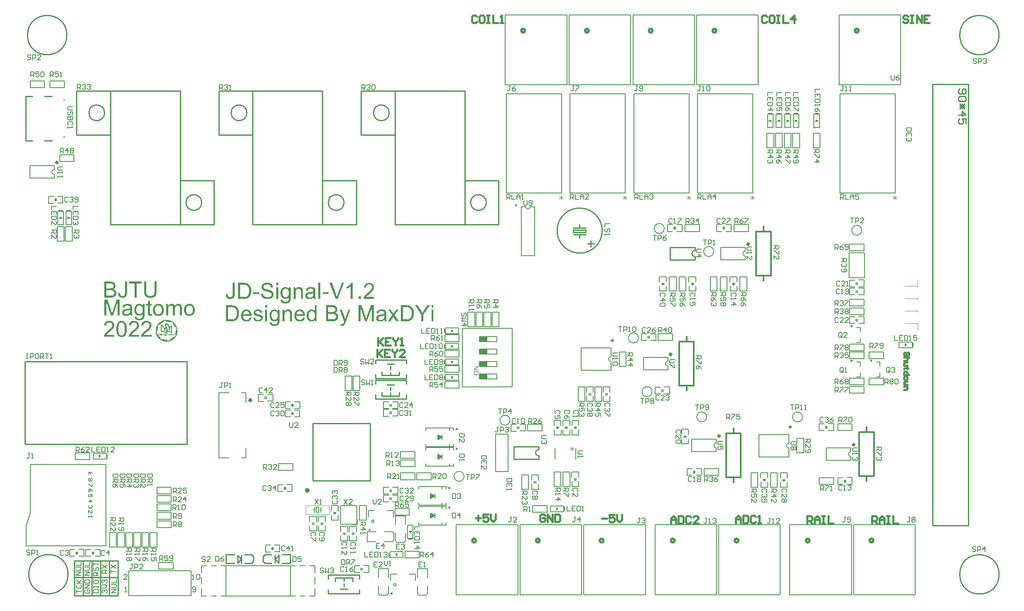
<source format=gto>
G04*
G04 #@! TF.GenerationSoftware,Altium Limited,Altium Designer,22.1.2 (22)*
G04*
G04 Layer_Color=65535*
%FSLAX25Y25*%
%MOIN*%
G70*
G04*
G04 #@! TF.SameCoordinates,1A32ED5E-F4BE-4E84-8868-A45DA14C1EED*
G04*
G04*
G04 #@! TF.FilePolarity,Positive*
G04*
G01*
G75*
%ADD10C,0.01000*%
%ADD11C,0.02000*%
%ADD12C,0.00984*%
%ADD13C,0.00591*%
%ADD14C,0.00800*%
%ADD15C,0.01968*%
%ADD16C,0.01500*%
%ADD17C,0.00787*%
%ADD18C,0.00472*%
%ADD19C,0.00600*%
%ADD20C,0.01200*%
%ADD21C,0.00500*%
%ADD22C,0.00394*%
%ADD23C,0.00300*%
%ADD24R,0.06000X0.04000*%
G36*
X116499Y224110D02*
X116584Y224081D01*
X116865Y224053D01*
X116950Y224025D01*
X117105Y223983D01*
X117386Y223927D01*
X117499Y223899D01*
X117640Y223870D01*
X117978Y223786D01*
X118118Y223758D01*
X118259Y223701D01*
X118414Y223631D01*
X118639Y223575D01*
X118822Y223504D01*
X118865Y223462D01*
X119118Y223349D01*
X119231Y223321D01*
X119484Y223180D01*
X119963Y222927D01*
X120047Y222843D01*
X120357Y222674D01*
X120442Y222589D01*
X120695Y222448D01*
X120780Y222364D01*
X120836Y222336D01*
X120920Y222251D01*
X120977Y222223D01*
X121132Y222096D01*
X121258Y221970D01*
X121315Y221941D01*
X121596Y221660D01*
X121638Y221646D01*
X121667Y221589D01*
X121976Y221280D01*
X122004Y221223D01*
X122230Y220998D01*
X122258Y220942D01*
X122427Y220773D01*
X122455Y220716D01*
X122723Y220364D01*
X122892Y220083D01*
X122934Y220040D01*
X122962Y219984D01*
X123131Y219674D01*
X123244Y219505D01*
X123300Y219365D01*
X123370Y219182D01*
X123483Y219013D01*
X123525Y218970D01*
X123567Y218815D01*
X123596Y218703D01*
X123652Y218562D01*
X123750Y218379D01*
X123779Y218266D01*
X123835Y218069D01*
X123919Y217731D01*
X123990Y217548D01*
X124060Y217309D01*
X124088Y217196D01*
X124117Y216915D01*
X124187Y216366D01*
X124215Y216225D01*
X124257Y215844D01*
X124286Y215225D01*
X124257Y214859D01*
X124215Y214507D01*
X124187Y214366D01*
X124145Y213986D01*
X124074Y213437D01*
X123962Y213127D01*
X123919Y212972D01*
X123891Y212860D01*
X123849Y212705D01*
X123821Y212564D01*
X123793Y212451D01*
X123722Y212268D01*
X123610Y212099D01*
X123567Y211916D01*
X123483Y211691D01*
X123413Y211620D01*
X123328Y211423D01*
X123258Y211240D01*
X123159Y211085D01*
X122962Y210719D01*
X122906Y210663D01*
X122878Y210607D01*
X122821Y210550D01*
X122680Y210297D01*
X122568Y210184D01*
X122540Y210128D01*
X122343Y209874D01*
X122286Y209818D01*
X122258Y209762D01*
X122202Y209705D01*
X122174Y209649D01*
X121948Y209424D01*
X121920Y209367D01*
X121821Y209269D01*
X121765Y209241D01*
X121695Y209170D01*
X121667Y209114D01*
X121540Y208987D01*
X121484Y208959D01*
X121413Y208889D01*
X121385Y208833D01*
X121343Y208790D01*
X121286Y208762D01*
X121230Y208706D01*
X121174Y208678D01*
X120977Y208481D01*
X120920Y208452D01*
X120765Y208326D01*
X120695Y208255D01*
X120639Y208227D01*
X120371Y208044D01*
X120301Y207974D01*
X119935Y207776D01*
X119878Y207720D01*
X119681Y207636D01*
X119090Y207354D01*
X118907Y207284D01*
X118865Y207241D01*
X118808Y207213D01*
X118611Y207129D01*
X118315Y207058D01*
X118020Y206932D01*
X117682Y206847D01*
X117344Y206791D01*
X117231Y206763D01*
X117020Y206720D01*
X116865Y206678D01*
X116753Y206650D01*
X116189Y206594D01*
X115654Y206566D01*
X114669Y206594D01*
X114584Y206622D01*
X114218Y206650D01*
X114134Y206678D01*
X113796Y206763D01*
X113528Y206805D01*
X113387Y206833D01*
X113275Y206861D01*
X113134Y206889D01*
X113021Y206918D01*
X112796Y207002D01*
X112641Y207072D01*
X112528Y207101D01*
X112275Y207157D01*
X112078Y207298D01*
X111796Y207382D01*
X111486Y207551D01*
X111008Y207805D01*
X110951Y207861D01*
X110642Y208030D01*
X110599Y208072D01*
X110585Y208086D01*
X110529Y208143D01*
X110276Y208283D01*
X110135Y208424D01*
X110079Y208452D01*
X109924Y208579D01*
X109867Y208607D01*
X109853Y208649D01*
X109797Y208678D01*
X109712Y208762D01*
X109656Y208790D01*
X109403Y209044D01*
X109346Y209072D01*
X109304Y209114D01*
X109276Y209170D01*
X108966Y209480D01*
X108938Y209537D01*
X108741Y209734D01*
X108713Y209790D01*
X108656Y209846D01*
X108628Y209903D01*
X108487Y210043D01*
X108375Y210241D01*
X108262Y210353D01*
X108234Y210409D01*
X108093Y210663D01*
X107952Y210860D01*
X107755Y211226D01*
X107614Y211536D01*
X107361Y212071D01*
X107319Y212254D01*
X107164Y212550D01*
X107136Y212662D01*
X107107Y212860D01*
X107079Y212972D01*
X106939Y213423D01*
X106896Y213606D01*
X106840Y213944D01*
X106812Y214197D01*
X106755Y215239D01*
X106770Y215450D01*
X106741Y215535D01*
X106770Y215901D01*
X106812Y216506D01*
X106840Y216760D01*
X106868Y216929D01*
X106924Y217210D01*
X107009Y217548D01*
X107079Y217788D01*
X107107Y217900D01*
X107178Y218196D01*
X107305Y218407D01*
X107347Y218590D01*
X107431Y218815D01*
X107586Y219139D01*
X107657Y219322D01*
X107699Y219421D01*
X107868Y219674D01*
X108037Y219984D01*
X108093Y220040D01*
X108121Y220097D01*
X108234Y220294D01*
X108361Y220449D01*
X108516Y220688D01*
X108600Y220773D01*
X108628Y220829D01*
X108713Y220914D01*
X108741Y220970D01*
X108868Y221125D01*
X108910Y221139D01*
X108938Y221195D01*
X109022Y221280D01*
X109051Y221336D01*
X109149Y221434D01*
X109205Y221463D01*
X109346Y221632D01*
X109628Y221913D01*
X109684Y221941D01*
X109740Y221998D01*
X109797Y222026D01*
X109966Y222195D01*
X110022Y222223D01*
X110276Y222420D01*
X110332Y222476D01*
X110388Y222504D01*
X110585Y222645D01*
X110754Y222758D01*
X111008Y222899D01*
X111177Y223011D01*
X111599Y223237D01*
X111796Y223321D01*
X111979Y223392D01*
X112331Y223575D01*
X112542Y223617D01*
X112683Y223673D01*
X112838Y223744D01*
X113289Y223856D01*
X113627Y223913D01*
X113739Y223941D01*
X113894Y223983D01*
X114134Y224053D01*
X114331Y224081D01*
X114697Y224110D01*
X114894Y224138D01*
X116499Y224110D01*
D02*
G37*
G36*
X107499Y247405D02*
Y247386D01*
Y247312D01*
Y247220D01*
Y247090D01*
X107481Y246924D01*
Y246739D01*
X107462Y246516D01*
X107444Y246294D01*
X107388Y245795D01*
X107314Y245276D01*
X107203Y244777D01*
X107129Y244536D01*
X107055Y244314D01*
Y244295D01*
X107036Y244258D01*
X106999Y244203D01*
X106962Y244129D01*
X106851Y243925D01*
X106685Y243666D01*
X106463Y243370D01*
X106203Y243074D01*
X105870Y242759D01*
X105463Y242481D01*
X105445D01*
X105408Y242444D01*
X105352Y242426D01*
X105260Y242370D01*
X105148Y242315D01*
X105000Y242259D01*
X104852Y242204D01*
X104667Y242130D01*
X104464Y242056D01*
X104241Y242000D01*
X104001Y241945D01*
X103723Y241889D01*
X103445Y241852D01*
X103149Y241815D01*
X102483Y241778D01*
X102316D01*
X102187Y241796D01*
X102039D01*
X101854Y241815D01*
X101650Y241833D01*
X101446Y241852D01*
X100984Y241926D01*
X100484Y242037D01*
X100003Y242185D01*
X99540Y242389D01*
X99521D01*
X99484Y242426D01*
X99429Y242463D01*
X99355Y242500D01*
X99151Y242648D01*
X98911Y242851D01*
X98633Y243111D01*
X98374Y243407D01*
X98115Y243777D01*
X97911Y244184D01*
Y244203D01*
X97892Y244240D01*
X97874Y244314D01*
X97837Y244406D01*
X97800Y244517D01*
X97763Y244665D01*
X97707Y244832D01*
X97670Y245036D01*
X97633Y245258D01*
X97578Y245498D01*
X97541Y245758D01*
X97504Y246035D01*
X97467Y246350D01*
X97448Y246683D01*
X97430Y247035D01*
Y247405D01*
Y254809D01*
X99133D01*
Y247405D01*
Y247386D01*
Y247331D01*
Y247238D01*
Y247127D01*
X99151Y246998D01*
Y246831D01*
X99170Y246479D01*
X99207Y246072D01*
X99262Y245665D01*
X99336Y245276D01*
X99373Y245110D01*
X99429Y244943D01*
X99447Y244906D01*
X99484Y244813D01*
X99577Y244684D01*
X99688Y244499D01*
X99818Y244314D01*
X100003Y244110D01*
X100225Y243906D01*
X100484Y243740D01*
X100521Y243721D01*
X100613Y243666D01*
X100780Y243610D01*
X101002Y243536D01*
X101261Y243444D01*
X101594Y243388D01*
X101946Y243333D01*
X102335Y243314D01*
X102520D01*
X102631Y243333D01*
X102798D01*
X102964Y243351D01*
X103372Y243425D01*
X103816Y243518D01*
X104241Y243666D01*
X104649Y243869D01*
X104834Y243999D01*
X105000Y244147D01*
X105019Y244166D01*
X105037Y244184D01*
X105074Y244240D01*
X105130Y244314D01*
X105185Y244425D01*
X105260Y244536D01*
X105333Y244703D01*
X105408Y244869D01*
X105482Y245073D01*
X105537Y245313D01*
X105611Y245591D01*
X105667Y245887D01*
X105722Y246220D01*
X105759Y246572D01*
X105796Y246979D01*
Y247405D01*
Y254809D01*
X107499D01*
Y247405D01*
D02*
G37*
G36*
X83695Y246072D02*
Y246054D01*
Y245998D01*
Y245924D01*
Y245813D01*
X83677Y245665D01*
Y245517D01*
X83640Y245165D01*
X83603Y244758D01*
X83529Y244332D01*
X83418Y243944D01*
X83288Y243573D01*
Y243555D01*
X83270Y243536D01*
X83214Y243425D01*
X83122Y243277D01*
X82992Y243074D01*
X82807Y242870D01*
X82603Y242648D01*
X82344Y242426D01*
X82048Y242241D01*
X82011Y242222D01*
X81900Y242167D01*
X81733Y242092D01*
X81493Y242019D01*
X81196Y241926D01*
X80863Y241852D01*
X80493Y241796D01*
X80086Y241778D01*
X79919D01*
X79808Y241796D01*
X79660Y241815D01*
X79512Y241833D01*
X79123Y241908D01*
X78716Y242019D01*
X78290Y242185D01*
X78068Y242296D01*
X77865Y242426D01*
X77680Y242574D01*
X77495Y242740D01*
X77476Y242759D01*
X77457Y242777D01*
X77420Y242851D01*
X77365Y242926D01*
X77291Y243018D01*
X77217Y243148D01*
X77143Y243296D01*
X77050Y243462D01*
X76976Y243647D01*
X76902Y243869D01*
X76828Y244092D01*
X76754Y244351D01*
X76717Y244628D01*
X76661Y244943D01*
X76643Y245258D01*
Y245609D01*
X78179Y245832D01*
Y245813D01*
Y245776D01*
Y245702D01*
X78198Y245591D01*
X78216Y245480D01*
Y245350D01*
X78272Y245036D01*
X78327Y244703D01*
X78439Y244369D01*
X78549Y244073D01*
X78624Y243944D01*
X78716Y243832D01*
X78735Y243814D01*
X78809Y243758D01*
X78920Y243666D01*
X79068Y243573D01*
X79271Y243462D01*
X79494Y243388D01*
X79771Y243314D01*
X80067Y243296D01*
X80178D01*
X80290Y243314D01*
X80456Y243333D01*
X80623Y243370D01*
X80808Y243407D01*
X80993Y243481D01*
X81178Y243573D01*
X81196Y243592D01*
X81252Y243629D01*
X81326Y243703D01*
X81437Y243777D01*
X81530Y243906D01*
X81641Y244036D01*
X81733Y244184D01*
X81807Y244369D01*
Y244388D01*
X81844Y244462D01*
X81863Y244591D01*
X81900Y244758D01*
X81937Y244980D01*
X81955Y245258D01*
X81992Y245591D01*
Y245980D01*
Y254809D01*
X83695D01*
Y246072D01*
D02*
G37*
G36*
X95653Y253291D02*
X91432D01*
Y242000D01*
X89730D01*
Y253291D01*
X85509D01*
Y254809D01*
X95653D01*
Y253291D01*
D02*
G37*
G36*
X70664Y254790D02*
X70812D01*
X71146Y254753D01*
X71516Y254716D01*
X71904Y254642D01*
X72293Y254550D01*
X72645Y254420D01*
X72663D01*
X72682Y254402D01*
X72793Y254346D01*
X72960Y254254D01*
X73145Y254124D01*
X73367Y253958D01*
X73607Y253754D01*
X73830Y253495D01*
X74033Y253217D01*
X74052Y253180D01*
X74107Y253069D01*
X74200Y252921D01*
X74292Y252699D01*
X74385Y252440D01*
X74477Y252162D01*
X74533Y251847D01*
X74551Y251533D01*
Y251496D01*
Y251403D01*
X74533Y251237D01*
X74496Y251033D01*
X74440Y250792D01*
X74348Y250533D01*
X74237Y250274D01*
X74089Y249996D01*
X74070Y249959D01*
X74015Y249885D01*
X73904Y249737D01*
X73756Y249589D01*
X73570Y249404D01*
X73348Y249200D01*
X73071Y249015D01*
X72756Y248830D01*
X72774D01*
X72812Y248812D01*
X72867Y248793D01*
X72941Y248756D01*
X73163Y248682D01*
X73422Y248552D01*
X73700Y248386D01*
X74015Y248182D01*
X74292Y247942D01*
X74551Y247646D01*
X74570Y247608D01*
X74644Y247498D01*
X74755Y247331D01*
X74866Y247109D01*
X74977Y246813D01*
X75088Y246498D01*
X75162Y246128D01*
X75181Y245721D01*
Y245702D01*
Y245684D01*
Y245572D01*
X75162Y245387D01*
X75125Y245165D01*
X75088Y244906D01*
X75014Y244628D01*
X74922Y244332D01*
X74792Y244036D01*
X74774Y243999D01*
X74718Y243906D01*
X74644Y243777D01*
X74533Y243592D01*
X74385Y243407D01*
X74237Y243203D01*
X74052Y243000D01*
X73848Y242833D01*
X73830Y242814D01*
X73756Y242759D01*
X73626Y242685D01*
X73459Y242611D01*
X73256Y242500D01*
X73015Y242389D01*
X72756Y242296D01*
X72441Y242204D01*
X72404D01*
X72293Y242167D01*
X72108Y242148D01*
X71867Y242111D01*
X71571Y242074D01*
X71220Y242037D01*
X70831Y242019D01*
X70387Y242000D01*
X65500D01*
Y254809D01*
X70535D01*
X70664Y254790D01*
D02*
G37*
G36*
X365890Y186455D02*
X362876Y184446D01*
X365890D01*
Y183957D01*
X362049D01*
Y184479D01*
X365068Y186494D01*
X362049D01*
Y186982D01*
X365890D01*
Y186455D01*
D02*
G37*
G36*
X364081Y183302D02*
X364130D01*
X364192Y183297D01*
X364258Y183286D01*
X364330Y183280D01*
X364491Y183253D01*
X364669Y183208D01*
X364846Y183147D01*
X364935Y183114D01*
X365024Y183069D01*
X365030D01*
X365046Y183058D01*
X365068Y183047D01*
X365102Y183025D01*
X365141Y183003D01*
X365179Y182975D01*
X365285Y182897D01*
X365396Y182803D01*
X365512Y182692D01*
X365623Y182559D01*
X365723Y182403D01*
Y182398D01*
X365734Y182387D01*
X365745Y182359D01*
X365762Y182326D01*
X365779Y182287D01*
X365795Y182242D01*
X365818Y182187D01*
X365840Y182126D01*
X365862Y182059D01*
X365884Y181987D01*
X365917Y181826D01*
X365945Y181654D01*
X365956Y181471D01*
Y181415D01*
X365951Y181382D01*
Y181332D01*
X365940Y181277D01*
X365934Y181216D01*
X365923Y181143D01*
X365890Y180994D01*
X365845Y180833D01*
X365779Y180666D01*
X365740Y180583D01*
X365696Y180500D01*
X365690Y180494D01*
X365684Y180483D01*
X365668Y180461D01*
X365646Y180428D01*
X365623Y180394D01*
X365590Y180355D01*
X365507Y180261D01*
X365407Y180156D01*
X365285Y180045D01*
X365146Y179945D01*
X364985Y179850D01*
X364980D01*
X364963Y179839D01*
X364941Y179828D01*
X364907Y179817D01*
X364863Y179800D01*
X364813Y179784D01*
X364758Y179762D01*
X364697Y179745D01*
X364624Y179723D01*
X364552Y179701D01*
X364386Y179667D01*
X364214Y179645D01*
X364025Y179634D01*
X364019D01*
X364014D01*
X363981D01*
X363931Y179639D01*
X363864D01*
X363786Y179650D01*
X363692Y179662D01*
X363586Y179678D01*
X363475Y179701D01*
X363359Y179723D01*
X363237Y179756D01*
X363115Y179800D01*
X362987Y179850D01*
X362865Y179906D01*
X362743Y179978D01*
X362632Y180056D01*
X362526Y180145D01*
X362521Y180150D01*
X362504Y180167D01*
X362476Y180200D01*
X362443Y180239D01*
X362399Y180289D01*
X362354Y180350D01*
X362304Y180422D01*
X362255Y180505D01*
X362205Y180594D01*
X362155Y180694D01*
X362110Y180805D01*
X362066Y180921D01*
X362033Y181049D01*
X362005Y181182D01*
X361988Y181321D01*
X361983Y181471D01*
Y181521D01*
X361988Y181560D01*
Y181610D01*
X361994Y181660D01*
X362005Y181726D01*
X362016Y181793D01*
X362044Y181937D01*
X362088Y182104D01*
X362155Y182265D01*
X362193Y182348D01*
X362238Y182431D01*
X362243Y182437D01*
X362249Y182448D01*
X362266Y182470D01*
X362282Y182503D01*
X362310Y182536D01*
X362343Y182581D01*
X362421Y182675D01*
X362521Y182775D01*
X362643Y182886D01*
X362787Y182992D01*
X362948Y183080D01*
X362954D01*
X362970Y183091D01*
X362993Y183103D01*
X363026Y183114D01*
X363070Y183136D01*
X363120Y183153D01*
X363181Y183175D01*
X363248Y183197D01*
X363320Y183214D01*
X363398Y183236D01*
X363487Y183258D01*
X363575Y183275D01*
X363770Y183297D01*
X363981Y183308D01*
X363986D01*
X364008D01*
X364036D01*
X364081Y183302D01*
D02*
G37*
G36*
X329572Y234014D02*
X327998D01*
Y235809D01*
X329572D01*
Y234014D01*
D02*
G37*
G36*
X196207D02*
X194634D01*
Y235809D01*
X196207D01*
Y234014D01*
D02*
G37*
G36*
X235948Y223000D02*
X234486D01*
Y224166D01*
X234467Y224148D01*
X234449Y224111D01*
X234393Y224037D01*
X234319Y223944D01*
X234226Y223851D01*
X234115Y223740D01*
X233986Y223611D01*
X233819Y223481D01*
X233653Y223352D01*
X233468Y223222D01*
X233245Y223111D01*
X233005Y223019D01*
X232764Y222926D01*
X232487Y222852D01*
X232190Y222815D01*
X231876Y222796D01*
X231765D01*
X231691Y222815D01*
X231469Y222833D01*
X231209Y222870D01*
X230895Y222944D01*
X230543Y223056D01*
X230191Y223204D01*
X229840Y223407D01*
X229821D01*
X229803Y223444D01*
X229692Y223518D01*
X229525Y223666D01*
X229321Y223851D01*
X229081Y224092D01*
X228840Y224388D01*
X228599Y224721D01*
X228396Y225110D01*
Y225129D01*
X228377Y225166D01*
X228359Y225221D01*
X228322Y225295D01*
X228285Y225406D01*
X228229Y225536D01*
X228192Y225665D01*
X228155Y225832D01*
X228063Y226202D01*
X227970Y226628D01*
X227915Y227109D01*
X227896Y227627D01*
Y227646D01*
Y227683D01*
Y227757D01*
Y227868D01*
X227915Y227979D01*
Y228127D01*
X227952Y228460D01*
X228007Y228849D01*
X228100Y229275D01*
X228211Y229719D01*
X228359Y230145D01*
Y230163D01*
X228377Y230200D01*
X228414Y230256D01*
X228451Y230330D01*
X228562Y230534D01*
X228711Y230793D01*
X228896Y231070D01*
X229136Y231348D01*
X229414Y231644D01*
X229747Y231885D01*
X229766D01*
X229784Y231903D01*
X229840Y231940D01*
X229914Y231977D01*
X230099Y232070D01*
X230358Y232200D01*
X230654Y232311D01*
X231006Y232403D01*
X231395Y232477D01*
X231802Y232496D01*
X231950D01*
X232098Y232477D01*
X232301Y232459D01*
X232542Y232403D01*
X232801Y232348D01*
X233060Y232255D01*
X233301Y232125D01*
X233338Y232107D01*
X233412Y232070D01*
X233523Y231977D01*
X233671Y231885D01*
X233856Y231755D01*
X234023Y231589D01*
X234208Y231422D01*
X234375Y231218D01*
Y235809D01*
X235948D01*
Y223000D01*
D02*
G37*
G36*
X213218Y232477D02*
X213421Y232459D01*
X213662Y232422D01*
X213921Y232366D01*
X214199Y232292D01*
X214458Y232181D01*
X214495Y232162D01*
X214569Y232125D01*
X214698Y232070D01*
X214846Y231977D01*
X215032Y231866D01*
X215198Y231718D01*
X215365Y231570D01*
X215513Y231385D01*
X215531Y231366D01*
X215568Y231293D01*
X215624Y231200D01*
X215717Y231070D01*
X215791Y230885D01*
X215865Y230700D01*
X215957Y230478D01*
X216013Y230237D01*
Y230219D01*
X216031Y230145D01*
X216050Y230034D01*
X216068Y229886D01*
Y229664D01*
X216087Y229404D01*
X216105Y229090D01*
Y228701D01*
Y223000D01*
X214532D01*
Y228627D01*
Y228646D01*
Y228664D01*
Y228794D01*
Y228960D01*
X214513Y229164D01*
X214495Y229404D01*
X214458Y229645D01*
X214402Y229867D01*
X214347Y230071D01*
Y230089D01*
X214310Y230145D01*
X214254Y230237D01*
X214199Y230348D01*
X214106Y230459D01*
X213995Y230589D01*
X213847Y230719D01*
X213680Y230830D01*
X213662Y230848D01*
X213606Y230885D01*
X213495Y230922D01*
X213366Y230978D01*
X213218Y231033D01*
X213033Y231089D01*
X212810Y231107D01*
X212588Y231126D01*
X212496D01*
X212422Y231107D01*
X212237Y231089D01*
X211996Y231052D01*
X211737Y230959D01*
X211441Y230848D01*
X211144Y230700D01*
X210867Y230478D01*
X210830Y230441D01*
X210756Y230348D01*
X210700Y230274D01*
X210645Y230182D01*
X210571Y230071D01*
X210515Y229941D01*
X210441Y229793D01*
X210367Y229608D01*
X210312Y229404D01*
X210256Y229182D01*
X210219Y228942D01*
X210182Y228683D01*
X210145Y228368D01*
Y228053D01*
Y223000D01*
X208572D01*
Y232292D01*
X209978D01*
Y230959D01*
X209997Y230978D01*
X210034Y231033D01*
X210089Y231107D01*
X210163Y231200D01*
X210275Y231311D01*
X210404Y231441D01*
X210552Y231589D01*
X210737Y231737D01*
X210922Y231866D01*
X211144Y232014D01*
X211385Y232144D01*
X211644Y232255D01*
X211940Y232348D01*
X212237Y232422D01*
X212570Y232477D01*
X212922Y232496D01*
X213070D01*
X213218Y232477D01*
D02*
G37*
G36*
X321557Y228423D02*
Y223000D01*
X319854D01*
Y228423D01*
X314912Y235809D01*
X316966D01*
X319483Y231922D01*
Y231903D01*
X319521Y231866D01*
X319558Y231811D01*
X319595Y231737D01*
X319669Y231644D01*
X319743Y231533D01*
X319909Y231256D01*
X320113Y230922D01*
X320335Y230552D01*
X320576Y230163D01*
X320798Y229756D01*
Y229775D01*
X320816Y229812D01*
X320853Y229867D01*
X320909Y229941D01*
X320964Y230034D01*
X321038Y230145D01*
X321205Y230422D01*
X321409Y230756D01*
X321649Y231144D01*
X321927Y231570D01*
X322223Y232033D01*
X324685Y235809D01*
X326665D01*
X321557Y228423D01*
D02*
G37*
G36*
X189099Y232477D02*
X189377Y232459D01*
X189673Y232422D01*
X189988Y232348D01*
X190321Y232274D01*
X190635Y232162D01*
X190654D01*
X190673Y232144D01*
X190765Y232107D01*
X190913Y232033D01*
X191098Y231940D01*
X191302Y231811D01*
X191505Y231663D01*
X191691Y231496D01*
X191857Y231311D01*
X191876Y231293D01*
X191913Y231218D01*
X191987Y231089D01*
X192079Y230941D01*
X192172Y230719D01*
X192264Y230478D01*
X192338Y230200D01*
X192412Y229886D01*
X190876Y229682D01*
Y229719D01*
X190858Y229793D01*
X190821Y229923D01*
X190765Y230089D01*
X190673Y230256D01*
X190561Y230441D01*
X190432Y230626D01*
X190247Y230793D01*
X190228Y230811D01*
X190154Y230848D01*
X190043Y230922D01*
X189876Y230996D01*
X189691Y231070D01*
X189451Y231144D01*
X189155Y231181D01*
X188840Y231200D01*
X188655D01*
X188470Y231181D01*
X188229Y231163D01*
X187988Y231107D01*
X187729Y231052D01*
X187489Y230959D01*
X187285Y230830D01*
X187267Y230811D01*
X187211Y230774D01*
X187137Y230700D01*
X187063Y230589D01*
X186970Y230478D01*
X186896Y230330D01*
X186841Y230163D01*
X186822Y229997D01*
Y229978D01*
Y229941D01*
X186841Y229886D01*
Y229812D01*
X186896Y229627D01*
X187007Y229441D01*
X187026Y229423D01*
X187045Y229404D01*
X187082Y229349D01*
X187155Y229293D01*
X187230Y229238D01*
X187341Y229164D01*
X187470Y229108D01*
X187618Y229034D01*
X187637D01*
X187674Y229016D01*
X187748Y228997D01*
X187877Y228942D01*
X188063Y228886D01*
X188303Y228831D01*
X188451Y228775D01*
X188618Y228738D01*
X188803Y228683D01*
X189006Y228627D01*
X189025D01*
X189081Y228608D01*
X189173Y228590D01*
X189284Y228553D01*
X189414Y228516D01*
X189580Y228479D01*
X189932Y228368D01*
X190321Y228257D01*
X190709Y228127D01*
X191061Y227998D01*
X191209Y227942D01*
X191339Y227887D01*
X191376Y227868D01*
X191450Y227831D01*
X191561Y227776D01*
X191727Y227683D01*
X191894Y227572D01*
X192061Y227424D01*
X192227Y227257D01*
X192375Y227072D01*
X192394Y227054D01*
X192431Y226980D01*
X192505Y226869D01*
X192579Y226702D01*
X192634Y226498D01*
X192709Y226276D01*
X192746Y226017D01*
X192764Y225721D01*
Y225684D01*
Y225591D01*
X192746Y225443D01*
X192709Y225240D01*
X192653Y225018D01*
X192561Y224777D01*
X192449Y224499D01*
X192301Y224240D01*
X192283Y224203D01*
X192209Y224129D01*
X192116Y224000D01*
X191968Y223851D01*
X191764Y223685D01*
X191542Y223500D01*
X191283Y223333D01*
X190969Y223167D01*
X190950D01*
X190932Y223148D01*
X190821Y223111D01*
X190635Y223056D01*
X190395Y222982D01*
X190099Y222907D01*
X189766Y222852D01*
X189414Y222815D01*
X189006Y222796D01*
X188840D01*
X188710Y222815D01*
X188562D01*
X188377Y222833D01*
X188192Y222852D01*
X187988Y222889D01*
X187544Y222982D01*
X187082Y223111D01*
X186637Y223296D01*
X186434Y223407D01*
X186249Y223537D01*
X186230Y223555D01*
X186212Y223574D01*
X186100Y223685D01*
X185934Y223851D01*
X185749Y224111D01*
X185545Y224425D01*
X185342Y224796D01*
X185175Y225258D01*
X185045Y225777D01*
X186600Y226017D01*
Y225999D01*
Y225980D01*
X186637Y225869D01*
X186674Y225684D01*
X186748Y225480D01*
X186841Y225258D01*
X186952Y225018D01*
X187118Y224777D01*
X187322Y224573D01*
X187359Y224555D01*
X187433Y224499D01*
X187581Y224425D01*
X187766Y224333D01*
X188007Y224240D01*
X188285Y224166D01*
X188618Y224111D01*
X189006Y224092D01*
X189192D01*
X189377Y224111D01*
X189617Y224148D01*
X189876Y224203D01*
X190154Y224277D01*
X190395Y224370D01*
X190617Y224518D01*
X190635Y224536D01*
X190709Y224592D01*
X190784Y224684D01*
X190895Y224814D01*
X190987Y224962D01*
X191080Y225147D01*
X191135Y225332D01*
X191154Y225554D01*
Y225573D01*
Y225647D01*
X191135Y225740D01*
X191098Y225869D01*
X191043Y225999D01*
X190950Y226128D01*
X190839Y226276D01*
X190673Y226387D01*
X190654Y226406D01*
X190598Y226424D01*
X190506Y226480D01*
X190358Y226535D01*
X190136Y226609D01*
X190006Y226665D01*
X189858Y226702D01*
X189691Y226758D01*
X189506Y226813D01*
X189303Y226869D01*
X189062Y226924D01*
X189044D01*
X188988Y226943D01*
X188895Y226961D01*
X188784Y226998D01*
X188636Y227035D01*
X188470Y227091D01*
X188118Y227183D01*
X187711Y227313D01*
X187322Y227424D01*
X186952Y227554D01*
X186785Y227627D01*
X186656Y227683D01*
X186619Y227701D01*
X186545Y227739D01*
X186434Y227813D01*
X186286Y227905D01*
X186119Y228035D01*
X185952Y228183D01*
X185786Y228349D01*
X185638Y228553D01*
X185619Y228572D01*
X185582Y228646D01*
X185527Y228775D01*
X185471Y228923D01*
X185416Y229108D01*
X185360Y229330D01*
X185323Y229553D01*
X185304Y229812D01*
Y229849D01*
Y229923D01*
X185323Y230034D01*
X185342Y230200D01*
X185379Y230367D01*
X185416Y230571D01*
X185490Y230756D01*
X185582Y230959D01*
X185601Y230978D01*
X185638Y231052D01*
X185693Y231144D01*
X185786Y231274D01*
X185897Y231403D01*
X186026Y231570D01*
X186174Y231718D01*
X186360Y231848D01*
X186378Y231866D01*
X186434Y231885D01*
X186508Y231940D01*
X186619Y231996D01*
X186767Y232070D01*
X186933Y232144D01*
X187137Y232218D01*
X187359Y232292D01*
X187396Y232311D01*
X187470Y232329D01*
X187600Y232366D01*
X187766Y232403D01*
X187970Y232440D01*
X188192Y232459D01*
X188451Y232496D01*
X188895D01*
X189099Y232477D01*
D02*
G37*
G36*
X298419Y227813D02*
X301806Y223000D01*
X299881D01*
X297956Y225869D01*
X297512Y226554D01*
X295013Y223000D01*
X293107D01*
X296494Y227813D01*
X293366Y232292D01*
X295291D01*
X296753Y230089D01*
X296772Y230071D01*
X296827Y229997D01*
X296901Y229867D01*
X296994Y229738D01*
X297086Y229571D01*
X297198Y229404D01*
X297309Y229238D01*
X297401Y229071D01*
X297420Y229090D01*
X297475Y229164D01*
X297549Y229275D01*
X297642Y229404D01*
X297753Y229571D01*
X297864Y229738D01*
X298105Y230089D01*
X299678Y232292D01*
X301584D01*
X298419Y227813D01*
D02*
G37*
G36*
X281668Y223000D02*
X280039D01*
Y233717D01*
X276300Y223000D01*
X274782D01*
X271080Y233902D01*
Y223000D01*
X269451D01*
Y235809D01*
X271987D01*
X275023Y226720D01*
Y226702D01*
X275041Y226665D01*
X275060Y226609D01*
X275097Y226517D01*
X275171Y226295D01*
X275263Y226017D01*
X275356Y225703D01*
X275467Y225388D01*
X275559Y225092D01*
X275633Y224833D01*
X275652Y224869D01*
X275670Y224962D01*
X275726Y225129D01*
X275800Y225351D01*
X275892Y225647D01*
X276022Y225999D01*
X276152Y226406D01*
X276318Y226887D01*
X279391Y235809D01*
X281668D01*
Y223000D01*
D02*
G37*
G36*
X259437Y222852D02*
Y222833D01*
X259419Y222778D01*
X259382Y222704D01*
X259345Y222611D01*
X259289Y222482D01*
X259233Y222334D01*
X259104Y222019D01*
X258974Y221667D01*
X258826Y221316D01*
X258678Y221001D01*
X258604Y220871D01*
X258549Y220742D01*
X258530Y220705D01*
X258475Y220612D01*
X258382Y220483D01*
X258271Y220316D01*
X258123Y220131D01*
X257956Y219946D01*
X257790Y219761D01*
X257586Y219613D01*
X257568Y219594D01*
X257494Y219557D01*
X257382Y219502D01*
X257216Y219428D01*
X257031Y219354D01*
X256809Y219298D01*
X256568Y219261D01*
X256290Y219243D01*
X256216D01*
X256124Y219261D01*
X255994D01*
X255846Y219298D01*
X255680Y219335D01*
X255494Y219372D01*
X255291Y219446D01*
X255124Y220908D01*
X255143D01*
X255217Y220890D01*
X255309Y220871D01*
X255420Y220834D01*
X255717Y220779D01*
X256013Y220760D01*
X256105D01*
X256198Y220779D01*
X256309D01*
X256587Y220834D01*
X256716Y220890D01*
X256846Y220945D01*
X256864D01*
X256901Y220982D01*
X256957Y221019D01*
X257031Y221075D01*
X257197Y221223D01*
X257346Y221427D01*
Y221445D01*
X257382Y221482D01*
X257419Y221556D01*
X257456Y221667D01*
X257531Y221815D01*
X257605Y222038D01*
X257716Y222297D01*
X257827Y222611D01*
Y222630D01*
X257864Y222704D01*
X257901Y222833D01*
X257975Y223000D01*
X254458Y232292D01*
X256124D01*
X258067Y226906D01*
Y226887D01*
X258086Y226869D01*
X258104Y226813D01*
X258123Y226720D01*
X258160Y226628D01*
X258197Y226517D01*
X258290Y226258D01*
X258401Y225943D01*
X258512Y225573D01*
X258623Y225184D01*
X258734Y224758D01*
Y224777D01*
X258752Y224814D01*
X258771Y224869D01*
X258789Y224944D01*
X258808Y225036D01*
X258845Y225147D01*
X258919Y225425D01*
X259011Y225740D01*
X259141Y226110D01*
X259252Y226480D01*
X259400Y226869D01*
X261399Y232292D01*
X262972D01*
X259437Y222852D01*
D02*
G37*
G36*
X329572Y223000D02*
X327998D01*
Y232292D01*
X329572D01*
Y223000D01*
D02*
G37*
G36*
X308600Y235790D02*
X308970Y235772D01*
X309340Y235735D01*
X309710Y235679D01*
X310025Y235624D01*
X310043D01*
X310081Y235605D01*
X310136D01*
X310210Y235568D01*
X310414Y235513D01*
X310673Y235420D01*
X310969Y235291D01*
X311284Y235124D01*
X311598Y234939D01*
X311894Y234698D01*
X311913Y234680D01*
X311931Y234661D01*
X311987Y234606D01*
X312061Y234550D01*
X312246Y234365D01*
X312468Y234106D01*
X312709Y233791D01*
X312968Y233421D01*
X313209Y232995D01*
X313412Y232514D01*
Y232496D01*
X313431Y232459D01*
X313468Y232385D01*
X313486Y232274D01*
X313542Y232144D01*
X313579Y231996D01*
X313616Y231829D01*
X313671Y231626D01*
X313727Y231422D01*
X313764Y231181D01*
X313857Y230663D01*
X313912Y230089D01*
X313931Y229460D01*
Y229441D01*
Y229404D01*
Y229312D01*
Y229219D01*
X313912Y229090D01*
Y228942D01*
X313894Y228590D01*
X313838Y228183D01*
X313783Y227757D01*
X313690Y227313D01*
X313579Y226869D01*
Y226850D01*
X313560Y226813D01*
X313542Y226758D01*
X313523Y226683D01*
X313449Y226480D01*
X313338Y226221D01*
X313227Y225925D01*
X313079Y225628D01*
X312894Y225314D01*
X312709Y225018D01*
X312690Y224981D01*
X312616Y224888D01*
X312505Y224758D01*
X312357Y224592D01*
X312191Y224407D01*
X311987Y224222D01*
X311783Y224018D01*
X311543Y223851D01*
X311506Y223833D01*
X311432Y223777D01*
X311302Y223703D01*
X311117Y223611D01*
X310895Y223500D01*
X310636Y223407D01*
X310340Y223296D01*
X310006Y223204D01*
X309969D01*
X309914Y223185D01*
X309858Y223167D01*
X309673Y223148D01*
X309414Y223111D01*
X309118Y223074D01*
X308766Y223037D01*
X308378Y223019D01*
X307952Y223000D01*
X303343D01*
Y235809D01*
X308266D01*
X308600Y235790D01*
D02*
G37*
G36*
X288553Y232477D02*
X288831Y232459D01*
X289146Y232422D01*
X289460Y232366D01*
X289775Y232292D01*
X290071Y232200D01*
X290108Y232181D01*
X290201Y232144D01*
X290330Y232088D01*
X290497Y232014D01*
X290682Y231903D01*
X290867Y231792D01*
X291034Y231644D01*
X291182Y231496D01*
X291200Y231478D01*
X291237Y231422D01*
X291293Y231329D01*
X291367Y231218D01*
X291459Y231052D01*
X291533Y230885D01*
X291607Y230682D01*
X291663Y230441D01*
Y230422D01*
X291682Y230367D01*
X291700Y230256D01*
X291719Y230108D01*
Y229904D01*
X291737Y229664D01*
X291756Y229349D01*
Y228997D01*
Y226887D01*
Y226869D01*
Y226795D01*
Y226683D01*
Y226535D01*
Y226369D01*
Y226165D01*
X291774Y225721D01*
Y225258D01*
X291793Y224796D01*
X291811Y224592D01*
Y224407D01*
X291830Y224240D01*
X291848Y224111D01*
Y224092D01*
X291867Y224018D01*
X291885Y223907D01*
X291941Y223759D01*
X291978Y223592D01*
X292052Y223407D01*
X292144Y223204D01*
X292237Y223000D01*
X290589D01*
X290571Y223019D01*
X290552Y223093D01*
X290515Y223185D01*
X290460Y223333D01*
X290404Y223500D01*
X290367Y223703D01*
X290330Y223925D01*
X290293Y224166D01*
X290275D01*
X290256Y224129D01*
X290145Y224037D01*
X289979Y223907D01*
X289756Y223740D01*
X289479Y223574D01*
X289201Y223389D01*
X288905Y223222D01*
X288590Y223093D01*
X288553Y223074D01*
X288442Y223056D01*
X288276Y223000D01*
X288072Y222944D01*
X287813Y222889D01*
X287517Y222852D01*
X287184Y222815D01*
X286850Y222796D01*
X286702D01*
X286591Y222815D01*
X286462D01*
X286314Y222833D01*
X285980Y222889D01*
X285610Y222982D01*
X285203Y223111D01*
X284833Y223296D01*
X284500Y223537D01*
X284463Y223574D01*
X284370Y223666D01*
X284241Y223833D01*
X284092Y224055D01*
X283944Y224333D01*
X283815Y224647D01*
X283722Y225036D01*
X283704Y225221D01*
X283685Y225443D01*
Y225480D01*
Y225554D01*
X283704Y225684D01*
X283722Y225851D01*
X283759Y226054D01*
X283815Y226258D01*
X283889Y226480D01*
X283981Y226683D01*
X284000Y226702D01*
X284037Y226776D01*
X284111Y226887D01*
X284204Y227017D01*
X284314Y227165D01*
X284463Y227313D01*
X284611Y227461D01*
X284796Y227590D01*
X284814Y227609D01*
X284888Y227646D01*
X284981Y227720D01*
X285129Y227794D01*
X285296Y227868D01*
X285499Y227961D01*
X285703Y228035D01*
X285943Y228109D01*
X285962D01*
X286036Y228127D01*
X286147Y228164D01*
X286295Y228183D01*
X286480Y228220D01*
X286721Y228257D01*
X286999Y228312D01*
X287332Y228349D01*
X287350D01*
X287424Y228368D01*
X287517D01*
X287646Y228386D01*
X287794Y228405D01*
X287980Y228442D01*
X288183Y228460D01*
X288405Y228498D01*
X288849Y228590D01*
X289331Y228683D01*
X289756Y228794D01*
X289960Y228849D01*
X290145Y228905D01*
Y228923D01*
Y228960D01*
X290164Y229071D01*
Y229201D01*
Y229275D01*
Y229312D01*
Y229330D01*
Y229349D01*
Y229460D01*
X290145Y229645D01*
X290108Y229849D01*
X290053Y230071D01*
X289960Y230293D01*
X289849Y230497D01*
X289701Y230663D01*
X289682Y230682D01*
X289590Y230756D01*
X289442Y230830D01*
X289257Y230941D01*
X288998Y231033D01*
X288701Y231126D01*
X288331Y231181D01*
X287906Y231200D01*
X287720D01*
X287535Y231181D01*
X287276Y231144D01*
X287017Y231107D01*
X286739Y231033D01*
X286480Y230941D01*
X286258Y230811D01*
X286240Y230793D01*
X286165Y230737D01*
X286073Y230645D01*
X285962Y230497D01*
X285851Y230311D01*
X285721Y230071D01*
X285610Y229775D01*
X285499Y229441D01*
X283963Y229645D01*
Y229664D01*
X283981Y229682D01*
Y229738D01*
X284000Y229812D01*
X284055Y229978D01*
X284129Y230219D01*
X284222Y230459D01*
X284333Y230719D01*
X284481Y230978D01*
X284648Y231218D01*
X284666Y231237D01*
X284740Y231311D01*
X284851Y231422D01*
X284999Y231570D01*
X285203Y231718D01*
X285444Y231866D01*
X285721Y232033D01*
X286036Y232162D01*
X286054D01*
X286073Y232181D01*
X286128Y232200D01*
X286203Y232218D01*
X286388Y232274D01*
X286647Y232329D01*
X286943Y232385D01*
X287313Y232440D01*
X287702Y232477D01*
X288146Y232496D01*
X288350D01*
X288553Y232477D01*
D02*
G37*
G36*
X248720Y235790D02*
X248868D01*
X249201Y235753D01*
X249571Y235716D01*
X249960Y235642D01*
X250349Y235550D01*
X250700Y235420D01*
X250719D01*
X250737Y235402D01*
X250849Y235346D01*
X251015Y235254D01*
X251200Y235124D01*
X251422Y234958D01*
X251663Y234754D01*
X251885Y234495D01*
X252089Y234217D01*
X252107Y234180D01*
X252163Y234069D01*
X252255Y233921D01*
X252348Y233699D01*
X252440Y233440D01*
X252533Y233162D01*
X252588Y232847D01*
X252607Y232533D01*
Y232496D01*
Y232403D01*
X252588Y232237D01*
X252551Y232033D01*
X252496Y231792D01*
X252403Y231533D01*
X252292Y231274D01*
X252144Y230996D01*
X252126Y230959D01*
X252070Y230885D01*
X251959Y230737D01*
X251811Y230589D01*
X251626Y230404D01*
X251404Y230200D01*
X251126Y230015D01*
X250811Y229830D01*
X250830D01*
X250867Y229812D01*
X250922Y229793D01*
X250996Y229756D01*
X251219Y229682D01*
X251478Y229553D01*
X251755Y229386D01*
X252070Y229182D01*
X252348Y228942D01*
X252607Y228646D01*
X252625Y228608D01*
X252699Y228498D01*
X252811Y228331D01*
X252922Y228109D01*
X253033Y227813D01*
X253144Y227498D01*
X253218Y227128D01*
X253236Y226720D01*
Y226702D01*
Y226683D01*
Y226572D01*
X253218Y226387D01*
X253181Y226165D01*
X253144Y225906D01*
X253070Y225628D01*
X252977Y225332D01*
X252848Y225036D01*
X252829Y224999D01*
X252773Y224906D01*
X252699Y224777D01*
X252588Y224592D01*
X252440Y224407D01*
X252292Y224203D01*
X252107Y224000D01*
X251904Y223833D01*
X251885Y223814D01*
X251811Y223759D01*
X251681Y223685D01*
X251515Y223611D01*
X251311Y223500D01*
X251071Y223389D01*
X250811Y223296D01*
X250497Y223204D01*
X250460D01*
X250349Y223167D01*
X250164Y223148D01*
X249923Y223111D01*
X249627Y223074D01*
X249275Y223037D01*
X248886Y223019D01*
X248442Y223000D01*
X243555D01*
Y235809D01*
X248590D01*
X248720Y235790D01*
D02*
G37*
G36*
X196207Y223000D02*
X194634D01*
Y232292D01*
X196207D01*
Y223000D01*
D02*
G37*
G36*
X168257Y235790D02*
X168627Y235772D01*
X168997Y235735D01*
X169367Y235679D01*
X169682Y235624D01*
X169701D01*
X169738Y235605D01*
X169793D01*
X169867Y235568D01*
X170071Y235513D01*
X170330Y235420D01*
X170626Y235291D01*
X170941Y235124D01*
X171256Y234939D01*
X171552Y234698D01*
X171570Y234680D01*
X171589Y234661D01*
X171644Y234606D01*
X171718Y234550D01*
X171903Y234365D01*
X172125Y234106D01*
X172366Y233791D01*
X172625Y233421D01*
X172866Y232995D01*
X173069Y232514D01*
Y232496D01*
X173088Y232459D01*
X173125Y232385D01*
X173143Y232274D01*
X173199Y232144D01*
X173236Y231996D01*
X173273Y231829D01*
X173329Y231626D01*
X173384Y231422D01*
X173421Y231181D01*
X173514Y230663D01*
X173569Y230089D01*
X173588Y229460D01*
Y229441D01*
Y229404D01*
Y229312D01*
Y229219D01*
X173569Y229090D01*
Y228942D01*
X173551Y228590D01*
X173495Y228183D01*
X173440Y227757D01*
X173347Y227313D01*
X173236Y226869D01*
Y226850D01*
X173217Y226813D01*
X173199Y226758D01*
X173180Y226683D01*
X173107Y226480D01*
X172995Y226221D01*
X172884Y225925D01*
X172736Y225628D01*
X172551Y225314D01*
X172366Y225018D01*
X172348Y224981D01*
X172274Y224888D01*
X172162Y224758D01*
X172014Y224592D01*
X171848Y224407D01*
X171644Y224222D01*
X171441Y224018D01*
X171200Y223851D01*
X171163Y223833D01*
X171089Y223777D01*
X170959Y223703D01*
X170774Y223611D01*
X170552Y223500D01*
X170293Y223407D01*
X169997Y223296D01*
X169664Y223204D01*
X169627D01*
X169571Y223185D01*
X169516Y223167D01*
X169330Y223148D01*
X169071Y223111D01*
X168775Y223074D01*
X168423Y223037D01*
X168035Y223019D01*
X167609Y223000D01*
X163000D01*
Y235809D01*
X167924D01*
X168257Y235790D01*
D02*
G37*
G36*
X222639Y232477D02*
X222787Y232459D01*
X222972Y232422D01*
X223176Y232385D01*
X223417Y232329D01*
X223639Y232274D01*
X223898Y232181D01*
X224138Y232088D01*
X224398Y231959D01*
X224657Y231811D01*
X224916Y231644D01*
X225157Y231441D01*
X225379Y231218D01*
X225397Y231200D01*
X225434Y231163D01*
X225490Y231089D01*
X225564Y230978D01*
X225656Y230848D01*
X225749Y230700D01*
X225860Y230515D01*
X225971Y230293D01*
X226082Y230052D01*
X226193Y229793D01*
X226286Y229497D01*
X226378Y229182D01*
X226452Y228831D01*
X226508Y228460D01*
X226545Y228072D01*
X226563Y227646D01*
Y227627D01*
Y227554D01*
Y227424D01*
X226545Y227239D01*
X219604D01*
Y227220D01*
Y227165D01*
X219622Y227091D01*
Y226980D01*
X219641Y226850D01*
X219678Y226702D01*
X219733Y226369D01*
X219844Y225999D01*
X219992Y225591D01*
X220196Y225221D01*
X220455Y224888D01*
X220474D01*
X220492Y224851D01*
X220603Y224758D01*
X220770Y224629D01*
X220992Y224499D01*
X221288Y224351D01*
X221621Y224222D01*
X221991Y224129D01*
X222195Y224111D01*
X222417Y224092D01*
X222565D01*
X222732Y224111D01*
X222935Y224148D01*
X223158Y224203D01*
X223417Y224277D01*
X223657Y224388D01*
X223898Y224536D01*
X223916Y224555D01*
X224009Y224629D01*
X224120Y224740D01*
X224250Y224888D01*
X224398Y225092D01*
X224564Y225351D01*
X224731Y225647D01*
X224879Y225999D01*
X226508Y225795D01*
Y225777D01*
X226489Y225740D01*
X226471Y225665D01*
X226434Y225554D01*
X226378Y225443D01*
X226323Y225295D01*
X226175Y224981D01*
X225990Y224629D01*
X225730Y224259D01*
X225434Y223907D01*
X225064Y223574D01*
X225045D01*
X225009Y223537D01*
X224953Y223500D01*
X224879Y223444D01*
X224768Y223389D01*
X224657Y223333D01*
X224509Y223259D01*
X224342Y223185D01*
X224157Y223111D01*
X223972Y223037D01*
X223509Y222926D01*
X222991Y222833D01*
X222417Y222796D01*
X222214D01*
X222084Y222815D01*
X221917Y222833D01*
X221714Y222870D01*
X221492Y222907D01*
X221251Y222944D01*
X220733Y223093D01*
X220455Y223204D01*
X220196Y223315D01*
X219918Y223463D01*
X219659Y223629D01*
X219419Y223814D01*
X219178Y224037D01*
X219159Y224055D01*
X219122Y224092D01*
X219067Y224166D01*
X218993Y224277D01*
X218900Y224407D01*
X218808Y224555D01*
X218697Y224740D01*
X218585Y224944D01*
X218475Y225184D01*
X218363Y225443D01*
X218271Y225740D01*
X218178Y226054D01*
X218104Y226387D01*
X218049Y226758D01*
X218012Y227146D01*
X217993Y227554D01*
Y227572D01*
Y227664D01*
Y227776D01*
X218012Y227942D01*
X218030Y228146D01*
X218049Y228368D01*
X218086Y228627D01*
X218141Y228886D01*
X218289Y229479D01*
X218382Y229775D01*
X218493Y230089D01*
X218641Y230385D01*
X218808Y230663D01*
X218993Y230941D01*
X219196Y231200D01*
X219215Y231218D01*
X219252Y231256D01*
X219326Y231311D01*
X219419Y231403D01*
X219530Y231496D01*
X219678Y231607D01*
X219844Y231737D01*
X220048Y231848D01*
X220251Y231977D01*
X220492Y232088D01*
X220751Y232200D01*
X221029Y232292D01*
X221325Y232385D01*
X221640Y232440D01*
X221973Y232477D01*
X222324Y232496D01*
X222510D01*
X222639Y232477D01*
D02*
G37*
G36*
X179826D02*
X179974Y232459D01*
X180159Y232422D01*
X180362Y232385D01*
X180603Y232329D01*
X180825Y232274D01*
X181084Y232181D01*
X181325Y232088D01*
X181584Y231959D01*
X181843Y231811D01*
X182102Y231644D01*
X182343Y231441D01*
X182565Y231218D01*
X182584Y231200D01*
X182621Y231163D01*
X182676Y231089D01*
X182750Y230978D01*
X182843Y230848D01*
X182935Y230700D01*
X183046Y230515D01*
X183157Y230293D01*
X183268Y230052D01*
X183379Y229793D01*
X183472Y229497D01*
X183565Y229182D01*
X183639Y228831D01*
X183694Y228460D01*
X183731Y228072D01*
X183750Y227646D01*
Y227627D01*
Y227554D01*
Y227424D01*
X183731Y227239D01*
X176790D01*
Y227220D01*
Y227165D01*
X176809Y227091D01*
Y226980D01*
X176827Y226850D01*
X176864Y226702D01*
X176919Y226369D01*
X177031Y225999D01*
X177179Y225591D01*
X177382Y225221D01*
X177641Y224888D01*
X177660D01*
X177678Y224851D01*
X177789Y224758D01*
X177956Y224629D01*
X178178Y224499D01*
X178474Y224351D01*
X178807Y224222D01*
X179178Y224129D01*
X179381Y224111D01*
X179604Y224092D01*
X179752D01*
X179918Y224111D01*
X180122Y224148D01*
X180344Y224203D01*
X180603Y224277D01*
X180844Y224388D01*
X181084Y224536D01*
X181103Y224555D01*
X181195Y224629D01*
X181306Y224740D01*
X181436Y224888D01*
X181584Y225092D01*
X181751Y225351D01*
X181917Y225647D01*
X182065Y225999D01*
X183694Y225795D01*
Y225777D01*
X183676Y225740D01*
X183657Y225665D01*
X183620Y225554D01*
X183565Y225443D01*
X183509Y225295D01*
X183361Y224981D01*
X183176Y224629D01*
X182917Y224259D01*
X182621Y223907D01*
X182250Y223574D01*
X182232D01*
X182195Y223537D01*
X182139Y223500D01*
X182065Y223444D01*
X181954Y223389D01*
X181843Y223333D01*
X181695Y223259D01*
X181528Y223185D01*
X181343Y223111D01*
X181158Y223037D01*
X180696Y222926D01*
X180177Y222833D01*
X179604Y222796D01*
X179400D01*
X179270Y222815D01*
X179104Y222833D01*
X178900Y222870D01*
X178678Y222907D01*
X178437Y222944D01*
X177919Y223093D01*
X177641Y223204D01*
X177382Y223315D01*
X177105Y223463D01*
X176846Y223629D01*
X176605Y223814D01*
X176364Y224037D01*
X176346Y224055D01*
X176309Y224092D01*
X176253Y224166D01*
X176179Y224277D01*
X176087Y224407D01*
X175994Y224555D01*
X175883Y224740D01*
X175772Y224944D01*
X175661Y225184D01*
X175550Y225443D01*
X175457Y225740D01*
X175365Y226054D01*
X175291Y226387D01*
X175235Y226758D01*
X175198Y227146D01*
X175180Y227554D01*
Y227572D01*
Y227664D01*
Y227776D01*
X175198Y227942D01*
X175217Y228146D01*
X175235Y228368D01*
X175272Y228627D01*
X175328Y228886D01*
X175476Y229479D01*
X175568Y229775D01*
X175679Y230089D01*
X175827Y230385D01*
X175994Y230663D01*
X176179Y230941D01*
X176383Y231200D01*
X176401Y231218D01*
X176438Y231256D01*
X176512Y231311D01*
X176605Y231403D01*
X176716Y231496D01*
X176864Y231607D01*
X177031Y231737D01*
X177234Y231848D01*
X177438Y231977D01*
X177678Y232088D01*
X177938Y232200D01*
X178215Y232292D01*
X178511Y232385D01*
X178826Y232440D01*
X179159Y232477D01*
X179511Y232496D01*
X179696D01*
X179826Y232477D01*
D02*
G37*
G36*
X202297D02*
X202426Y232459D01*
X202593Y232422D01*
X202778Y232385D01*
X202982Y232329D01*
X203185Y232255D01*
X203407Y232162D01*
X203629Y232051D01*
X203870Y231922D01*
X204092Y231774D01*
X204314Y231589D01*
X204536Y231385D01*
X204740Y231144D01*
Y232292D01*
X206184D01*
Y224259D01*
Y224240D01*
Y224166D01*
Y224055D01*
Y223907D01*
X206165Y223740D01*
Y223537D01*
X206147Y223315D01*
X206128Y223074D01*
X206073Y222574D01*
X205999Y222056D01*
X205943Y221815D01*
X205888Y221593D01*
X205814Y221390D01*
X205740Y221204D01*
Y221186D01*
X205721Y221167D01*
X205647Y221056D01*
X205555Y220890D01*
X205406Y220686D01*
X205203Y220464D01*
X204962Y220223D01*
X204666Y219983D01*
X204333Y219779D01*
X204314D01*
X204296Y219761D01*
X204240Y219724D01*
X204166Y219705D01*
X204074Y219650D01*
X203963Y219613D01*
X203685Y219520D01*
X203352Y219409D01*
X202945Y219335D01*
X202482Y219261D01*
X201982Y219243D01*
X201816D01*
X201704Y219261D01*
X201556D01*
X201408Y219280D01*
X201223Y219298D01*
X201020Y219335D01*
X200594Y219428D01*
X200150Y219557D01*
X199705Y219742D01*
X199298Y220001D01*
X199280Y220020D01*
X199261Y220038D01*
X199132Y220149D01*
X198983Y220316D01*
X198798Y220557D01*
X198613Y220871D01*
X198447Y221260D01*
X198391Y221482D01*
X198354Y221723D01*
X198317Y221963D01*
Y222241D01*
X199853Y222038D01*
Y222001D01*
X199872Y221926D01*
X199909Y221797D01*
X199946Y221630D01*
X200020Y221464D01*
X200113Y221297D01*
X200224Y221130D01*
X200372Y221001D01*
X200409Y220982D01*
X200483Y220927D01*
X200612Y220853D01*
X200797Y220779D01*
X201020Y220686D01*
X201297Y220612D01*
X201630Y220557D01*
X201982Y220538D01*
X202167D01*
X202352Y220557D01*
X202611Y220594D01*
X202870Y220649D01*
X203148Y220723D01*
X203426Y220834D01*
X203666Y220982D01*
X203685Y221001D01*
X203759Y221056D01*
X203870Y221167D01*
X204000Y221297D01*
X204129Y221482D01*
X204259Y221686D01*
X204388Y221926D01*
X204481Y222204D01*
Y222223D01*
X204499Y222297D01*
X204518Y222445D01*
X204536Y222630D01*
X204555Y222759D01*
Y222907D01*
X204573Y223074D01*
Y223259D01*
Y223463D01*
X204592Y223703D01*
Y223944D01*
Y224222D01*
X204573Y224203D01*
X204536Y224166D01*
X204481Y224111D01*
X204407Y224037D01*
X204314Y223944D01*
X204185Y223833D01*
X204037Y223722D01*
X203889Y223611D01*
X203500Y223389D01*
X203074Y223185D01*
X202834Y223111D01*
X202574Y223056D01*
X202297Y223019D01*
X202019Y223000D01*
X201926D01*
X201834Y223019D01*
X201704D01*
X201538Y223037D01*
X201353Y223074D01*
X201149Y223111D01*
X200927Y223167D01*
X200686Y223241D01*
X200446Y223333D01*
X200205Y223444D01*
X199946Y223574D01*
X199705Y223740D01*
X199465Y223925D01*
X199243Y224129D01*
X199039Y224370D01*
X199021Y224388D01*
X199002Y224425D01*
X198946Y224518D01*
X198872Y224610D01*
X198798Y224758D01*
X198706Y224906D01*
X198613Y225092D01*
X198521Y225314D01*
X198428Y225536D01*
X198336Y225795D01*
X198243Y226054D01*
X198169Y226350D01*
X198039Y226980D01*
X198021Y227331D01*
X198002Y227683D01*
Y227701D01*
Y227739D01*
Y227813D01*
Y227905D01*
X198021Y228035D01*
Y228164D01*
X198058Y228498D01*
X198114Y228868D01*
X198206Y229275D01*
X198317Y229701D01*
X198484Y230126D01*
Y230145D01*
X198502Y230182D01*
X198539Y230237D01*
X198576Y230311D01*
X198687Y230515D01*
X198835Y230774D01*
X199039Y231052D01*
X199280Y231329D01*
X199557Y231626D01*
X199872Y231866D01*
X199890D01*
X199909Y231885D01*
X199964Y231922D01*
X200039Y231959D01*
X200224Y232070D01*
X200483Y232181D01*
X200797Y232292D01*
X201168Y232403D01*
X201575Y232477D01*
X202019Y232496D01*
X202186D01*
X202297Y232477D01*
D02*
G37*
G36*
X205055Y252013D02*
X203481D01*
Y253809D01*
X205055D01*
Y252013D01*
D02*
G37*
G36*
X196522Y254012D02*
X196651D01*
X197003Y253976D01*
X197392Y253920D01*
X197799Y253827D01*
X198243Y253716D01*
X198650Y253568D01*
X198669D01*
X198706Y253550D01*
X198761Y253513D01*
X198835Y253476D01*
X199021Y253383D01*
X199261Y253217D01*
X199539Y253031D01*
X199816Y252791D01*
X200076Y252513D01*
X200316Y252199D01*
Y252180D01*
X200335Y252162D01*
X200372Y252106D01*
X200409Y252050D01*
X200501Y251865D01*
X200612Y251625D01*
X200742Y251329D01*
X200834Y250977D01*
X200927Y250607D01*
X200964Y250200D01*
X199335Y250070D01*
Y250088D01*
Y250125D01*
X199317Y250181D01*
X199298Y250273D01*
X199243Y250477D01*
X199169Y250755D01*
X199057Y251051D01*
X198891Y251347D01*
X198687Y251625D01*
X198428Y251884D01*
X198391Y251902D01*
X198299Y251976D01*
X198114Y252087D01*
X197873Y252199D01*
X197558Y252310D01*
X197188Y252421D01*
X196725Y252495D01*
X196207Y252513D01*
X195948D01*
X195837Y252495D01*
X195689Y252476D01*
X195355Y252439D01*
X194985Y252365D01*
X194615Y252273D01*
X194263Y252125D01*
X194115Y252032D01*
X193967Y251939D01*
X193930Y251921D01*
X193856Y251847D01*
X193745Y251717D01*
X193634Y251569D01*
X193505Y251366D01*
X193393Y251144D01*
X193319Y250884D01*
X193282Y250588D01*
Y250551D01*
Y250477D01*
X193301Y250348D01*
X193338Y250200D01*
X193393Y250014D01*
X193486Y249829D01*
X193597Y249644D01*
X193764Y249459D01*
X193782Y249441D01*
X193875Y249385D01*
X193949Y249329D01*
X194023Y249292D01*
X194134Y249237D01*
X194263Y249163D01*
X194430Y249107D01*
X194615Y249033D01*
X194819Y248959D01*
X195059Y248867D01*
X195318Y248793D01*
X195615Y248700D01*
X195948Y248626D01*
X196318Y248534D01*
X196336D01*
X196411Y248515D01*
X196522Y248497D01*
X196651Y248460D01*
X196818Y248423D01*
X197021Y248367D01*
X197225Y248311D01*
X197447Y248256D01*
X197928Y248126D01*
X198391Y247997D01*
X198613Y247923D01*
X198817Y247849D01*
X199002Y247793D01*
X199150Y247719D01*
X199169D01*
X199206Y247701D01*
X199261Y247664D01*
X199335Y247627D01*
X199539Y247516D01*
X199779Y247368D01*
X200057Y247164D01*
X200335Y246942D01*
X200594Y246683D01*
X200816Y246405D01*
X200834Y246368D01*
X200908Y246275D01*
X200982Y246109D01*
X201094Y245887D01*
X201186Y245627D01*
X201279Y245313D01*
X201334Y244961D01*
X201353Y244591D01*
Y244572D01*
Y244554D01*
Y244498D01*
Y244424D01*
X201316Y244221D01*
X201279Y243962D01*
X201205Y243666D01*
X201112Y243351D01*
X200964Y243018D01*
X200760Y242666D01*
Y242647D01*
X200742Y242629D01*
X200649Y242518D01*
X200520Y242351D01*
X200335Y242166D01*
X200094Y241944D01*
X199798Y241703D01*
X199465Y241481D01*
X199076Y241278D01*
X199057D01*
X199021Y241259D01*
X198965Y241241D01*
X198891Y241204D01*
X198780Y241167D01*
X198650Y241111D01*
X198354Y241037D01*
X198002Y240945D01*
X197577Y240852D01*
X197114Y240796D01*
X196614Y240778D01*
X196318D01*
X196170Y240796D01*
X196003D01*
X195818Y240815D01*
X195596Y240833D01*
X195133Y240908D01*
X194652Y240982D01*
X194171Y241111D01*
X193708Y241278D01*
X193690D01*
X193653Y241296D01*
X193597Y241333D01*
X193523Y241370D01*
X193301Y241481D01*
X193042Y241648D01*
X192746Y241870D01*
X192431Y242129D01*
X192135Y242444D01*
X191857Y242795D01*
Y242814D01*
X191820Y242851D01*
X191802Y242906D01*
X191746Y242981D01*
X191709Y243073D01*
X191654Y243184D01*
X191524Y243462D01*
X191394Y243813D01*
X191283Y244202D01*
X191209Y244647D01*
X191172Y245109D01*
X192764Y245257D01*
Y245239D01*
Y245220D01*
X192783Y245165D01*
Y245091D01*
X192820Y244924D01*
X192875Y244684D01*
X192949Y244443D01*
X193023Y244165D01*
X193153Y243906D01*
X193282Y243666D01*
X193301Y243647D01*
X193356Y243573D01*
X193449Y243443D01*
X193597Y243314D01*
X193782Y243147D01*
X193986Y242981D01*
X194263Y242814D01*
X194560Y242666D01*
X194578D01*
X194597Y242647D01*
X194652Y242629D01*
X194708Y242610D01*
X194893Y242555D01*
X195133Y242481D01*
X195430Y242407D01*
X195763Y242351D01*
X196133Y242314D01*
X196540Y242296D01*
X196707D01*
X196892Y242314D01*
X197114Y242333D01*
X197373Y242370D01*
X197669Y242407D01*
X197965Y242481D01*
X198243Y242573D01*
X198280Y242592D01*
X198373Y242629D01*
X198502Y242703D01*
X198669Y242777D01*
X198835Y242906D01*
X199021Y243036D01*
X199206Y243184D01*
X199354Y243369D01*
X199372Y243388D01*
X199409Y243462D01*
X199465Y243554D01*
X199539Y243703D01*
X199613Y243851D01*
X199668Y244036D01*
X199705Y244239D01*
X199724Y244461D01*
Y244480D01*
Y244572D01*
X199705Y244684D01*
X199687Y244832D01*
X199631Y244980D01*
X199576Y245165D01*
X199483Y245350D01*
X199354Y245516D01*
X199335Y245535D01*
X199280Y245590D01*
X199206Y245665D01*
X199076Y245776D01*
X198928Y245887D01*
X198724Y246016D01*
X198484Y246146D01*
X198206Y246257D01*
X198187Y246275D01*
X198095Y246294D01*
X197947Y246349D01*
X197854Y246368D01*
X197725Y246405D01*
X197595Y246461D01*
X197429Y246498D01*
X197243Y246553D01*
X197021Y246608D01*
X196799Y246664D01*
X196540Y246738D01*
X196244Y246812D01*
X195929Y246886D01*
X195911D01*
X195855Y246905D01*
X195763Y246923D01*
X195652Y246960D01*
X195504Y246997D01*
X195337Y247034D01*
X194967Y247145D01*
X194560Y247275D01*
X194134Y247405D01*
X193764Y247534D01*
X193597Y247608D01*
X193449Y247682D01*
X193430D01*
X193412Y247701D01*
X193301Y247775D01*
X193134Y247867D01*
X192949Y248015D01*
X192727Y248182D01*
X192505Y248386D01*
X192283Y248626D01*
X192098Y248885D01*
X192079Y248922D01*
X192024Y249015D01*
X191950Y249163D01*
X191876Y249348D01*
X191802Y249589D01*
X191727Y249866D01*
X191672Y250163D01*
X191654Y250477D01*
Y250496D01*
Y250514D01*
Y250570D01*
Y250644D01*
X191691Y250829D01*
X191727Y251069D01*
X191783Y251347D01*
X191876Y251662D01*
X192005Y251976D01*
X192190Y252291D01*
Y252310D01*
X192209Y252328D01*
X192301Y252439D01*
X192431Y252587D01*
X192597Y252772D01*
X192820Y252976D01*
X193097Y253198D01*
X193430Y253402D01*
X193801Y253587D01*
X193819D01*
X193856Y253605D01*
X193912Y253624D01*
X193986Y253661D01*
X194078Y253698D01*
X194208Y253735D01*
X194485Y253809D01*
X194837Y253883D01*
X195244Y253957D01*
X195670Y254012D01*
X196151Y254031D01*
X196392D01*
X196522Y254012D01*
D02*
G37*
G36*
X222065Y250477D02*
X222269Y250459D01*
X222510Y250422D01*
X222769Y250366D01*
X223046Y250292D01*
X223306Y250181D01*
X223343Y250163D01*
X223417Y250125D01*
X223546Y250070D01*
X223694Y249977D01*
X223879Y249866D01*
X224046Y249718D01*
X224213Y249570D01*
X224361Y249385D01*
X224379Y249366D01*
X224416Y249292D01*
X224472Y249200D01*
X224564Y249070D01*
X224638Y248885D01*
X224712Y248700D01*
X224805Y248478D01*
X224860Y248237D01*
Y248219D01*
X224879Y248145D01*
X224897Y248034D01*
X224916Y247886D01*
Y247664D01*
X224935Y247405D01*
X224953Y247090D01*
Y246701D01*
Y241000D01*
X223380D01*
Y246627D01*
Y246646D01*
Y246664D01*
Y246794D01*
Y246960D01*
X223361Y247164D01*
X223343Y247405D01*
X223306Y247645D01*
X223250Y247867D01*
X223195Y248071D01*
Y248089D01*
X223158Y248145D01*
X223102Y248237D01*
X223046Y248348D01*
X222954Y248460D01*
X222843Y248589D01*
X222695Y248719D01*
X222528Y248830D01*
X222510Y248848D01*
X222454Y248885D01*
X222343Y248922D01*
X222214Y248978D01*
X222065Y249033D01*
X221880Y249089D01*
X221658Y249107D01*
X221436Y249126D01*
X221343D01*
X221269Y249107D01*
X221084Y249089D01*
X220844Y249052D01*
X220585Y248959D01*
X220288Y248848D01*
X219992Y248700D01*
X219715Y248478D01*
X219678Y248441D01*
X219604Y248348D01*
X219548Y248274D01*
X219493Y248182D01*
X219419Y248071D01*
X219363Y247941D01*
X219289Y247793D01*
X219215Y247608D01*
X219159Y247405D01*
X219104Y247182D01*
X219067Y246942D01*
X219030Y246683D01*
X218993Y246368D01*
Y246053D01*
Y241000D01*
X217419D01*
Y250292D01*
X218826D01*
Y248959D01*
X218845Y248978D01*
X218882Y249033D01*
X218937Y249107D01*
X219011Y249200D01*
X219122Y249311D01*
X219252Y249441D01*
X219400Y249589D01*
X219585Y249737D01*
X219770Y249866D01*
X219992Y250014D01*
X220233Y250144D01*
X220492Y250255D01*
X220788Y250348D01*
X221084Y250422D01*
X221418Y250477D01*
X221769Y250496D01*
X221917D01*
X222065Y250477D01*
D02*
G37*
G36*
X245555Y244850D02*
X240686D01*
Y246423D01*
X245555D01*
Y244850D01*
D02*
G37*
G36*
X189821Y244850D02*
X184953D01*
Y246423D01*
X189821D01*
Y244850D01*
D02*
G37*
G36*
X252885Y241000D02*
X251108D01*
X246147Y253809D01*
X247998D01*
X251330Y244498D01*
Y244480D01*
X251348Y244443D01*
X251367Y244387D01*
X251404Y244313D01*
X251422Y244202D01*
X251459Y244091D01*
X251552Y243813D01*
X251663Y243499D01*
X251774Y243147D01*
X251996Y242407D01*
Y242425D01*
X252015Y242462D01*
X252033Y242518D01*
X252052Y242592D01*
X252107Y242795D01*
X252200Y243073D01*
X252292Y243388D01*
X252403Y243740D01*
X252533Y244110D01*
X252681Y244498D01*
X256161Y253809D01*
X257882D01*
X252885Y241000D01*
D02*
G37*
G36*
X170089Y245072D02*
Y245054D01*
Y244998D01*
Y244924D01*
Y244813D01*
X170071Y244665D01*
Y244517D01*
X170034Y244165D01*
X169997Y243758D01*
X169923Y243332D01*
X169812Y242944D01*
X169682Y242573D01*
Y242555D01*
X169664Y242536D01*
X169608Y242425D01*
X169516Y242277D01*
X169386Y242074D01*
X169201Y241870D01*
X168997Y241648D01*
X168738Y241426D01*
X168442Y241241D01*
X168405Y241222D01*
X168294Y241167D01*
X168127Y241092D01*
X167887Y241019D01*
X167590Y240926D01*
X167257Y240852D01*
X166887Y240796D01*
X166480Y240778D01*
X166313D01*
X166202Y240796D01*
X166054Y240815D01*
X165906Y240833D01*
X165517Y240908D01*
X165110Y241019D01*
X164684Y241185D01*
X164462Y241296D01*
X164259Y241426D01*
X164074Y241574D01*
X163889Y241740D01*
X163870Y241759D01*
X163851Y241777D01*
X163814Y241851D01*
X163759Y241926D01*
X163685Y242018D01*
X163611Y242148D01*
X163537Y242296D01*
X163444Y242462D01*
X163370Y242647D01*
X163296Y242869D01*
X163222Y243092D01*
X163148Y243351D01*
X163111Y243628D01*
X163056Y243943D01*
X163037Y244258D01*
Y244609D01*
X164573Y244832D01*
Y244813D01*
Y244776D01*
Y244702D01*
X164592Y244591D01*
X164610Y244480D01*
Y244350D01*
X164666Y244036D01*
X164721Y243703D01*
X164832Y243369D01*
X164944Y243073D01*
X165018Y242944D01*
X165110Y242832D01*
X165129Y242814D01*
X165203Y242758D01*
X165314Y242666D01*
X165462Y242573D01*
X165665Y242462D01*
X165888Y242388D01*
X166165Y242314D01*
X166461Y242296D01*
X166572D01*
X166683Y242314D01*
X166850Y242333D01*
X167017Y242370D01*
X167202Y242407D01*
X167387Y242481D01*
X167572Y242573D01*
X167590Y242592D01*
X167646Y242629D01*
X167720Y242703D01*
X167831Y242777D01*
X167924Y242906D01*
X168035Y243036D01*
X168127Y243184D01*
X168201Y243369D01*
Y243388D01*
X168238Y243462D01*
X168257Y243591D01*
X168294Y243758D01*
X168331Y243980D01*
X168349Y244258D01*
X168386Y244591D01*
Y244980D01*
Y253809D01*
X170089D01*
Y245072D01*
D02*
G37*
G36*
X278262Y253846D02*
X278410Y253827D01*
X278595Y253809D01*
X278799Y253772D01*
X279002Y253735D01*
X279483Y253605D01*
X279965Y253420D01*
X280205Y253309D01*
X280446Y253180D01*
X280668Y253013D01*
X280872Y252828D01*
X280890Y252809D01*
X280927Y252791D01*
X280964Y252717D01*
X281038Y252643D01*
X281131Y252550D01*
X281223Y252421D01*
X281316Y252291D01*
X281427Y252125D01*
X281612Y251773D01*
X281797Y251329D01*
X281871Y251107D01*
X281908Y250847D01*
X281945Y250588D01*
X281964Y250311D01*
Y250273D01*
Y250181D01*
X281945Y250033D01*
X281927Y249829D01*
X281890Y249607D01*
X281816Y249348D01*
X281742Y249070D01*
X281631Y248793D01*
X281612Y248756D01*
X281575Y248663D01*
X281501Y248515D01*
X281390Y248311D01*
X281242Y248089D01*
X281057Y247812D01*
X280835Y247534D01*
X280575Y247219D01*
X280539Y247182D01*
X280446Y247071D01*
X280353Y246979D01*
X280261Y246886D01*
X280150Y246775D01*
X280002Y246627D01*
X279854Y246479D01*
X279668Y246312D01*
X279483Y246127D01*
X279261Y245924D01*
X279021Y245720D01*
X278762Y245479D01*
X278465Y245239D01*
X278169Y244980D01*
X278151Y244961D01*
X278114Y244924D01*
X278040Y244869D01*
X277947Y244795D01*
X277836Y244684D01*
X277707Y244572D01*
X277410Y244332D01*
X277096Y244054D01*
X276800Y243776D01*
X276540Y243536D01*
X276429Y243443D01*
X276337Y243351D01*
X276318Y243332D01*
X276263Y243277D01*
X276189Y243203D01*
X276096Y243092D01*
X276004Y242962D01*
X275892Y242832D01*
X275670Y242518D01*
X281982D01*
Y241000D01*
X273486D01*
Y241019D01*
Y241093D01*
Y241204D01*
X273505Y241352D01*
X273523Y241518D01*
X273560Y241703D01*
X273597Y241888D01*
X273671Y242092D01*
Y242111D01*
X273690Y242129D01*
X273727Y242240D01*
X273801Y242407D01*
X273912Y242629D01*
X274060Y242888D01*
X274245Y243184D01*
X274449Y243480D01*
X274708Y243795D01*
Y243813D01*
X274745Y243832D01*
X274837Y243943D01*
X275004Y244110D01*
X275245Y244350D01*
X275522Y244628D01*
X275874Y244961D01*
X276300Y245331D01*
X276763Y245720D01*
X276781Y245739D01*
X276855Y245794D01*
X276966Y245887D01*
X277096Y245998D01*
X277262Y246146D01*
X277466Y246312D01*
X277670Y246498D01*
X277910Y246701D01*
X278373Y247145D01*
X278836Y247590D01*
X279058Y247812D01*
X279261Y248034D01*
X279446Y248237D01*
X279594Y248441D01*
Y248460D01*
X279631Y248478D01*
X279668Y248534D01*
X279706Y248608D01*
X279835Y248811D01*
X279983Y249052D01*
X280113Y249348D01*
X280242Y249663D01*
X280316Y250014D01*
X280353Y250348D01*
Y250366D01*
Y250385D01*
X280335Y250496D01*
X280316Y250681D01*
X280261Y250884D01*
X280187Y251144D01*
X280057Y251403D01*
X279891Y251662D01*
X279668Y251921D01*
X279631Y251958D01*
X279539Y252032D01*
X279409Y252125D01*
X279206Y252254D01*
X278947Y252365D01*
X278650Y252476D01*
X278299Y252550D01*
X277910Y252569D01*
X277799D01*
X277725Y252550D01*
X277503Y252532D01*
X277244Y252476D01*
X276966Y252402D01*
X276651Y252273D01*
X276355Y252106D01*
X276078Y251884D01*
X276041Y251847D01*
X275967Y251754D01*
X275855Y251606D01*
X275744Y251384D01*
X275615Y251125D01*
X275504Y250792D01*
X275430Y250422D01*
X275393Y249996D01*
X273782Y250163D01*
Y250181D01*
X273801Y250237D01*
Y250329D01*
X273819Y250459D01*
X273856Y250607D01*
X273893Y250773D01*
X273949Y250977D01*
X274005Y251181D01*
X274153Y251625D01*
X274375Y252069D01*
X274504Y252291D01*
X274671Y252513D01*
X274837Y252717D01*
X275023Y252902D01*
X275041Y252921D01*
X275078Y252939D01*
X275134Y252994D01*
X275226Y253050D01*
X275337Y253124D01*
X275467Y253198D01*
X275615Y253291D01*
X275800Y253383D01*
X276004Y253476D01*
X276226Y253568D01*
X276466Y253642D01*
X276725Y253716D01*
X277003Y253772D01*
X277299Y253827D01*
X277614Y253846D01*
X277947Y253865D01*
X278132D01*
X278262Y253846D01*
D02*
G37*
G36*
X271413Y241000D02*
X269618D01*
Y242795D01*
X271413D01*
Y241000D01*
D02*
G37*
G36*
X264694D02*
X263121D01*
Y251014D01*
X263102Y250995D01*
X263010Y250921D01*
X262898Y250810D01*
X262713Y250681D01*
X262510Y250514D01*
X262251Y250329D01*
X261954Y250126D01*
X261621Y249922D01*
X261603D01*
X261584Y249903D01*
X261473Y249829D01*
X261288Y249737D01*
X261066Y249626D01*
X260807Y249496D01*
X260529Y249366D01*
X260251Y249237D01*
X259974Y249126D01*
Y250644D01*
X259992D01*
X260029Y250681D01*
X260104Y250699D01*
X260196Y250755D01*
X260307Y250810D01*
X260437Y250884D01*
X260751Y251069D01*
X261122Y251273D01*
X261492Y251532D01*
X261880Y251828D01*
X262269Y252143D01*
X262288Y252162D01*
X262306Y252180D01*
X262362Y252236D01*
X262436Y252291D01*
X262602Y252476D01*
X262824Y252698D01*
X263047Y252958D01*
X263287Y253254D01*
X263491Y253550D01*
X263676Y253865D01*
X264694D01*
Y241000D01*
D02*
G37*
G36*
X238873Y241000D02*
X237299D01*
Y253809D01*
X238873D01*
Y241000D01*
D02*
G37*
G36*
X231709Y250477D02*
X231987Y250459D01*
X232301Y250422D01*
X232616Y250366D01*
X232931Y250292D01*
X233227Y250200D01*
X233264Y250181D01*
X233356Y250144D01*
X233486Y250088D01*
X233653Y250014D01*
X233838Y249903D01*
X234023Y249792D01*
X234190Y249644D01*
X234337Y249496D01*
X234356Y249478D01*
X234393Y249422D01*
X234449Y249329D01*
X234523Y249218D01*
X234615Y249052D01*
X234689Y248885D01*
X234763Y248682D01*
X234819Y248441D01*
Y248423D01*
X234837Y248367D01*
X234856Y248256D01*
X234874Y248108D01*
Y247904D01*
X234893Y247664D01*
X234911Y247349D01*
Y246997D01*
Y244887D01*
Y244869D01*
Y244795D01*
Y244684D01*
Y244535D01*
Y244369D01*
Y244165D01*
X234930Y243721D01*
Y243258D01*
X234948Y242795D01*
X234967Y242592D01*
Y242407D01*
X234985Y242240D01*
X235004Y242111D01*
Y242092D01*
X235022Y242018D01*
X235041Y241907D01*
X235097Y241759D01*
X235134Y241592D01*
X235208Y241407D01*
X235300Y241204D01*
X235393Y241000D01*
X233745D01*
X233727Y241019D01*
X233708Y241093D01*
X233671Y241185D01*
X233616Y241333D01*
X233560Y241500D01*
X233523Y241703D01*
X233486Y241926D01*
X233449Y242166D01*
X233431D01*
X233412Y242129D01*
X233301Y242037D01*
X233134Y241907D01*
X232912Y241740D01*
X232635Y241574D01*
X232357Y241389D01*
X232061Y241222D01*
X231746Y241093D01*
X231709Y241074D01*
X231598Y241055D01*
X231432Y241000D01*
X231228Y240945D01*
X230969Y240889D01*
X230673Y240852D01*
X230339Y240815D01*
X230006Y240796D01*
X229858D01*
X229747Y240815D01*
X229618D01*
X229469Y240833D01*
X229136Y240889D01*
X228766Y240982D01*
X228359Y241111D01*
X227989Y241296D01*
X227655Y241537D01*
X227618Y241574D01*
X227526Y241666D01*
X227396Y241833D01*
X227248Y242055D01*
X227100Y242333D01*
X226971Y242647D01*
X226878Y243036D01*
X226859Y243221D01*
X226841Y243443D01*
Y243480D01*
Y243554D01*
X226859Y243684D01*
X226878Y243851D01*
X226915Y244054D01*
X226971Y244258D01*
X227045Y244480D01*
X227137Y244684D01*
X227156Y244702D01*
X227193Y244776D01*
X227267Y244887D01*
X227359Y245017D01*
X227470Y245165D01*
X227618Y245313D01*
X227766Y245461D01*
X227952Y245590D01*
X227970Y245609D01*
X228044Y245646D01*
X228137Y245720D01*
X228285Y245794D01*
X228451Y245868D01*
X228655Y245961D01*
X228859Y246035D01*
X229099Y246109D01*
X229118D01*
X229192Y246127D01*
X229303Y246164D01*
X229451Y246183D01*
X229636Y246220D01*
X229877Y246257D01*
X230154Y246312D01*
X230487Y246349D01*
X230506D01*
X230580Y246368D01*
X230673D01*
X230802Y246386D01*
X230950Y246405D01*
X231135Y246442D01*
X231339Y246461D01*
X231561Y246498D01*
X232005Y246590D01*
X232487Y246683D01*
X232912Y246794D01*
X233116Y246849D01*
X233301Y246905D01*
Y246923D01*
Y246960D01*
X233319Y247071D01*
Y247201D01*
Y247275D01*
Y247312D01*
Y247330D01*
Y247349D01*
Y247460D01*
X233301Y247645D01*
X233264Y247849D01*
X233208Y248071D01*
X233116Y248293D01*
X233005Y248497D01*
X232857Y248663D01*
X232838Y248682D01*
X232746Y248756D01*
X232598Y248830D01*
X232413Y248941D01*
X232153Y249033D01*
X231857Y249126D01*
X231487Y249181D01*
X231061Y249200D01*
X230876D01*
X230691Y249181D01*
X230432Y249144D01*
X230173Y249107D01*
X229895Y249033D01*
X229636Y248941D01*
X229414Y248811D01*
X229395Y248793D01*
X229321Y248737D01*
X229229Y248645D01*
X229118Y248497D01*
X229007Y248311D01*
X228877Y248071D01*
X228766Y247775D01*
X228655Y247442D01*
X227119Y247645D01*
Y247664D01*
X227137Y247682D01*
Y247738D01*
X227156Y247812D01*
X227211Y247978D01*
X227285Y248219D01*
X227378Y248460D01*
X227489Y248719D01*
X227637Y248978D01*
X227803Y249218D01*
X227822Y249237D01*
X227896Y249311D01*
X228007Y249422D01*
X228155Y249570D01*
X228359Y249718D01*
X228599Y249866D01*
X228877Y250033D01*
X229192Y250163D01*
X229210D01*
X229229Y250181D01*
X229284Y250200D01*
X229358Y250218D01*
X229543Y250273D01*
X229803Y250329D01*
X230099Y250385D01*
X230469Y250440D01*
X230858Y250477D01*
X231302Y250496D01*
X231505D01*
X231709Y250477D01*
D02*
G37*
G36*
X205055Y241000D02*
X203481D01*
Y250292D01*
X205055D01*
Y241000D01*
D02*
G37*
G36*
X178123Y253790D02*
X178493Y253772D01*
X178863Y253735D01*
X179233Y253679D01*
X179548Y253624D01*
X179567D01*
X179604Y253605D01*
X179659D01*
X179733Y253568D01*
X179937Y253513D01*
X180196Y253420D01*
X180492Y253291D01*
X180807Y253124D01*
X181121Y252939D01*
X181418Y252698D01*
X181436Y252680D01*
X181455Y252661D01*
X181510Y252606D01*
X181584Y252550D01*
X181769Y252365D01*
X181991Y252106D01*
X182232Y251791D01*
X182491Y251421D01*
X182732Y250995D01*
X182935Y250514D01*
Y250496D01*
X182954Y250459D01*
X182991Y250385D01*
X183009Y250273D01*
X183065Y250144D01*
X183102Y249996D01*
X183139Y249829D01*
X183194Y249626D01*
X183250Y249422D01*
X183287Y249181D01*
X183379Y248663D01*
X183435Y248089D01*
X183454Y247460D01*
Y247442D01*
Y247405D01*
Y247312D01*
Y247219D01*
X183435Y247090D01*
Y246942D01*
X183416Y246590D01*
X183361Y246183D01*
X183306Y245757D01*
X183213Y245313D01*
X183102Y244869D01*
Y244850D01*
X183083Y244813D01*
X183065Y244758D01*
X183046Y244684D01*
X182972Y244480D01*
X182861Y244221D01*
X182750Y243925D01*
X182602Y243628D01*
X182417Y243314D01*
X182232Y243018D01*
X182213Y242981D01*
X182139Y242888D01*
X182028Y242758D01*
X181880Y242592D01*
X181714Y242407D01*
X181510Y242222D01*
X181306Y242018D01*
X181066Y241851D01*
X181029Y241833D01*
X180955Y241777D01*
X180825Y241703D01*
X180640Y241611D01*
X180418Y241500D01*
X180159Y241407D01*
X179863Y241296D01*
X179529Y241204D01*
X179492D01*
X179437Y241185D01*
X179381Y241167D01*
X179196Y241148D01*
X178937Y241111D01*
X178641Y241074D01*
X178289Y241037D01*
X177901Y241019D01*
X177475Y241000D01*
X172866D01*
Y253809D01*
X177789D01*
X178123Y253790D01*
D02*
G37*
G36*
X211144Y250477D02*
X211274Y250459D01*
X211441Y250422D01*
X211626Y250385D01*
X211829Y250329D01*
X212033Y250255D01*
X212255Y250163D01*
X212477Y250051D01*
X212718Y249922D01*
X212940Y249774D01*
X213162Y249589D01*
X213384Y249385D01*
X213588Y249144D01*
Y250292D01*
X215032D01*
Y242259D01*
Y242240D01*
Y242166D01*
Y242055D01*
Y241907D01*
X215013Y241740D01*
Y241537D01*
X214995Y241315D01*
X214976Y241074D01*
X214921Y240574D01*
X214846Y240056D01*
X214791Y239815D01*
X214735Y239593D01*
X214661Y239390D01*
X214587Y239205D01*
Y239186D01*
X214569Y239167D01*
X214495Y239056D01*
X214402Y238890D01*
X214254Y238686D01*
X214051Y238464D01*
X213810Y238224D01*
X213514Y237983D01*
X213181Y237779D01*
X213162D01*
X213144Y237761D01*
X213088Y237724D01*
X213014Y237705D01*
X212922Y237650D01*
X212810Y237613D01*
X212533Y237520D01*
X212200Y237409D01*
X211792Y237335D01*
X211330Y237261D01*
X210830Y237243D01*
X210663D01*
X210552Y237261D01*
X210404D01*
X210256Y237280D01*
X210071Y237298D01*
X209867Y237335D01*
X209442Y237428D01*
X208997Y237557D01*
X208553Y237742D01*
X208146Y238001D01*
X208127Y238020D01*
X208109Y238038D01*
X207979Y238149D01*
X207831Y238316D01*
X207646Y238557D01*
X207461Y238871D01*
X207294Y239260D01*
X207239Y239482D01*
X207202Y239723D01*
X207165Y239964D01*
Y240241D01*
X208701Y240037D01*
Y240001D01*
X208720Y239926D01*
X208757Y239797D01*
X208794Y239630D01*
X208868Y239464D01*
X208960Y239297D01*
X209071Y239130D01*
X209220Y239001D01*
X209257Y238982D01*
X209331Y238927D01*
X209460Y238853D01*
X209645Y238779D01*
X209867Y238686D01*
X210145Y238612D01*
X210478Y238557D01*
X210830Y238538D01*
X211015D01*
X211200Y238557D01*
X211459Y238594D01*
X211718Y238649D01*
X211996Y238723D01*
X212274Y238834D01*
X212514Y238982D01*
X212533Y239001D01*
X212607Y239056D01*
X212718Y239167D01*
X212847Y239297D01*
X212977Y239482D01*
X213107Y239686D01*
X213236Y239926D01*
X213329Y240204D01*
Y240223D01*
X213347Y240297D01*
X213366Y240445D01*
X213384Y240630D01*
X213403Y240759D01*
Y240908D01*
X213421Y241074D01*
Y241259D01*
Y241463D01*
X213440Y241703D01*
Y241944D01*
Y242222D01*
X213421Y242203D01*
X213384Y242166D01*
X213329Y242111D01*
X213255Y242037D01*
X213162Y241944D01*
X213033Y241833D01*
X212884Y241722D01*
X212736Y241611D01*
X212348Y241389D01*
X211922Y241185D01*
X211681Y241111D01*
X211422Y241055D01*
X211144Y241019D01*
X210867Y241000D01*
X210774D01*
X210682Y241019D01*
X210552D01*
X210386Y241037D01*
X210201Y241074D01*
X209997Y241111D01*
X209775Y241167D01*
X209534Y241241D01*
X209294Y241333D01*
X209053Y241444D01*
X208794Y241574D01*
X208553Y241740D01*
X208313Y241926D01*
X208090Y242129D01*
X207887Y242370D01*
X207868Y242388D01*
X207850Y242425D01*
X207794Y242518D01*
X207720Y242610D01*
X207646Y242758D01*
X207554Y242906D01*
X207461Y243092D01*
X207368Y243314D01*
X207276Y243536D01*
X207183Y243795D01*
X207091Y244054D01*
X207017Y244350D01*
X206887Y244980D01*
X206869Y245331D01*
X206850Y245683D01*
Y245702D01*
Y245739D01*
Y245813D01*
Y245905D01*
X206869Y246035D01*
Y246164D01*
X206906Y246498D01*
X206961Y246868D01*
X207054Y247275D01*
X207165Y247701D01*
X207331Y248126D01*
Y248145D01*
X207350Y248182D01*
X207387Y248237D01*
X207424Y248311D01*
X207535Y248515D01*
X207683Y248774D01*
X207887Y249052D01*
X208127Y249329D01*
X208405Y249626D01*
X208720Y249866D01*
X208738D01*
X208757Y249885D01*
X208812Y249922D01*
X208886Y249959D01*
X209071Y250070D01*
X209331Y250181D01*
X209645Y250292D01*
X210015Y250403D01*
X210423Y250477D01*
X210867Y250496D01*
X211033D01*
X211144Y250477D01*
D02*
G37*
G36*
X99669Y223346D02*
X99817Y223327D01*
X100002Y223309D01*
X100206Y223272D01*
X100410Y223235D01*
X100891Y223105D01*
X101372Y222920D01*
X101613Y222809D01*
X101853Y222680D01*
X102076Y222513D01*
X102279Y222328D01*
X102298Y222309D01*
X102335Y222291D01*
X102372Y222217D01*
X102446Y222143D01*
X102538Y222050D01*
X102631Y221921D01*
X102723Y221791D01*
X102834Y221624D01*
X103019Y221273D01*
X103205Y220829D01*
X103279Y220606D01*
X103316Y220347D01*
X103353Y220088D01*
X103371Y219811D01*
Y219774D01*
Y219681D01*
X103353Y219533D01*
X103334Y219329D01*
X103297Y219107D01*
X103223Y218848D01*
X103149Y218570D01*
X103038Y218293D01*
X103019Y218256D01*
X102982Y218163D01*
X102909Y218015D01*
X102797Y217811D01*
X102649Y217589D01*
X102464Y217312D01*
X102242Y217034D01*
X101983Y216719D01*
X101946Y216682D01*
X101853Y216571D01*
X101761Y216479D01*
X101668Y216386D01*
X101557Y216275D01*
X101409Y216127D01*
X101261Y215979D01*
X101076Y215812D01*
X100891Y215627D01*
X100669Y215424D01*
X100428Y215220D01*
X100169Y214979D01*
X99873Y214739D01*
X99577Y214480D01*
X99558Y214461D01*
X99521Y214424D01*
X99447Y214369D01*
X99355Y214295D01*
X99243Y214183D01*
X99114Y214072D01*
X98818Y213832D01*
X98503Y213554D01*
X98207Y213277D01*
X97948Y213036D01*
X97837Y212943D01*
X97744Y212851D01*
X97726Y212832D01*
X97670Y212777D01*
X97596Y212703D01*
X97504Y212592D01*
X97411Y212462D01*
X97300Y212333D01*
X97078Y212018D01*
X103390D01*
Y210500D01*
X94894D01*
Y210519D01*
Y210593D01*
Y210704D01*
X94912Y210852D01*
X94931Y211018D01*
X94968Y211203D01*
X95005Y211388D01*
X95079Y211592D01*
Y211611D01*
X95097Y211629D01*
X95134Y211740D01*
X95208Y211907D01*
X95319Y212129D01*
X95468Y212388D01*
X95653Y212684D01*
X95856Y212980D01*
X96115Y213295D01*
Y213314D01*
X96152Y213332D01*
X96245Y213443D01*
X96412Y213610D01*
X96652Y213850D01*
X96930Y214128D01*
X97281Y214461D01*
X97707Y214831D01*
X98170Y215220D01*
X98188Y215239D01*
X98263Y215294D01*
X98374Y215387D01*
X98503Y215498D01*
X98670Y215646D01*
X98873Y215812D01*
X99077Y215998D01*
X99318Y216201D01*
X99780Y216645D01*
X100243Y217090D01*
X100465Y217312D01*
X100669Y217534D01*
X100854Y217737D01*
X101002Y217941D01*
Y217959D01*
X101039Y217978D01*
X101076Y218034D01*
X101113Y218108D01*
X101243Y218311D01*
X101391Y218552D01*
X101520Y218848D01*
X101650Y219163D01*
X101724Y219514D01*
X101761Y219848D01*
Y219866D01*
Y219885D01*
X101742Y219996D01*
X101724Y220181D01*
X101668Y220384D01*
X101594Y220643D01*
X101465Y220903D01*
X101298Y221162D01*
X101076Y221421D01*
X101039Y221458D01*
X100946Y221532D01*
X100817Y221624D01*
X100613Y221754D01*
X100354Y221865D01*
X100058Y221976D01*
X99706Y222050D01*
X99318Y222069D01*
X99207D01*
X99132Y222050D01*
X98910Y222032D01*
X98651Y221976D01*
X98374Y221902D01*
X98059Y221773D01*
X97763Y221606D01*
X97485Y221384D01*
X97448Y221347D01*
X97374Y221254D01*
X97263Y221106D01*
X97152Y220884D01*
X97022Y220625D01*
X96911Y220292D01*
X96837Y219922D01*
X96800Y219496D01*
X95190Y219662D01*
Y219681D01*
X95208Y219737D01*
Y219829D01*
X95227Y219959D01*
X95264Y220107D01*
X95301Y220273D01*
X95356Y220477D01*
X95412Y220680D01*
X95560Y221125D01*
X95782Y221569D01*
X95912Y221791D01*
X96078Y222013D01*
X96245Y222217D01*
X96430Y222402D01*
X96448Y222420D01*
X96486Y222439D01*
X96541Y222495D01*
X96634Y222550D01*
X96745Y222624D01*
X96874Y222698D01*
X97022Y222791D01*
X97207Y222883D01*
X97411Y222976D01*
X97633Y223068D01*
X97874Y223142D01*
X98133Y223216D01*
X98411Y223272D01*
X98707Y223327D01*
X99021Y223346D01*
X99355Y223364D01*
X99540D01*
X99669Y223346D01*
D02*
G37*
G36*
X89711D02*
X89859Y223327D01*
X90044Y223309D01*
X90248Y223272D01*
X90451Y223235D01*
X90933Y223105D01*
X91414Y222920D01*
X91654Y222809D01*
X91895Y222680D01*
X92117Y222513D01*
X92321Y222328D01*
X92339Y222309D01*
X92376Y222291D01*
X92413Y222217D01*
X92487Y222143D01*
X92580Y222050D01*
X92672Y221921D01*
X92765Y221791D01*
X92876Y221624D01*
X93061Y221273D01*
X93246Y220829D01*
X93320Y220606D01*
X93357Y220347D01*
X93394Y220088D01*
X93413Y219811D01*
Y219774D01*
Y219681D01*
X93394Y219533D01*
X93376Y219329D01*
X93339Y219107D01*
X93265Y218848D01*
X93191Y218570D01*
X93080Y218293D01*
X93061Y218256D01*
X93024Y218163D01*
X92950Y218015D01*
X92839Y217811D01*
X92691Y217589D01*
X92506Y217312D01*
X92284Y217034D01*
X92025Y216719D01*
X91988Y216682D01*
X91895Y216571D01*
X91803Y216479D01*
X91710Y216386D01*
X91599Y216275D01*
X91451Y216127D01*
X91303Y215979D01*
X91118Y215812D01*
X90933Y215627D01*
X90710Y215424D01*
X90470Y215220D01*
X90211Y214979D01*
X89915Y214739D01*
X89618Y214480D01*
X89600Y214461D01*
X89563Y214424D01*
X89489Y214369D01*
X89396Y214295D01*
X89285Y214183D01*
X89156Y214072D01*
X88859Y213832D01*
X88545Y213554D01*
X88249Y213277D01*
X87989Y213036D01*
X87878Y212943D01*
X87786Y212851D01*
X87767Y212832D01*
X87712Y212777D01*
X87638Y212703D01*
X87545Y212592D01*
X87453Y212462D01*
X87342Y212333D01*
X87119Y212018D01*
X93431D01*
Y210500D01*
X84935D01*
Y210519D01*
Y210593D01*
Y210704D01*
X84954Y210852D01*
X84972Y211018D01*
X85009Y211203D01*
X85046Y211388D01*
X85120Y211592D01*
Y211611D01*
X85139Y211629D01*
X85176Y211740D01*
X85250Y211907D01*
X85361Y212129D01*
X85509Y212388D01*
X85694Y212684D01*
X85898Y212980D01*
X86157Y213295D01*
Y213314D01*
X86194Y213332D01*
X86286Y213443D01*
X86453Y213610D01*
X86694Y213850D01*
X86971Y214128D01*
X87323Y214461D01*
X87749Y214831D01*
X88212Y215220D01*
X88230Y215239D01*
X88304Y215294D01*
X88415Y215387D01*
X88545Y215498D01*
X88711Y215646D01*
X88915Y215812D01*
X89118Y215998D01*
X89359Y216201D01*
X89822Y216645D01*
X90285Y217090D01*
X90507Y217312D01*
X90710Y217534D01*
X90895Y217737D01*
X91044Y217941D01*
Y217959D01*
X91081Y217978D01*
X91118Y218034D01*
X91155Y218108D01*
X91284Y218311D01*
X91432Y218552D01*
X91562Y218848D01*
X91691Y219163D01*
X91765Y219514D01*
X91803Y219848D01*
Y219866D01*
Y219885D01*
X91784Y219996D01*
X91765Y220181D01*
X91710Y220384D01*
X91636Y220643D01*
X91506Y220903D01*
X91340Y221162D01*
X91118Y221421D01*
X91081Y221458D01*
X90988Y221532D01*
X90859Y221624D01*
X90655Y221754D01*
X90396Y221865D01*
X90100Y221976D01*
X89748Y222050D01*
X89359Y222069D01*
X89248D01*
X89174Y222050D01*
X88952Y222032D01*
X88693Y221976D01*
X88415Y221902D01*
X88100Y221773D01*
X87804Y221606D01*
X87527Y221384D01*
X87490Y221347D01*
X87416Y221254D01*
X87305Y221106D01*
X87194Y220884D01*
X87064Y220625D01*
X86953Y220292D01*
X86879Y219922D01*
X86842Y219496D01*
X85231Y219662D01*
Y219681D01*
X85250Y219737D01*
Y219829D01*
X85268Y219959D01*
X85306Y220107D01*
X85343Y220273D01*
X85398Y220477D01*
X85453Y220680D01*
X85602Y221125D01*
X85824Y221569D01*
X85953Y221791D01*
X86120Y222013D01*
X86286Y222217D01*
X86472Y222402D01*
X86490Y222420D01*
X86527Y222439D01*
X86583Y222495D01*
X86675Y222550D01*
X86786Y222624D01*
X86916Y222698D01*
X87064Y222791D01*
X87249Y222883D01*
X87453Y222976D01*
X87675Y223068D01*
X87915Y223142D01*
X88174Y223216D01*
X88452Y223272D01*
X88748Y223327D01*
X89063Y223346D01*
X89396Y223364D01*
X89581D01*
X89711Y223346D01*
D02*
G37*
G36*
X69794D02*
X69942Y223327D01*
X70127Y223309D01*
X70331Y223272D01*
X70534Y223235D01*
X71016Y223105D01*
X71497Y222920D01*
X71738Y222809D01*
X71978Y222680D01*
X72200Y222513D01*
X72404Y222328D01*
X72422Y222309D01*
X72460Y222291D01*
X72497Y222217D01*
X72571Y222143D01*
X72663Y222050D01*
X72756Y221921D01*
X72848Y221791D01*
X72959Y221624D01*
X73144Y221273D01*
X73330Y220829D01*
X73404Y220606D01*
X73441Y220347D01*
X73478Y220088D01*
X73496Y219811D01*
Y219774D01*
Y219681D01*
X73478Y219533D01*
X73459Y219329D01*
X73422Y219107D01*
X73348Y218848D01*
X73274Y218570D01*
X73163Y218293D01*
X73144Y218256D01*
X73107Y218163D01*
X73033Y218015D01*
X72922Y217811D01*
X72774Y217589D01*
X72589Y217312D01*
X72367Y217034D01*
X72108Y216719D01*
X72071Y216682D01*
X71978Y216571D01*
X71886Y216479D01*
X71793Y216386D01*
X71682Y216275D01*
X71534Y216127D01*
X71386Y215979D01*
X71201Y215812D01*
X71016Y215627D01*
X70794Y215424D01*
X70553Y215220D01*
X70294Y214979D01*
X69998Y214739D01*
X69701Y214480D01*
X69683Y214461D01*
X69646Y214424D01*
X69572Y214369D01*
X69479Y214295D01*
X69368Y214183D01*
X69239Y214072D01*
X68943Y213832D01*
X68628Y213554D01*
X68332Y213277D01*
X68073Y213036D01*
X67962Y212943D01*
X67869Y212851D01*
X67851Y212832D01*
X67795Y212777D01*
X67721Y212703D01*
X67628Y212592D01*
X67536Y212462D01*
X67425Y212333D01*
X67203Y212018D01*
X73515D01*
Y210500D01*
X65018D01*
Y210519D01*
Y210593D01*
Y210704D01*
X65037Y210852D01*
X65056Y211018D01*
X65093Y211203D01*
X65130Y211388D01*
X65204Y211592D01*
Y211611D01*
X65222Y211629D01*
X65259Y211740D01*
X65333Y211907D01*
X65444Y212129D01*
X65592Y212388D01*
X65777Y212684D01*
X65981Y212980D01*
X66240Y213295D01*
Y213314D01*
X66277Y213332D01*
X66370Y213443D01*
X66536Y213610D01*
X66777Y213850D01*
X67055Y214128D01*
X67406Y214461D01*
X67832Y214831D01*
X68295Y215220D01*
X68313Y215239D01*
X68387Y215294D01*
X68498Y215387D01*
X68628Y215498D01*
X68795Y215646D01*
X68998Y215812D01*
X69202Y215998D01*
X69442Y216201D01*
X69905Y216645D01*
X70368Y217090D01*
X70590Y217312D01*
X70794Y217534D01*
X70979Y217737D01*
X71127Y217941D01*
Y217959D01*
X71164Y217978D01*
X71201Y218034D01*
X71238Y218108D01*
X71367Y218311D01*
X71516Y218552D01*
X71645Y218848D01*
X71775Y219163D01*
X71849Y219514D01*
X71886Y219848D01*
Y219866D01*
Y219885D01*
X71867Y219996D01*
X71849Y220181D01*
X71793Y220384D01*
X71719Y220643D01*
X71590Y220903D01*
X71423Y221162D01*
X71201Y221421D01*
X71164Y221458D01*
X71071Y221532D01*
X70942Y221624D01*
X70738Y221754D01*
X70479Y221865D01*
X70183Y221976D01*
X69831Y222050D01*
X69442Y222069D01*
X69331D01*
X69257Y222050D01*
X69035Y222032D01*
X68776Y221976D01*
X68498Y221902D01*
X68184Y221773D01*
X67888Y221606D01*
X67610Y221384D01*
X67573Y221347D01*
X67499Y221254D01*
X67388Y221106D01*
X67277Y220884D01*
X67147Y220625D01*
X67036Y220292D01*
X66962Y219922D01*
X66925Y219496D01*
X65315Y219662D01*
Y219681D01*
X65333Y219737D01*
Y219829D01*
X65352Y219959D01*
X65389Y220107D01*
X65426Y220273D01*
X65481Y220477D01*
X65537Y220680D01*
X65685Y221125D01*
X65907Y221569D01*
X66037Y221791D01*
X66203Y222013D01*
X66370Y222217D01*
X66555Y222402D01*
X66573Y222420D01*
X66610Y222439D01*
X66666Y222495D01*
X66759Y222550D01*
X66869Y222624D01*
X66999Y222698D01*
X67147Y222791D01*
X67332Y222883D01*
X67536Y222976D01*
X67758Y223068D01*
X67999Y223142D01*
X68258Y223216D01*
X68535Y223272D01*
X68832Y223327D01*
X69146Y223346D01*
X69479Y223364D01*
X69665D01*
X69794Y223346D01*
D02*
G37*
G36*
X79752D02*
X79993Y223309D01*
X80271Y223253D01*
X80567Y223179D01*
X80882Y223087D01*
X81178Y222939D01*
X81196D01*
X81215Y222920D01*
X81307Y222865D01*
X81455Y222772D01*
X81640Y222643D01*
X81844Y222458D01*
X82066Y222254D01*
X82270Y222013D01*
X82473Y221736D01*
X82492Y221698D01*
X82566Y221606D01*
X82640Y221439D01*
X82770Y221199D01*
X82881Y220921D01*
X83029Y220606D01*
X83158Y220236D01*
X83269Y219829D01*
Y219811D01*
X83288Y219774D01*
X83306Y219718D01*
X83325Y219625D01*
X83343Y219514D01*
X83362Y219385D01*
X83399Y219218D01*
X83417Y219033D01*
X83455Y218829D01*
X83473Y218607D01*
X83491Y218348D01*
X83529Y218089D01*
X83547Y217793D01*
Y217497D01*
X83565Y217164D01*
Y216812D01*
Y216793D01*
Y216719D01*
Y216590D01*
Y216442D01*
X83547Y216238D01*
Y216016D01*
X83529Y215775D01*
X83510Y215516D01*
X83455Y214924D01*
X83362Y214313D01*
X83251Y213721D01*
X83177Y213443D01*
X83084Y213165D01*
Y213147D01*
X83066Y213110D01*
X83029Y213036D01*
X82992Y212943D01*
X82955Y212814D01*
X82881Y212684D01*
X82733Y212369D01*
X82547Y212036D01*
X82307Y211666D01*
X82029Y211333D01*
X81696Y211018D01*
X81678D01*
X81659Y210981D01*
X81603Y210944D01*
X81529Y210907D01*
X81437Y210852D01*
X81344Y210778D01*
X81067Y210648D01*
X80734Y210519D01*
X80345Y210389D01*
X79882Y210315D01*
X79382Y210278D01*
X79197D01*
X79068Y210296D01*
X78920Y210315D01*
X78734Y210352D01*
X78531Y210389D01*
X78309Y210444D01*
X78087Y210519D01*
X77846Y210593D01*
X77605Y210704D01*
X77365Y210833D01*
X77124Y210981D01*
X76883Y211166D01*
X76661Y211370D01*
X76458Y211592D01*
X76439Y211611D01*
X76402Y211666D01*
X76347Y211759D01*
X76254Y211907D01*
X76161Y212073D01*
X76069Y212296D01*
X75939Y212555D01*
X75828Y212851D01*
X75717Y213184D01*
X75606Y213573D01*
X75495Y213998D01*
X75403Y214480D01*
X75310Y214998D01*
X75254Y215553D01*
X75217Y216164D01*
X75199Y216812D01*
Y216830D01*
Y216904D01*
Y217034D01*
Y217182D01*
X75217Y217386D01*
Y217608D01*
X75236Y217848D01*
X75254Y218126D01*
X75310Y218700D01*
X75403Y219311D01*
X75514Y219922D01*
X75588Y220199D01*
X75662Y220477D01*
Y220495D01*
X75680Y220532D01*
X75717Y220606D01*
X75754Y220699D01*
X75791Y220829D01*
X75865Y220958D01*
X76013Y221273D01*
X76199Y221606D01*
X76439Y221958D01*
X76717Y222309D01*
X77050Y222605D01*
X77069D01*
X77087Y222643D01*
X77143Y222680D01*
X77217Y222717D01*
X77309Y222791D01*
X77420Y222846D01*
X77698Y222994D01*
X78031Y223124D01*
X78420Y223253D01*
X78882Y223327D01*
X79382Y223364D01*
X79549D01*
X79752Y223346D01*
D02*
G37*
G36*
X125065Y236977D02*
X125195D01*
X125324Y236959D01*
X125639Y236903D01*
X125972Y236810D01*
X126324Y236662D01*
X126675Y236477D01*
X126972Y236218D01*
X127009Y236181D01*
X127083Y236070D01*
X127212Y235904D01*
X127268Y235774D01*
X127342Y235644D01*
X127416Y235478D01*
X127471Y235311D01*
X127545Y235126D01*
X127601Y234904D01*
X127638Y234682D01*
X127675Y234423D01*
X127712Y234164D01*
Y233867D01*
Y227500D01*
X126139D01*
Y233331D01*
Y233349D01*
Y233368D01*
Y233479D01*
Y233645D01*
X126120Y233849D01*
X126102Y234071D01*
X126083Y234293D01*
X126046Y234515D01*
X125991Y234682D01*
Y234700D01*
X125954Y234756D01*
X125917Y234830D01*
X125861Y234923D01*
X125787Y235034D01*
X125695Y235145D01*
X125584Y235256D01*
X125435Y235367D01*
X125417Y235385D01*
X125361Y235404D01*
X125287Y235441D01*
X125158Y235496D01*
X125028Y235552D01*
X124862Y235589D01*
X124695Y235607D01*
X124491Y235626D01*
X124399D01*
X124325Y235607D01*
X124140Y235589D01*
X123918Y235552D01*
X123658Y235459D01*
X123381Y235348D01*
X123103Y235182D01*
X122844Y234960D01*
X122826Y234923D01*
X122751Y234830D01*
X122640Y234682D01*
X122529Y234460D01*
X122400Y234164D01*
X122307Y233812D01*
X122233Y233386D01*
X122196Y232886D01*
Y227500D01*
X120623D01*
Y233516D01*
Y233534D01*
Y233571D01*
Y233608D01*
Y233682D01*
X120604Y233886D01*
X120567Y234108D01*
X120530Y234367D01*
X120456Y234626D01*
X120364Y234867D01*
X120234Y235089D01*
X120216Y235108D01*
X120160Y235182D01*
X120068Y235256D01*
X119938Y235367D01*
X119771Y235459D01*
X119549Y235552D01*
X119290Y235607D01*
X118975Y235626D01*
X118864D01*
X118735Y235607D01*
X118587Y235589D01*
X118402Y235533D01*
X118180Y235478D01*
X117976Y235385D01*
X117754Y235274D01*
X117735Y235256D01*
X117661Y235200D01*
X117569Y235126D01*
X117439Y235015D01*
X117309Y234867D01*
X117180Y234682D01*
X117050Y234478D01*
X116939Y234238D01*
X116921Y234201D01*
X116902Y234108D01*
X116865Y233960D01*
X116810Y233756D01*
X116754Y233479D01*
X116717Y233146D01*
X116699Y232757D01*
X116680Y232313D01*
Y227500D01*
X115107D01*
Y236792D01*
X116514D01*
Y235459D01*
X116532Y235496D01*
X116588Y235570D01*
X116699Y235700D01*
X116828Y235848D01*
X116995Y236033D01*
X117198Y236218D01*
X117421Y236403D01*
X117680Y236570D01*
X117717Y236588D01*
X117809Y236644D01*
X117957Y236700D01*
X118161Y236792D01*
X118402Y236866D01*
X118679Y236922D01*
X118994Y236977D01*
X119327Y236996D01*
X119494D01*
X119697Y236977D01*
X119919Y236940D01*
X120197Y236885D01*
X120475Y236810D01*
X120752Y236700D01*
X121011Y236551D01*
X121048Y236533D01*
X121123Y236477D01*
X121234Y236385D01*
X121382Y236237D01*
X121530Y236070D01*
X121696Y235866D01*
X121844Y235626D01*
X121956Y235348D01*
X121974Y235367D01*
X122011Y235422D01*
X122067Y235496D01*
X122159Y235607D01*
X122270Y235737D01*
X122400Y235866D01*
X122548Y236015D01*
X122733Y236181D01*
X122936Y236329D01*
X123140Y236477D01*
X123381Y236607D01*
X123640Y236736D01*
X123918Y236848D01*
X124214Y236922D01*
X124510Y236977D01*
X124843Y236996D01*
X124973D01*
X125065Y236977D01*
D02*
G37*
G36*
X77717Y227500D02*
X76088D01*
Y238217D01*
X72349Y227500D01*
X70831D01*
X67129Y238402D01*
Y227500D01*
X65500D01*
Y240309D01*
X68036D01*
X71071Y231221D01*
Y231202D01*
X71090Y231165D01*
X71109Y231109D01*
X71146Y231017D01*
X71220Y230795D01*
X71312Y230517D01*
X71405Y230203D01*
X71516Y229888D01*
X71608Y229592D01*
X71682Y229332D01*
X71701Y229369D01*
X71719Y229462D01*
X71775Y229629D01*
X71849Y229851D01*
X71942Y230147D01*
X72071Y230499D01*
X72201Y230906D01*
X72367Y231387D01*
X75440Y240309D01*
X77717D01*
Y227500D01*
D02*
G37*
G36*
X84602Y236977D02*
X84880Y236959D01*
X85195Y236922D01*
X85509Y236866D01*
X85824Y236792D01*
X86120Y236700D01*
X86157Y236681D01*
X86250Y236644D01*
X86379Y236588D01*
X86546Y236514D01*
X86731Y236403D01*
X86916Y236292D01*
X87083Y236144D01*
X87231Y235996D01*
X87249Y235978D01*
X87286Y235922D01*
X87342Y235829D01*
X87416Y235718D01*
X87508Y235552D01*
X87582Y235385D01*
X87656Y235182D01*
X87712Y234941D01*
Y234923D01*
X87730Y234867D01*
X87749Y234756D01*
X87767Y234608D01*
Y234404D01*
X87786Y234164D01*
X87805Y233849D01*
Y233497D01*
Y231387D01*
Y231369D01*
Y231294D01*
Y231184D01*
Y231035D01*
Y230869D01*
Y230665D01*
X87823Y230221D01*
Y229758D01*
X87842Y229295D01*
X87860Y229092D01*
Y228907D01*
X87879Y228740D01*
X87897Y228611D01*
Y228592D01*
X87916Y228518D01*
X87934Y228407D01*
X87990Y228259D01*
X88027Y228092D01*
X88101Y227907D01*
X88193Y227704D01*
X88286Y227500D01*
X86638D01*
X86620Y227519D01*
X86601Y227592D01*
X86564Y227685D01*
X86509Y227833D01*
X86453Y228000D01*
X86416Y228203D01*
X86379Y228426D01*
X86342Y228666D01*
X86324D01*
X86305Y228629D01*
X86194Y228537D01*
X86028Y228407D01*
X85805Y228240D01*
X85528Y228074D01*
X85250Y227889D01*
X84954Y227722D01*
X84639Y227592D01*
X84602Y227574D01*
X84491Y227555D01*
X84325Y227500D01*
X84121Y227445D01*
X83862Y227389D01*
X83566Y227352D01*
X83233Y227315D01*
X82899Y227296D01*
X82751D01*
X82640Y227315D01*
X82511D01*
X82363Y227333D01*
X82029Y227389D01*
X81659Y227482D01*
X81252Y227611D01*
X80882Y227796D01*
X80549Y228037D01*
X80512Y228074D01*
X80419Y228166D01*
X80290Y228333D01*
X80141Y228555D01*
X79993Y228833D01*
X79864Y229147D01*
X79771Y229536D01*
X79753Y229721D01*
X79734Y229943D01*
Y229980D01*
Y230054D01*
X79753Y230184D01*
X79771Y230350D01*
X79808Y230554D01*
X79864Y230758D01*
X79938Y230980D01*
X80030Y231184D01*
X80049Y231202D01*
X80086Y231276D01*
X80160Y231387D01*
X80252Y231517D01*
X80364Y231665D01*
X80512Y231813D01*
X80660Y231961D01*
X80845Y232090D01*
X80863Y232109D01*
X80937Y232146D01*
X81030Y232220D01*
X81178Y232294D01*
X81345Y232368D01*
X81548Y232461D01*
X81752Y232535D01*
X81992Y232609D01*
X82011D01*
X82085Y232627D01*
X82196Y232664D01*
X82344Y232683D01*
X82529Y232720D01*
X82770Y232757D01*
X83047Y232812D01*
X83381Y232849D01*
X83399D01*
X83473Y232868D01*
X83566D01*
X83695Y232886D01*
X83843Y232905D01*
X84029Y232942D01*
X84232Y232960D01*
X84454Y232997D01*
X84899Y233090D01*
X85380Y233183D01*
X85805Y233294D01*
X86009Y233349D01*
X86194Y233405D01*
Y233423D01*
Y233460D01*
X86213Y233571D01*
Y233701D01*
Y233775D01*
Y233812D01*
Y233830D01*
Y233849D01*
Y233960D01*
X86194Y234145D01*
X86157Y234349D01*
X86102Y234571D01*
X86009Y234793D01*
X85898Y234997D01*
X85750Y235163D01*
X85731Y235182D01*
X85639Y235256D01*
X85491Y235330D01*
X85306Y235441D01*
X85047Y235533D01*
X84750Y235626D01*
X84380Y235681D01*
X83955Y235700D01*
X83769D01*
X83584Y235681D01*
X83325Y235644D01*
X83066Y235607D01*
X82788Y235533D01*
X82529Y235441D01*
X82307Y235311D01*
X82289Y235293D01*
X82214Y235237D01*
X82122Y235145D01*
X82011Y234997D01*
X81900Y234811D01*
X81770Y234571D01*
X81659Y234275D01*
X81548Y233942D01*
X80012Y234145D01*
Y234164D01*
X80030Y234182D01*
Y234238D01*
X80049Y234312D01*
X80104Y234478D01*
X80178Y234719D01*
X80271Y234960D01*
X80382Y235219D01*
X80530Y235478D01*
X80697Y235718D01*
X80715Y235737D01*
X80789Y235811D01*
X80900Y235922D01*
X81048Y236070D01*
X81252Y236218D01*
X81493Y236366D01*
X81770Y236533D01*
X82085Y236662D01*
X82104D01*
X82122Y236681D01*
X82178Y236700D01*
X82252Y236718D01*
X82437Y236773D01*
X82696Y236829D01*
X82992Y236885D01*
X83362Y236940D01*
X83751Y236977D01*
X84195Y236996D01*
X84399D01*
X84602Y236977D01*
D02*
G37*
G36*
X102020Y236792D02*
X103612D01*
Y235570D01*
X102020D01*
Y230110D01*
Y230073D01*
Y229999D01*
Y229888D01*
X102039Y229758D01*
X102057Y229462D01*
X102076Y229332D01*
X102094Y229240D01*
X102113Y229203D01*
X102168Y229129D01*
X102242Y229036D01*
X102372Y228944D01*
X102409Y228925D01*
X102501Y228888D01*
X102668Y228851D01*
X102909Y228833D01*
X103094D01*
X103186Y228851D01*
X103316D01*
X103464Y228870D01*
X103612Y228888D01*
X103816Y227500D01*
X103779D01*
X103705Y227482D01*
X103575Y227463D01*
X103409Y227445D01*
X103223Y227408D01*
X103020Y227389D01*
X102613Y227370D01*
X102464D01*
X102316Y227389D01*
X102131Y227408D01*
X101909Y227426D01*
X101687Y227482D01*
X101483Y227537D01*
X101280Y227630D01*
X101261Y227648D01*
X101206Y227685D01*
X101132Y227741D01*
X101021Y227833D01*
X100928Y227926D01*
X100817Y228055D01*
X100706Y228185D01*
X100632Y228351D01*
Y228370D01*
X100595Y228444D01*
X100576Y228574D01*
X100539Y228759D01*
X100502Y228999D01*
X100484Y229147D01*
Y229314D01*
X100465Y229518D01*
X100447Y229721D01*
Y229943D01*
Y230203D01*
Y235570D01*
X99281D01*
Y236792D01*
X100447D01*
Y239087D01*
X102020Y240031D01*
Y236792D01*
D02*
G37*
G36*
X134117Y236977D02*
X134283Y236959D01*
X134468Y236922D01*
X134672Y236885D01*
X134913Y236848D01*
X135412Y236681D01*
X135671Y236588D01*
X135931Y236459D01*
X136190Y236329D01*
X136449Y236144D01*
X136689Y235959D01*
X136930Y235737D01*
X136949Y235718D01*
X136986Y235681D01*
X137041Y235607D01*
X137115Y235515D01*
X137208Y235385D01*
X137319Y235219D01*
X137430Y235034D01*
X137541Y234830D01*
X137652Y234608D01*
X137763Y234330D01*
X137874Y234052D01*
X137967Y233738D01*
X138041Y233405D01*
X138096Y233053D01*
X138133Y232683D01*
X138152Y232276D01*
Y232257D01*
Y232202D01*
Y232109D01*
Y231979D01*
X138133Y231831D01*
X138115Y231646D01*
Y231461D01*
X138078Y231258D01*
X138022Y230795D01*
X137911Y230332D01*
X137782Y229869D01*
X137596Y229444D01*
Y229425D01*
X137578Y229406D01*
X137541Y229351D01*
X137504Y229277D01*
X137374Y229092D01*
X137208Y228870D01*
X136986Y228611D01*
X136708Y228351D01*
X136393Y228092D01*
X136023Y227852D01*
X136005D01*
X135986Y227833D01*
X135931Y227796D01*
X135838Y227759D01*
X135746Y227722D01*
X135634Y227685D01*
X135357Y227574D01*
X135042Y227482D01*
X134653Y227389D01*
X134246Y227315D01*
X133802Y227296D01*
X133617D01*
X133469Y227315D01*
X133302Y227333D01*
X133117Y227370D01*
X132895Y227408D01*
X132673Y227445D01*
X132173Y227592D01*
X131895Y227704D01*
X131636Y227815D01*
X131377Y227963D01*
X131118Y228129D01*
X130877Y228314D01*
X130637Y228537D01*
X130618Y228555D01*
X130581Y228592D01*
X130526Y228666D01*
X130452Y228777D01*
X130359Y228907D01*
X130266Y229055D01*
X130155Y229240D01*
X130044Y229462D01*
X129933Y229703D01*
X129822Y229980D01*
X129730Y230276D01*
X129637Y230591D01*
X129563Y230943D01*
X129508Y231313D01*
X129471Y231720D01*
X129452Y232146D01*
Y232183D01*
Y232257D01*
X129471Y232387D01*
Y232572D01*
X129489Y232775D01*
X129526Y233034D01*
X129563Y233294D01*
X129637Y233590D01*
X129711Y233886D01*
X129804Y234201D01*
X129915Y234534D01*
X130063Y234848D01*
X130211Y235145D01*
X130415Y235441D01*
X130618Y235718D01*
X130877Y235959D01*
X130896Y235978D01*
X130933Y235996D01*
X131007Y236052D01*
X131099Y236126D01*
X131210Y236200D01*
X131359Y236292D01*
X131507Y236385D01*
X131692Y236477D01*
X131895Y236570D01*
X132117Y236662D01*
X132617Y236829D01*
X133191Y236959D01*
X133487Y236977D01*
X133802Y236996D01*
X133987D01*
X134117Y236977D01*
D02*
G37*
G36*
X109239D02*
X109406Y236959D01*
X109591Y236922D01*
X109794Y236885D01*
X110035Y236848D01*
X110535Y236681D01*
X110794Y236588D01*
X111053Y236459D01*
X111312Y236329D01*
X111571Y236144D01*
X111812Y235959D01*
X112053Y235737D01*
X112071Y235718D01*
X112108Y235681D01*
X112164Y235607D01*
X112238Y235515D01*
X112330Y235385D01*
X112441Y235219D01*
X112552Y235034D01*
X112663Y234830D01*
X112775Y234608D01*
X112886Y234330D01*
X112997Y234052D01*
X113089Y233738D01*
X113163Y233405D01*
X113219Y233053D01*
X113256Y232683D01*
X113274Y232276D01*
Y232257D01*
Y232202D01*
Y232109D01*
Y231979D01*
X113256Y231831D01*
X113237Y231646D01*
Y231461D01*
X113200Y231258D01*
X113145Y230795D01*
X113034Y230332D01*
X112904Y229869D01*
X112719Y229444D01*
Y229425D01*
X112700Y229406D01*
X112663Y229351D01*
X112627Y229277D01*
X112497Y229092D01*
X112330Y228870D01*
X112108Y228611D01*
X111830Y228351D01*
X111516Y228092D01*
X111146Y227852D01*
X111127D01*
X111109Y227833D01*
X111053Y227796D01*
X110961Y227759D01*
X110868Y227722D01*
X110757Y227685D01*
X110479Y227574D01*
X110165Y227482D01*
X109776Y227389D01*
X109369Y227315D01*
X108924Y227296D01*
X108739D01*
X108591Y227315D01*
X108425Y227333D01*
X108240Y227370D01*
X108018Y227408D01*
X107795Y227445D01*
X107296Y227592D01*
X107018Y227704D01*
X106759Y227815D01*
X106500Y227963D01*
X106240Y228129D01*
X106000Y228314D01*
X105759Y228537D01*
X105741Y228555D01*
X105704Y228592D01*
X105648Y228666D01*
X105574Y228777D01*
X105482Y228907D01*
X105389Y229055D01*
X105278Y229240D01*
X105167Y229462D01*
X105056Y229703D01*
X104945Y229980D01*
X104852Y230276D01*
X104760Y230591D01*
X104686Y230943D01*
X104630Y231313D01*
X104593Y231720D01*
X104575Y232146D01*
Y232183D01*
Y232257D01*
X104593Y232387D01*
Y232572D01*
X104612Y232775D01*
X104649Y233034D01*
X104686Y233294D01*
X104760Y233590D01*
X104834Y233886D01*
X104926Y234201D01*
X105037Y234534D01*
X105185Y234848D01*
X105333Y235145D01*
X105537Y235441D01*
X105741Y235718D01*
X106000Y235959D01*
X106018Y235978D01*
X106055Y235996D01*
X106129Y236052D01*
X106222Y236126D01*
X106333Y236200D01*
X106481Y236292D01*
X106629Y236385D01*
X106814Y236477D01*
X107018Y236570D01*
X107240Y236662D01*
X107740Y236829D01*
X108314Y236959D01*
X108610Y236977D01*
X108924Y236996D01*
X109110D01*
X109239Y236977D01*
D02*
G37*
G36*
X93913D02*
X94042Y236959D01*
X94209Y236922D01*
X94394Y236885D01*
X94598Y236829D01*
X94801Y236755D01*
X95024Y236662D01*
X95246Y236551D01*
X95486Y236422D01*
X95708Y236274D01*
X95930Y236089D01*
X96153Y235885D01*
X96356Y235644D01*
Y236792D01*
X97800D01*
Y228759D01*
Y228740D01*
Y228666D01*
Y228555D01*
Y228407D01*
X97781Y228240D01*
Y228037D01*
X97763Y227815D01*
X97744Y227574D01*
X97689Y227074D01*
X97615Y226556D01*
X97559Y226315D01*
X97504Y226093D01*
X97430Y225890D01*
X97356Y225705D01*
Y225686D01*
X97337Y225668D01*
X97263Y225556D01*
X97171Y225390D01*
X97022Y225186D01*
X96819Y224964D01*
X96578Y224724D01*
X96282Y224483D01*
X95949Y224279D01*
X95930D01*
X95912Y224261D01*
X95856Y224224D01*
X95782Y224205D01*
X95690Y224150D01*
X95579Y224113D01*
X95301Y224020D01*
X94968Y223909D01*
X94561Y223835D01*
X94098Y223761D01*
X93598Y223743D01*
X93432D01*
X93321Y223761D01*
X93173D01*
X93024Y223780D01*
X92839Y223798D01*
X92636Y223835D01*
X92210Y223928D01*
X91766Y224057D01*
X91321Y224242D01*
X90914Y224501D01*
X90896Y224520D01*
X90877Y224538D01*
X90748Y224650D01*
X90600Y224816D01*
X90415Y225057D01*
X90229Y225371D01*
X90063Y225760D01*
X90007Y225982D01*
X89970Y226223D01*
X89933Y226463D01*
Y226741D01*
X91470Y226537D01*
Y226501D01*
X91488Y226426D01*
X91525Y226297D01*
X91562Y226130D01*
X91636Y225964D01*
X91729Y225797D01*
X91840Y225630D01*
X91988Y225501D01*
X92025Y225482D01*
X92099Y225427D01*
X92228Y225353D01*
X92414Y225279D01*
X92636Y225186D01*
X92913Y225112D01*
X93247Y225057D01*
X93598Y225038D01*
X93783D01*
X93968Y225057D01*
X94227Y225094D01*
X94487Y225149D01*
X94764Y225223D01*
X95042Y225334D01*
X95283Y225482D01*
X95301Y225501D01*
X95375Y225556D01*
X95486Y225668D01*
X95616Y225797D01*
X95745Y225982D01*
X95875Y226186D01*
X96004Y226426D01*
X96097Y226704D01*
Y226723D01*
X96115Y226797D01*
X96134Y226945D01*
X96153Y227130D01*
X96171Y227259D01*
Y227408D01*
X96190Y227574D01*
Y227759D01*
Y227963D01*
X96208Y228203D01*
Y228444D01*
Y228722D01*
X96190Y228703D01*
X96153Y228666D01*
X96097Y228611D01*
X96023Y228537D01*
X95930Y228444D01*
X95801Y228333D01*
X95653Y228222D01*
X95505Y228111D01*
X95116Y227889D01*
X94690Y227685D01*
X94450Y227611D01*
X94191Y227555D01*
X93913Y227519D01*
X93635Y227500D01*
X93543D01*
X93450Y227519D01*
X93321D01*
X93154Y227537D01*
X92969Y227574D01*
X92765Y227611D01*
X92543Y227667D01*
X92303Y227741D01*
X92062Y227833D01*
X91821Y227944D01*
X91562Y228074D01*
X91321Y228240D01*
X91081Y228426D01*
X90859Y228629D01*
X90655Y228870D01*
X90637Y228888D01*
X90618Y228925D01*
X90562Y229018D01*
X90488Y229110D01*
X90415Y229258D01*
X90322Y229406D01*
X90229Y229592D01*
X90137Y229814D01*
X90044Y230036D01*
X89952Y230295D01*
X89859Y230554D01*
X89785Y230850D01*
X89656Y231480D01*
X89637Y231831D01*
X89618Y232183D01*
Y232202D01*
Y232239D01*
Y232313D01*
Y232405D01*
X89637Y232535D01*
Y232664D01*
X89674Y232997D01*
X89730Y233368D01*
X89822Y233775D01*
X89933Y234201D01*
X90100Y234626D01*
Y234645D01*
X90118Y234682D01*
X90155Y234737D01*
X90192Y234811D01*
X90303Y235015D01*
X90452Y235274D01*
X90655Y235552D01*
X90896Y235829D01*
X91173Y236126D01*
X91488Y236366D01*
X91507D01*
X91525Y236385D01*
X91581Y236422D01*
X91655Y236459D01*
X91840Y236570D01*
X92099Y236681D01*
X92414Y236792D01*
X92784Y236903D01*
X93191Y236977D01*
X93635Y236996D01*
X93802D01*
X93913Y236977D01*
D02*
G37*
%LPC*%
G36*
X117090Y223011D02*
X116640Y222983D01*
X116626Y222941D01*
X116668Y222899D01*
X116893Y222843D01*
X117316Y222871D01*
X117330Y222941D01*
X117302Y222969D01*
X117288Y222983D01*
X117090Y223011D01*
D02*
G37*
G36*
X117682Y222786D02*
X117640Y222744D01*
X117668Y222688D01*
X117696Y222659D01*
X117710Y222645D01*
X117823Y222617D01*
X117907Y222589D01*
X118020Y222561D01*
X118118Y222603D01*
X118090Y222688D01*
X118048Y222730D01*
X117865Y222772D01*
X117682Y222786D01*
D02*
G37*
G36*
X112303Y222476D02*
X112247D01*
X112106Y222392D01*
X112022Y222307D01*
X111881Y222251D01*
X111698Y222181D01*
X111515Y221998D01*
X111360Y221955D01*
X111191Y221843D01*
X111092Y221744D01*
X110839Y221603D01*
X110698Y221463D01*
X110501Y221350D01*
X110431Y221280D01*
X110416Y221237D01*
X110360Y221209D01*
X110276Y221125D01*
X110219Y221096D01*
X110036Y220914D01*
X110008Y220801D01*
X110022Y220759D01*
X110191Y220787D01*
X110585Y221181D01*
X110642Y221209D01*
X110797Y221336D01*
X110895Y221434D01*
X110951Y221463D01*
X111149Y221603D01*
X111233Y221716D01*
X111374Y221772D01*
X111515Y221857D01*
X111627Y221970D01*
X111979Y222096D01*
X112134Y222251D01*
X112303Y222279D01*
X112374Y222350D01*
X112345Y222434D01*
X112303Y222476D01*
D02*
G37*
G36*
X114725Y223321D02*
X114429Y223279D01*
X113922Y223195D01*
X113514Y223068D01*
X113317Y223040D01*
X113204Y223011D01*
X113049Y222969D01*
X112810Y222814D01*
X112740Y222744D01*
X112712Y222659D01*
X112824Y222406D01*
X112852Y222293D01*
X112768Y222152D01*
X112669Y222054D01*
X112613Y222026D01*
X112134Y221772D01*
X111768Y221575D01*
X111571Y221434D01*
X111374Y221322D01*
X111261Y221209D01*
X111205Y221181D01*
X111008Y221040D01*
X110966Y221026D01*
X110937Y220970D01*
X110867Y220899D01*
X110811Y220871D01*
X110656Y220744D01*
X110473Y220562D01*
X110416Y220533D01*
X110318Y220435D01*
X110290Y220378D01*
X110219Y220308D01*
X110163Y220280D01*
X110022Y220223D01*
X109881Y220252D01*
X109684Y220449D01*
X109487Y220505D01*
X109346Y220449D01*
X109304Y220407D01*
X109191Y220209D01*
X109065Y220055D01*
X108994Y219984D01*
X108882Y219787D01*
X108769Y219674D01*
X108572Y219308D01*
X108318Y218773D01*
X108347Y218632D01*
X108445Y218534D01*
X108586Y218478D01*
X108727Y218393D01*
X108769Y218351D01*
X108797Y218238D01*
X108769Y218041D01*
X108713Y217900D01*
X108670Y217717D01*
X108642Y217605D01*
X108586Y217464D01*
X108516Y217309D01*
X108459Y217084D01*
X108417Y216732D01*
X108389Y216563D01*
X108276Y215999D01*
X108248Y215042D01*
X108150Y214887D01*
X108107Y214845D01*
X107995Y214817D01*
X107685Y214789D01*
X107614Y214718D01*
X107558Y214521D01*
X107600Y214282D01*
X107657Y213831D01*
X107713Y213521D01*
X107840Y213226D01*
X107868Y213029D01*
X107896Y212916D01*
X107938Y212761D01*
X108009Y212662D01*
X108051Y212620D01*
X108248Y212564D01*
X108445Y212676D01*
X108586Y212733D01*
X108741Y212662D01*
X108769Y212606D01*
X108825Y212550D01*
X108853Y212493D01*
X108910Y212437D01*
X109022Y212156D01*
X109107Y212015D01*
X109248Y211818D01*
X109276Y211705D01*
X109417Y211508D01*
X109529Y211339D01*
X109642Y211142D01*
X109755Y211029D01*
X109783Y210973D01*
X109839Y210916D01*
X109867Y210860D01*
X109952Y210776D01*
X109980Y210719D01*
X110121Y210578D01*
X110149Y210522D01*
X110431Y210241D01*
X110459Y210184D01*
X110501Y210142D01*
X110557Y210114D01*
X110599Y210072D01*
X110628Y210015D01*
X110656Y209931D01*
X110628Y209705D01*
X110501Y209579D01*
X110445Y209551D01*
X110374Y209480D01*
X110346Y209367D01*
X110459Y209170D01*
X110557Y209072D01*
X110614Y209044D01*
X110783Y208931D01*
X110839Y208903D01*
X110980Y208762D01*
X111233Y208621D01*
X111318Y208537D01*
X111374Y208509D01*
X111740Y208312D01*
X111937Y208171D01*
X112134Y208143D01*
X112247Y208171D01*
X112317Y208241D01*
X112345Y208297D01*
X112514Y208607D01*
X112585Y208678D01*
X112697Y208706D01*
X112881Y208664D01*
X113190Y208523D01*
X113317Y208481D01*
X113430Y208452D01*
X113725Y208410D01*
X113866Y208354D01*
X114049Y208283D01*
X114162Y208255D01*
X114359Y208227D01*
X114824Y208185D01*
X115162Y208157D01*
X115837Y208128D01*
X115936Y208086D01*
X116006Y208016D01*
X116063Y207819D01*
X116091Y207593D01*
Y207565D01*
X116189Y207438D01*
X116302Y207410D01*
X116696Y207438D01*
X116781Y207467D01*
X116978Y207495D01*
X117090Y207523D01*
X117288Y207579D01*
X117513Y207636D01*
X117780Y207678D01*
X117921Y207734D01*
X117964Y207776D01*
X118161Y207861D01*
X118301Y207945D01*
X118344Y207988D01*
X118315Y208157D01*
X118259Y208213D01*
X118231Y208269D01*
X118175Y208410D01*
X118203Y208579D01*
X118330Y208706D01*
X118597Y208804D01*
X118667Y208875D01*
X118724Y208903D01*
X119146Y209128D01*
X119315Y209241D01*
X119569Y209382D01*
X119653Y209466D01*
X119709Y209494D01*
X119907Y209635D01*
X119963Y209663D01*
X119991Y209720D01*
X120047Y209748D01*
X120104Y209804D01*
X120160Y209832D01*
X120315Y209959D01*
X120343Y210015D01*
X120385Y210057D01*
X120442Y210086D01*
X120498Y210142D01*
X120554Y210170D01*
X120597Y210212D01*
X120625Y210269D01*
X120751Y210395D01*
X120808Y210424D01*
X120949Y210564D01*
X121146Y210536D01*
X121399Y210283D01*
X121596Y210255D01*
X121807Y210466D01*
X121836Y210522D01*
X121920Y210607D01*
X121948Y210663D01*
X122089Y210860D01*
X122145Y210916D01*
X122174Y210973D01*
X122314Y211226D01*
X122455Y211423D01*
X122540Y211620D01*
X122568Y211677D01*
X122709Y211874D01*
X122737Y211986D01*
X122709Y212156D01*
X122582Y212226D01*
X122399Y212296D01*
X122314Y212353D01*
X122286Y212409D01*
X122230Y212550D01*
X122258Y212860D01*
X122399Y213057D01*
X122455Y213254D01*
X122483Y213451D01*
X122540Y213676D01*
X122596Y213873D01*
X122624Y213986D01*
X122709Y214465D01*
X122737Y214577D01*
X122765Y215394D01*
X122737Y215478D01*
X122779Y215718D01*
X122878Y215873D01*
X122920Y215915D01*
X123244Y215985D01*
X123342Y216056D01*
X123413Y216126D01*
X123384Y216520D01*
X123356Y216605D01*
X123328Y216999D01*
X123300Y217084D01*
X123272Y217196D01*
X123230Y217379D01*
X123145Y217605D01*
X123075Y217844D01*
X123047Y217957D01*
X122976Y218140D01*
X122863Y218168D01*
X122610Y218140D01*
X122469Y218083D01*
X122300Y218111D01*
X122202Y218210D01*
X122174Y218266D01*
X122033Y218520D01*
X121920Y218773D01*
X121807Y218970D01*
X121751Y219027D01*
X121723Y219083D01*
X121582Y219337D01*
X121498Y219421D01*
X121469Y219477D01*
X121357Y219674D01*
X121188Y219843D01*
X121160Y219900D01*
X121033Y220055D01*
X120934Y220153D01*
X120906Y220209D01*
X120625Y220491D01*
X120597Y220547D01*
X120498Y220646D01*
X120442Y220674D01*
X120371Y220744D01*
X120343Y220857D01*
X120371Y221026D01*
X120413Y221096D01*
X120470Y221125D01*
X120597Y221223D01*
X120611Y221350D01*
X120582Y221463D01*
X120512Y221561D01*
X120442Y221632D01*
X120385Y221660D01*
X120188Y221800D01*
X120104Y221885D01*
X120047Y221913D01*
X119850Y222026D01*
X119695Y222152D01*
X119653Y222195D01*
X119470Y222265D01*
X119188Y222434D01*
X119005Y222533D01*
X118893Y222561D01*
X118752Y222533D01*
X118710Y222491D01*
X118682Y222434D01*
X118569Y222237D01*
X118442Y222110D01*
X118330Y222082D01*
X118132Y222110D01*
X118076Y222167D01*
X117879Y222223D01*
X117583Y222293D01*
X117443Y222350D01*
X117288Y222420D01*
X116950Y222476D01*
X116471Y222533D01*
X116358Y222561D01*
X115992Y222589D01*
X115795Y222617D01*
X115345Y222589D01*
X115260Y222617D01*
X115147Y222645D01*
X114992Y222772D01*
X114964Y222885D01*
X114936Y223082D01*
X114866Y223265D01*
X114725Y223321D01*
D02*
G37*
G36*
X120949Y220899D02*
X120878Y220857D01*
X120906Y220716D01*
X121033Y220590D01*
X121089Y220562D01*
X121160Y220463D01*
X121216Y220407D01*
X121244Y220350D01*
X121343Y220280D01*
X121441Y220181D01*
X121469Y220125D01*
X121596Y219970D01*
X121695Y219871D01*
X121836Y219618D01*
X121948Y219505D01*
X122061Y219224D01*
X122188Y219097D01*
X122230Y219083D01*
X122258Y218970D01*
X122356Y218703D01*
X122413Y218647D01*
X122526Y218618D01*
X122568Y218632D01*
X122540Y218745D01*
X122371Y219055D01*
X122328Y219097D01*
X122300D01*
X122286Y219111D01*
X122258Y219196D01*
X122159Y219463D01*
X122004Y219618D01*
X121850Y219914D01*
X121793Y219942D01*
X121751Y219984D01*
X121723Y220040D01*
X121582Y220238D01*
X121441Y220378D01*
X121329Y220575D01*
X121230Y220646D01*
X121160Y220716D01*
X121132Y220773D01*
X121033Y220871D01*
X120949Y220899D01*
D02*
G37*
G36*
X108304Y218027D02*
X108262Y218013D01*
Y217985D01*
X108276Y217943D01*
X108318Y217985D01*
X108304Y218027D01*
D02*
G37*
G36*
X107995Y217210D02*
X107924Y217027D01*
X107952Y216689D01*
X107995Y216647D01*
X108037Y216689D01*
X108065Y216886D01*
Y217055D01*
Y217084D01*
X108037Y217196D01*
X107995Y217210D01*
D02*
G37*
G36*
X107755Y215873D02*
X107727Y215788D01*
X107699Y215676D01*
X107671Y215422D01*
X107741Y215323D01*
X107826Y215352D01*
X107868Y215394D01*
X107840Y215676D01*
X107811Y215760D01*
Y215788D01*
X107755Y215873D01*
D02*
G37*
G36*
X123230Y215380D02*
X123145Y215352D01*
X123131Y215169D01*
X123173Y215098D01*
X123230Y215126D01*
X123272Y215281D01*
X123258Y215295D01*
X123244Y215310D01*
X123230Y215380D01*
D02*
G37*
G36*
X123173Y214507D02*
X123131Y214380D01*
X123103Y214267D01*
X123131Y213958D01*
X123173Y213944D01*
X123215Y213986D01*
Y214352D01*
Y214380D01*
X123173Y214507D01*
D02*
G37*
G36*
X122920Y213521D02*
X122878Y213479D01*
Y213451D01*
Y213423D01*
X122849Y213338D01*
X122878Y213085D01*
X122920Y213071D01*
X122962Y213113D01*
X122990Y213226D01*
X123004Y213352D01*
X122976Y213493D01*
X122920Y213521D01*
D02*
G37*
G36*
X108586Y212170D02*
X108502Y212141D01*
X108459Y212099D01*
X108487Y211986D01*
X108530Y211916D01*
X108586Y211888D01*
X108614D01*
X108656Y211902D01*
X108628Y212127D01*
X108586Y212170D01*
D02*
G37*
G36*
X108727Y211804D02*
X108713Y211620D01*
X108741Y211564D01*
Y211536D01*
X108868Y211381D01*
X108938Y211339D01*
X109037Y211071D01*
X109121Y210987D01*
X109177Y210959D01*
X109360Y210635D01*
X109459Y210564D01*
X109501Y210522D01*
X109614Y210325D01*
X109712Y210255D01*
X109825Y210086D01*
X109909Y210001D01*
X109966Y209973D01*
X110107Y209889D01*
X110149Y209903D01*
X110064Y210043D01*
X109924Y210241D01*
X109853Y210311D01*
X109797Y210339D01*
X109755Y210381D01*
X109670Y210522D01*
X109600Y210593D01*
X109543Y210621D01*
X109501Y210663D01*
X109388Y210860D01*
X109290Y210959D01*
X109248Y210973D01*
X109191Y211114D01*
X109079Y211311D01*
X108966Y211423D01*
X108853Y211733D01*
X108811Y211775D01*
X108727Y211804D01*
D02*
G37*
G36*
X120949Y210029D02*
X120794Y209903D01*
X120639Y209748D01*
X120582Y209720D01*
X120385Y209522D01*
X120329Y209494D01*
X120146Y209367D01*
X120118Y209311D01*
X120047Y209241D01*
X119794Y209100D01*
X119723Y209001D01*
X119541Y208931D01*
X119400Y208847D01*
X119357Y208804D01*
X119329Y208748D01*
X119287Y208706D01*
X119062Y208649D01*
X118879Y208579D01*
X118851Y208466D01*
X118865Y208424D01*
X119062Y208452D01*
X119301Y208607D01*
X119329Y208664D01*
X119456Y208706D01*
X119639Y208776D01*
X119738Y208847D01*
X119780Y208889D01*
X119794Y208931D01*
X120047Y209072D01*
X120118Y209142D01*
X120146Y209199D01*
X120385Y209325D01*
X120442Y209382D01*
X120456Y209396D01*
X120582Y209522D01*
X120639Y209551D01*
X120836Y209748D01*
X120892Y209776D01*
X120949Y209832D01*
X121005Y209860D01*
X121047Y209903D01*
X121019Y210015D01*
X120949Y210029D01*
D02*
G37*
G36*
X113007Y208114D02*
X112993Y208100D01*
X113035Y208058D01*
X113049Y208072D01*
X113035Y208086D01*
X113007Y208114D01*
D02*
G37*
G36*
X113289Y208030D02*
X113275Y208016D01*
X113317Y207974D01*
X113514Y207917D01*
X113613Y207960D01*
Y207988D01*
Y208016D01*
X113289Y208030D01*
D02*
G37*
G36*
X114781Y207833D02*
X114105Y207805D01*
X114063Y207762D01*
X114190Y207720D01*
X114303Y207692D01*
X114669Y207664D01*
X114697D01*
X114711Y207678D01*
X114852Y207706D01*
X114908Y207734D01*
X114894Y207805D01*
X114781Y207833D01*
D02*
G37*
%LPD*%
G36*
Y221519D02*
X115133Y221448D01*
X115387Y221420D01*
X115612Y221364D01*
X116049Y221125D01*
X116232Y221026D01*
X116260Y220970D01*
X116358Y220899D01*
X116443Y220815D01*
X116499Y220787D01*
X116569Y220688D01*
X116668Y220590D01*
X116724Y220562D01*
X116767Y220519D01*
X116795Y220463D01*
X117076Y220069D01*
X117105Y220012D01*
X117302Y219703D01*
X117372Y219519D01*
X117527Y219196D01*
X117555Y219083D01*
X117612Y218886D01*
X117640Y218773D01*
X117696Y218520D01*
X117738Y218449D01*
X117851Y218421D01*
X118048Y218449D01*
X118203Y218604D01*
X118231Y218661D01*
X118273Y218703D01*
X118470Y218815D01*
X118527Y218872D01*
X118583Y218900D01*
X118836Y219013D01*
X118949Y219041D01*
X119146Y219125D01*
X119343Y219153D01*
X119526Y219196D01*
X119822Y219210D01*
X119949Y219111D01*
X119977Y218914D01*
X119949Y218717D01*
X119963Y213887D01*
X119935Y213775D01*
X119907Y213718D01*
X119794Y213690D01*
X119625Y213718D01*
X119259Y213887D01*
X118963Y213958D01*
X118822Y214014D01*
X118696Y214085D01*
X118499Y214141D01*
X118315Y214183D01*
X118175Y214239D01*
X118132Y214282D01*
X118104D01*
X118090Y214296D01*
X117851Y214366D01*
X117738Y214394D01*
X117217Y214577D01*
X117062Y214648D01*
X116950Y214676D01*
X116767Y214718D01*
X116584Y214789D01*
X116274Y214929D01*
X116105Y214901D01*
X116034Y214831D01*
X116006Y214718D01*
X116020Y213465D01*
X115992Y213296D01*
X115978Y212944D01*
X116091Y212775D01*
X116119Y212662D01*
X115978Y212465D01*
X115922Y212324D01*
X115950Y212043D01*
X116006Y211986D01*
X116034Y211930D01*
X116091Y211874D01*
X116063Y211677D01*
X115908Y211606D01*
X115739Y211634D01*
X115584Y211761D01*
X115528Y211818D01*
X115499Y212099D01*
X115528Y212240D01*
X115499Y212324D01*
X115471Y212493D01*
X115330Y212634D01*
X115359Y212803D01*
X115612Y213169D01*
X115584Y213310D01*
X115542Y213352D01*
X115345Y213409D01*
X115162Y213479D01*
X114922Y213578D01*
X114683Y213620D01*
X114373Y213733D01*
X114190Y213803D01*
X113627Y213944D01*
X113373Y214056D01*
X113233Y214113D01*
X113021Y214155D01*
X112909Y214183D01*
X112683Y214267D01*
X112500Y214338D01*
X112275Y214394D01*
X111881Y214507D01*
X111515Y214648D01*
X111289Y214704D01*
X111106Y214746D01*
X110966Y214803D01*
X110867Y214873D01*
X110768Y214971D01*
X110740Y215084D01*
X110754Y215549D01*
X110740Y220069D01*
X110839Y220195D01*
X110951Y220223D01*
X111177Y220195D01*
X111318Y220139D01*
X111670Y220097D01*
X111782Y220069D01*
X112092Y219956D01*
X112134Y219914D01*
X112444Y219745D01*
X112500Y219689D01*
X112557Y219660D01*
X112669Y219548D01*
X112726Y219519D01*
X113021Y219224D01*
X113049Y219167D01*
X113176Y219013D01*
X113247Y218942D01*
X113275Y218886D01*
X113416Y218632D01*
X113472Y218576D01*
X113556Y218379D01*
X113627Y218196D01*
X113753Y217957D01*
X113810Y217759D01*
X113852Y217605D01*
X113922Y217506D01*
X113965Y217464D01*
X114134Y217492D01*
X114387Y217689D01*
X114429Y217731D01*
X114471Y217886D01*
X114486Y221111D01*
X114457Y221195D01*
X114500Y221406D01*
X114570Y221505D01*
X114697Y221547D01*
X114781Y221519D01*
D02*
G37*
G36*
X119935Y212789D02*
X120033Y212719D01*
X120090Y212578D01*
Y212550D01*
Y212522D01*
X120104Y211804D01*
X120047Y211691D01*
X119935Y211663D01*
X119822Y211691D01*
X119752Y211761D01*
X119723Y211958D01*
X119752Y212240D01*
X119723Y212381D01*
X119625Y212479D01*
X119512Y212508D01*
X119371Y212479D01*
X119301Y212353D01*
X119273Y212240D01*
X119287Y211888D01*
X119259Y211775D01*
X119202Y211691D01*
X119090Y211663D01*
X118977Y211691D01*
X118935Y211733D01*
X118907Y211846D01*
X118879Y212409D01*
X118808Y212479D01*
X118696Y212508D01*
X118555Y212479D01*
X118484Y212409D01*
X118456Y212296D01*
X118428Y211733D01*
X118358Y211663D01*
X118132Y211691D01*
X118062Y211761D01*
X118034Y211874D01*
X118062Y212381D01*
X118034Y212465D01*
X118062Y212719D01*
X118161Y212817D01*
X118273Y212845D01*
X118583Y212761D01*
X118836Y212874D01*
X119034Y212845D01*
X119287Y212733D01*
X119456Y212761D01*
X119625Y212874D01*
X119738Y212902D01*
X119935Y212789D01*
D02*
G37*
G36*
X111655Y213296D02*
X111796Y213240D01*
X111838Y213197D01*
X111867Y213085D01*
Y213057D01*
X111881Y211860D01*
X111796Y211719D01*
X111655Y211663D01*
X111543Y211691D01*
X111472Y211761D01*
X111444Y211958D01*
X111416Y212353D01*
X111318Y212479D01*
X111219Y212465D01*
X111163Y212324D01*
X111135Y212043D01*
X111092Y211804D01*
X110980Y211663D01*
X110783Y211691D01*
X110684Y211789D01*
X110656Y211986D01*
X110628Y212099D01*
X110599Y212550D01*
X110557Y212592D01*
X110473Y212564D01*
X110374Y212493D01*
X110318Y212268D01*
X110290Y212071D01*
X110318Y211986D01*
X110290Y211761D01*
X110191Y211663D01*
X110050Y211691D01*
X109980Y211761D01*
X109952Y211874D01*
X109980Y212578D01*
X109966Y213127D01*
X110050Y213268D01*
X110276Y213324D01*
X110501Y213296D01*
X110628Y213169D01*
X110656Y212747D01*
X110698Y212705D01*
X110811Y212676D01*
X111064Y212705D01*
X111135Y212775D01*
X111163Y213057D01*
X111191Y213226D01*
X111261Y213296D01*
X111458Y213324D01*
X111655Y213296D01*
D02*
G37*
G36*
X112993Y212860D02*
X113007Y212845D01*
X113204Y212817D01*
X113261Y212761D01*
X113317Y212733D01*
X113359Y212690D01*
X113430Y212508D01*
X113472Y212353D01*
X113486Y211860D01*
X113430Y211719D01*
X113289Y211663D01*
X113078Y211705D01*
X112937Y211789D01*
X112965Y211986D01*
X113021Y212127D01*
X112979Y212282D01*
X112909Y212437D01*
X112881Y212719D01*
X112782Y212733D01*
X112683Y212634D01*
X112599Y212493D01*
X112500Y212451D01*
X112303Y212564D01*
X112289Y212719D01*
X112331Y212761D01*
X112472Y212817D01*
X112655Y212888D01*
X112782Y212930D01*
X112993Y212860D01*
D02*
G37*
G36*
X112599Y212184D02*
X112655Y211958D01*
Y211818D01*
Y211789D01*
X112571Y211649D01*
X112416Y211634D01*
X112275Y211719D01*
X112176Y211818D01*
X112148Y211986D01*
X112233Y212127D01*
X112331Y212226D01*
X112528Y212254D01*
X112599Y212184D01*
D02*
G37*
G36*
X121469Y212775D02*
X121624Y212676D01*
X121751Y212465D01*
X121793Y212310D01*
X121807Y212184D01*
X121751Y212043D01*
X121638Y211846D01*
X121540Y211747D01*
X121399Y211691D01*
X121117Y211606D01*
X120850Y211649D01*
X120709Y211705D01*
X120695Y211719D01*
X120681Y211733D01*
X120625Y211761D01*
X120597Y211818D01*
X120540Y211874D01*
X120512Y211930D01*
X120428Y212071D01*
X120399Y212184D01*
X120428Y212409D01*
X120540Y212606D01*
X120639Y212733D01*
X120695Y212761D01*
X120892Y212845D01*
X121117Y212902D01*
X121469Y212775D01*
D02*
G37*
G36*
X117217Y212860D02*
X117527Y212747D01*
X117612Y212662D01*
X117724Y212409D01*
X117752Y212296D01*
X117724Y212071D01*
X117612Y211902D01*
X117527Y211761D01*
X117372Y211691D01*
X117175Y211634D01*
X117062Y211606D01*
X116851Y211649D01*
X116710Y211705D01*
X116612Y211775D01*
X116541Y211846D01*
X116513Y211902D01*
X116401Y212071D01*
X116372Y212184D01*
X116401Y212409D01*
X116668Y212761D01*
X116781Y212817D01*
X116809D01*
X116950Y212874D01*
X117062Y212902D01*
X117217Y212860D01*
D02*
G37*
G36*
X114359Y212845D02*
X114528Y212761D01*
X114612Y212789D01*
X114810Y212845D01*
X114950Y212761D01*
X115021Y212690D01*
X115077Y212493D01*
X115049Y212381D01*
X115021Y211480D01*
X114866Y211240D01*
X114810Y211212D01*
X114669Y211156D01*
X114218Y211128D01*
X113979Y211170D01*
X113880Y211240D01*
X113838Y211367D01*
X113866Y211452D01*
X113880Y211466D01*
X113936Y211522D01*
X114077Y211494D01*
X114274Y211409D01*
X114387Y211381D01*
X114471Y211409D01*
X114528Y211437D01*
X114598Y211508D01*
X114626Y211620D01*
X114528Y211747D01*
X114162Y211719D01*
X114077Y211691D01*
X114021Y211719D01*
X113951Y211789D01*
X113753Y212212D01*
X113782Y212550D01*
X113922Y212747D01*
X113965Y212789D01*
X114021Y212817D01*
X114162Y212874D01*
X114359Y212845D01*
D02*
G37*
%LPC*%
G36*
X115401Y220618D02*
X115288Y220590D01*
X115246Y220547D01*
X115218Y220435D01*
X115246Y218238D01*
X115288Y218168D01*
X115401Y218140D01*
X115908Y218168D01*
X116006Y218069D01*
X116034Y217957D01*
X116020Y216703D01*
X116034Y216408D01*
X116006Y216323D01*
X116034Y215901D01*
X116161Y215746D01*
X116302Y215690D01*
X116485Y215619D01*
X116710Y215535D01*
X116950Y215464D01*
X117062Y215436D01*
X117245Y215366D01*
X117541Y215239D01*
X117724Y215197D01*
X117837Y215169D01*
X117978Y215112D01*
X118217Y215014D01*
X118414Y214957D01*
X118851Y214803D01*
X119034Y214732D01*
X119174Y214760D01*
X119245Y214915D01*
X119217Y218210D01*
X119146Y218280D01*
X118949Y218252D01*
X118752Y218111D01*
X118513Y217872D01*
X118484Y217816D01*
X118372Y217619D01*
X118231Y217422D01*
X118175Y217281D01*
X118090Y216999D01*
X118062Y216802D01*
X118020Y216450D01*
X117992Y216056D01*
X117964Y215943D01*
X117893Y215844D01*
X117710Y215774D01*
X117457Y215802D01*
X117358Y215873D01*
X117330Y215929D01*
X117302Y216014D01*
X117273Y216718D01*
X117245Y216802D01*
X117203Y217323D01*
X117175Y217464D01*
X117147Y217633D01*
X117119Y217858D01*
X117090Y218027D01*
X117006Y218365D01*
X116893Y218675D01*
X116865Y218787D01*
X116823Y218942D01*
X116753Y219125D01*
X116654Y219252D01*
X116569Y219449D01*
X116457Y219646D01*
X116372Y219731D01*
X116344Y219787D01*
X116189Y220026D01*
X116133Y220055D01*
X115823Y220364D01*
X115767Y220392D01*
X115598Y220562D01*
X115514Y220590D01*
X115485D01*
X115401Y220618D01*
D02*
G37*
G36*
X111740Y219294D02*
X111515Y219266D01*
X111472Y219224D01*
X111444Y219111D01*
X111472Y215535D01*
X111571Y215436D01*
X111993Y215239D01*
X112106Y215211D01*
X112402Y215141D01*
X112542Y215084D01*
X112782Y215014D01*
X113148Y214901D01*
X113401Y214845D01*
X113627Y214704D01*
X113852Y214648D01*
X114091Y214605D01*
X114373Y214493D01*
X114486Y214465D01*
X114626Y214437D01*
X114739Y214408D01*
X115035Y214282D01*
X115147Y214310D01*
X115246Y214408D01*
X115274Y214521D01*
X115260Y215014D01*
X115274Y216492D01*
X115246Y216577D01*
X115274Y217027D01*
X115232Y217182D01*
X115176Y217238D01*
X114978Y217210D01*
X114457Y216689D01*
X114260Y216267D01*
X114190Y216056D01*
X114176Y216042D01*
X114148Y215507D01*
X114105Y215183D01*
X113993Y215042D01*
X113796Y215014D01*
X113613Y215084D01*
X113500Y215197D01*
X113472Y215253D01*
X113416Y215394D01*
X113387Y216098D01*
X113359Y216182D01*
X113331Y216718D01*
X113303Y216802D01*
X113233Y217154D01*
X113204Y217267D01*
X113120Y217492D01*
X113049Y217731D01*
X112979Y217914D01*
X112909Y218013D01*
X112796Y218182D01*
X112768Y218295D01*
X112571Y218548D01*
X112430Y218745D01*
X112219Y218956D01*
X112162Y218985D01*
X112078Y219069D01*
X112022Y219097D01*
X111881Y219238D01*
X111740Y219294D01*
D02*
G37*
G36*
X121061Y212564D02*
X120920Y212479D01*
X120850Y212409D01*
X120794Y212268D01*
X120822Y212099D01*
X120949Y211944D01*
X121061Y211916D01*
X121202Y211944D01*
X121329Y212071D01*
X121385Y212268D01*
X121357Y212353D01*
X121329Y212409D01*
X121202Y212536D01*
X121146D01*
X121061Y212564D01*
D02*
G37*
G36*
X117090D02*
X116950Y212536D01*
X116823Y212409D01*
X116767Y212212D01*
X116837Y212029D01*
X116865Y212001D01*
X116879Y211986D01*
X116921Y211944D01*
X117090Y211916D01*
X117231Y212001D01*
X117302Y212071D01*
X117330Y212184D01*
X117302Y212409D01*
X117231Y212508D01*
X117090Y212564D01*
D02*
G37*
G36*
X114387Y212592D02*
X114190Y212479D01*
X114120Y212324D01*
X114162Y212113D01*
X114246Y212001D01*
X114359Y211972D01*
X114528Y212001D01*
X114570Y212043D01*
X114598Y212099D01*
Y212127D01*
X114626Y212240D01*
X114598Y212437D01*
X114528Y212536D01*
X114387Y212592D01*
D02*
G37*
G36*
X70239Y253291D02*
X67203D01*
Y249441D01*
X70350D01*
X70590Y249460D01*
X70849Y249478D01*
X71109Y249497D01*
X71368Y249534D01*
X71571Y249571D01*
X71608Y249589D01*
X71682Y249608D01*
X71793Y249663D01*
X71942Y249737D01*
X72090Y249811D01*
X72256Y249922D01*
X72423Y250070D01*
X72552Y250218D01*
X72571Y250237D01*
X72608Y250292D01*
X72663Y250403D01*
X72719Y250533D01*
X72774Y250681D01*
X72830Y250866D01*
X72867Y251088D01*
X72886Y251329D01*
Y251366D01*
Y251440D01*
X72867Y251551D01*
X72848Y251699D01*
X72812Y251884D01*
X72756Y252069D01*
X72682Y252255D01*
X72571Y252440D01*
X72552Y252458D01*
X72515Y252514D01*
X72441Y252606D01*
X72349Y252699D01*
X72219Y252810D01*
X72071Y252921D01*
X71886Y253032D01*
X71682Y253106D01*
X71664D01*
X71571Y253143D01*
X71442Y253162D01*
X71238Y253199D01*
X70960Y253236D01*
X70646Y253254D01*
X70239Y253291D01*
D02*
G37*
G36*
X70572Y247923D02*
X67203D01*
Y243518D01*
X70849D01*
X71238Y243536D01*
X71405Y243555D01*
X71553Y243573D01*
X71571D01*
X71645Y243592D01*
X71756Y243610D01*
X71886Y243647D01*
X72201Y243758D01*
X72515Y243906D01*
X72534Y243925D01*
X72589Y243962D01*
X72663Y244018D01*
X72756Y244092D01*
X72848Y244203D01*
X72978Y244314D01*
X73071Y244462D01*
X73182Y244628D01*
X73200Y244647D01*
X73219Y244703D01*
X73256Y244813D01*
X73311Y244943D01*
X73367Y245091D01*
X73404Y245276D01*
X73422Y245498D01*
X73441Y245721D01*
Y245758D01*
Y245832D01*
X73422Y245980D01*
X73385Y246146D01*
X73348Y246331D01*
X73274Y246535D01*
X73182Y246739D01*
X73052Y246942D01*
X73034Y246961D01*
X72978Y247035D01*
X72904Y247127D01*
X72793Y247238D01*
X72645Y247368D01*
X72460Y247498D01*
X72256Y247608D01*
X72016Y247701D01*
X71978Y247720D01*
X71904Y247738D01*
X71738Y247775D01*
X71534Y247812D01*
X71275Y247849D01*
X70960Y247886D01*
X70572Y247923D01*
D02*
G37*
G36*
X363975Y182786D02*
X363969D01*
X363953D01*
X363931D01*
X363897D01*
X363859Y182781D01*
X363808D01*
X363759Y182775D01*
X363698Y182764D01*
X363570Y182747D01*
X363437Y182720D01*
X363292Y182681D01*
X363159Y182625D01*
X363154D01*
X363142Y182620D01*
X363126Y182609D01*
X363104Y182598D01*
X363037Y182559D01*
X362959Y182509D01*
X362871Y182442D01*
X362782Y182359D01*
X362693Y182265D01*
X362615Y182159D01*
Y182154D01*
X362604Y182148D01*
X362599Y182131D01*
X362582Y182104D01*
X362571Y182076D01*
X362554Y182043D01*
X362515Y181959D01*
X362482Y181859D01*
X362449Y181743D01*
X362427Y181610D01*
X362421Y181471D01*
Y181421D01*
X362427Y181382D01*
X362432Y181332D01*
X362443Y181282D01*
X362454Y181221D01*
X362465Y181155D01*
X362510Y181010D01*
X362543Y180933D01*
X362576Y180855D01*
X362621Y180772D01*
X362671Y180694D01*
X362726Y180616D01*
X362793Y180544D01*
X362798Y180538D01*
X362809Y180527D01*
X362832Y180511D01*
X362865Y180483D01*
X362904Y180455D01*
X362954Y180422D01*
X363015Y180389D01*
X363087Y180350D01*
X363165Y180316D01*
X363259Y180278D01*
X363359Y180244D01*
X363470Y180217D01*
X363592Y180189D01*
X363731Y180172D01*
X363875Y180161D01*
X364031Y180156D01*
X364036D01*
X364058D01*
X364097D01*
X364147Y180161D01*
X364203Y180167D01*
X364269Y180178D01*
X364347Y180189D01*
X364425Y180200D01*
X364602Y180244D01*
X364691Y180278D01*
X364785Y180311D01*
X364874Y180355D01*
X364963Y180405D01*
X365046Y180461D01*
X365124Y180527D01*
X365129Y180533D01*
X365141Y180544D01*
X365163Y180566D01*
X365185Y180594D01*
X365218Y180633D01*
X365251Y180677D01*
X365285Y180727D01*
X365324Y180783D01*
X365363Y180849D01*
X365396Y180921D01*
X365429Y180999D01*
X365462Y181082D01*
X365485Y181171D01*
X365507Y181260D01*
X365518Y181360D01*
X365524Y181465D01*
Y181493D01*
X365518Y181521D01*
Y181560D01*
X365512Y181610D01*
X365501Y181665D01*
X365490Y181732D01*
X365474Y181798D01*
X365451Y181876D01*
X365424Y181948D01*
X365396Y182032D01*
X365357Y182109D01*
X365307Y182187D01*
X365257Y182265D01*
X365196Y182342D01*
X365124Y182414D01*
X365118Y182420D01*
X365107Y182431D01*
X365079Y182448D01*
X365046Y182475D01*
X365007Y182503D01*
X364957Y182531D01*
X364896Y182564D01*
X364830Y182603D01*
X364752Y182636D01*
X364663Y182670D01*
X364569Y182697D01*
X364469Y182731D01*
X364358Y182753D01*
X364236Y182770D01*
X364108Y182781D01*
X363975Y182786D01*
D02*
G37*
G36*
X231968Y231200D02*
X231876D01*
X231802Y231181D01*
X231598Y231163D01*
X231357Y231089D01*
X231080Y230996D01*
X230784Y230830D01*
X230487Y230626D01*
X230339Y230478D01*
X230210Y230330D01*
Y230311D01*
X230173Y230293D01*
X230154Y230237D01*
X230099Y230163D01*
X230043Y230071D01*
X229988Y229960D01*
X229932Y229830D01*
X229858Y229682D01*
X229784Y229497D01*
X229729Y229293D01*
X229673Y229071D01*
X229618Y228831D01*
X229580Y228572D01*
X229543Y228275D01*
X229506Y227961D01*
Y227627D01*
Y227609D01*
Y227554D01*
Y227461D01*
X229525Y227331D01*
Y227183D01*
X229543Y227017D01*
X229599Y226628D01*
X229692Y226202D01*
X229821Y225758D01*
X230006Y225332D01*
X230117Y225147D01*
X230247Y224962D01*
X230265D01*
X230284Y224925D01*
X230376Y224833D01*
X230543Y224684D01*
X230747Y224536D01*
X231006Y224370D01*
X231320Y224222D01*
X231654Y224129D01*
X231839Y224111D01*
X232024Y224092D01*
X232116D01*
X232190Y224111D01*
X232394Y224129D01*
X232635Y224203D01*
X232912Y224296D01*
X233208Y224444D01*
X233505Y224647D01*
X233653Y224777D01*
X233782Y224925D01*
Y224944D01*
X233819Y224962D01*
X233856Y225018D01*
X233893Y225092D01*
X233949Y225184D01*
X234023Y225277D01*
X234078Y225425D01*
X234152Y225573D01*
X234226Y225740D01*
X234282Y225925D01*
X234356Y226147D01*
X234412Y226369D01*
X234449Y226628D01*
X234486Y226887D01*
X234523Y227183D01*
Y227498D01*
Y227516D01*
Y227590D01*
Y227683D01*
X234504Y227813D01*
Y227961D01*
X234486Y228146D01*
X234467Y228349D01*
X234430Y228572D01*
X234337Y229016D01*
X234208Y229479D01*
X234023Y229923D01*
X233912Y230108D01*
X233782Y230293D01*
Y230311D01*
X233745Y230330D01*
X233653Y230441D01*
X233486Y230589D01*
X233282Y230756D01*
X233023Y230922D01*
X232709Y231052D01*
X232357Y231163D01*
X232172Y231181D01*
X231968Y231200D01*
D02*
G37*
G36*
X308007Y234291D02*
X305046D01*
Y224518D01*
X308081D01*
X308211Y224536D01*
X308489Y224555D01*
X308803Y224573D01*
X309137Y224610D01*
X309470Y224666D01*
X309747Y224740D01*
X309784Y224758D01*
X309877Y224777D01*
X310006Y224833D01*
X310173Y224906D01*
X310358Y225018D01*
X310543Y225129D01*
X310728Y225258D01*
X310913Y225406D01*
X310932Y225443D01*
X311006Y225517D01*
X311117Y225647D01*
X311247Y225832D01*
X311395Y226073D01*
X311561Y226350D01*
X311709Y226665D01*
X311839Y227017D01*
Y227035D01*
X311857Y227072D01*
X311876Y227128D01*
X311894Y227202D01*
X311913Y227294D01*
X311950Y227424D01*
X311987Y227554D01*
X312024Y227701D01*
X312080Y228072D01*
X312135Y228498D01*
X312172Y228979D01*
X312191Y229497D01*
Y229516D01*
Y229590D01*
Y229682D01*
X312172Y229830D01*
Y229997D01*
X312154Y230182D01*
X312135Y230404D01*
X312117Y230626D01*
X312024Y231126D01*
X311913Y231644D01*
X311746Y232125D01*
X311635Y232366D01*
X311524Y232570D01*
Y232588D01*
X311487Y232625D01*
X311450Y232681D01*
X311413Y232755D01*
X311265Y232940D01*
X311080Y233162D01*
X310839Y233403D01*
X310562Y233643D01*
X310247Y233847D01*
X309914Y234014D01*
X309877Y234032D01*
X309784Y234050D01*
X309618Y234106D01*
X309377Y234161D01*
X309081Y234198D01*
X308711Y234254D01*
X308489Y234273D01*
X308248D01*
X308007Y234291D01*
D02*
G37*
G36*
X290164Y227664D02*
X290145D01*
X290127Y227646D01*
X290071Y227627D01*
X289997Y227609D01*
X289905Y227572D01*
X289793Y227535D01*
X289664Y227498D01*
X289516Y227461D01*
X289349Y227405D01*
X289146Y227368D01*
X288942Y227313D01*
X288701Y227257D01*
X288442Y227202D01*
X288183Y227146D01*
X287887Y227109D01*
X287572Y227054D01*
X287535D01*
X287424Y227035D01*
X287239Y226998D01*
X287035Y226961D01*
X286813Y226924D01*
X286591Y226869D01*
X286388Y226813D01*
X286203Y226739D01*
X286184D01*
X286128Y226702D01*
X286054Y226665D01*
X285980Y226609D01*
X285758Y226461D01*
X285573Y226239D01*
Y226221D01*
X285536Y226184D01*
X285518Y226110D01*
X285481Y226017D01*
X285444Y225906D01*
X285407Y225795D01*
X285388Y225647D01*
X285370Y225499D01*
Y225480D01*
Y225388D01*
X285388Y225277D01*
X285425Y225129D01*
X285481Y224962D01*
X285573Y224796D01*
X285684Y224610D01*
X285832Y224444D01*
X285851Y224425D01*
X285925Y224388D01*
X286036Y224314D01*
X286184Y224240D01*
X286388Y224166D01*
X286628Y224092D01*
X286906Y224055D01*
X287239Y224037D01*
X287387D01*
X287572Y224055D01*
X287776Y224092D01*
X288035Y224129D01*
X288294Y224203D01*
X288572Y224296D01*
X288849Y224425D01*
X288886Y224444D01*
X288961Y224499D01*
X289090Y224592D01*
X289238Y224721D01*
X289405Y224869D01*
X289590Y225055D01*
X289738Y225277D01*
X289886Y225517D01*
X289905Y225536D01*
X289923Y225610D01*
X289960Y225740D01*
X290016Y225906D01*
X290071Y226128D01*
X290108Y226387D01*
X290127Y226702D01*
X290145Y227072D01*
X290164Y227664D01*
D02*
G37*
G36*
X248294Y234291D02*
X245258D01*
Y230441D01*
X248405D01*
X248646Y230459D01*
X248905Y230478D01*
X249164Y230497D01*
X249423Y230534D01*
X249627Y230571D01*
X249664Y230589D01*
X249738Y230608D01*
X249849Y230663D01*
X249997Y230737D01*
X250145Y230811D01*
X250312Y230922D01*
X250478Y231070D01*
X250608Y231218D01*
X250626Y231237D01*
X250663Y231293D01*
X250719Y231403D01*
X250774Y231533D01*
X250830Y231681D01*
X250886Y231866D01*
X250922Y232088D01*
X250941Y232329D01*
Y232366D01*
Y232440D01*
X250922Y232551D01*
X250904Y232699D01*
X250867Y232884D01*
X250811Y233069D01*
X250737Y233255D01*
X250626Y233440D01*
X250608Y233458D01*
X250571Y233514D01*
X250497Y233606D01*
X250404Y233699D01*
X250275Y233810D01*
X250127Y233921D01*
X249941Y234032D01*
X249738Y234106D01*
X249719D01*
X249627Y234143D01*
X249497Y234161D01*
X249294Y234198D01*
X249016Y234236D01*
X248701Y234254D01*
X248294Y234291D01*
D02*
G37*
G36*
X248627Y228923D02*
X245258D01*
Y224518D01*
X248905D01*
X249294Y224536D01*
X249460Y224555D01*
X249608Y224573D01*
X249627D01*
X249701Y224592D01*
X249812Y224610D01*
X249941Y224647D01*
X250256Y224758D01*
X250571Y224906D01*
X250589Y224925D01*
X250645Y224962D01*
X250719Y225018D01*
X250811Y225092D01*
X250904Y225203D01*
X251034Y225314D01*
X251126Y225462D01*
X251237Y225628D01*
X251256Y225647D01*
X251274Y225703D01*
X251311Y225814D01*
X251367Y225943D01*
X251422Y226091D01*
X251459Y226276D01*
X251478Y226498D01*
X251496Y226720D01*
Y226758D01*
Y226832D01*
X251478Y226980D01*
X251441Y227146D01*
X251404Y227331D01*
X251330Y227535D01*
X251237Y227739D01*
X251108Y227942D01*
X251089Y227961D01*
X251034Y228035D01*
X250959Y228127D01*
X250849Y228238D01*
X250700Y228368D01*
X250515Y228498D01*
X250312Y228608D01*
X250071Y228701D01*
X250034Y228720D01*
X249960Y228738D01*
X249793Y228775D01*
X249590Y228812D01*
X249331Y228849D01*
X249016Y228886D01*
X248627Y228923D01*
D02*
G37*
G36*
X167665Y234291D02*
X164703D01*
Y224518D01*
X167739D01*
X167868Y224536D01*
X168146Y224555D01*
X168460Y224573D01*
X168794Y224610D01*
X169127Y224666D01*
X169404Y224740D01*
X169441Y224758D01*
X169534Y224777D01*
X169664Y224833D01*
X169830Y224906D01*
X170015Y225018D01*
X170200Y225129D01*
X170386Y225258D01*
X170571Y225406D01*
X170589Y225443D01*
X170663Y225517D01*
X170774Y225647D01*
X170904Y225832D01*
X171052Y226073D01*
X171218Y226350D01*
X171367Y226665D01*
X171496Y227017D01*
Y227035D01*
X171515Y227072D01*
X171533Y227128D01*
X171552Y227202D01*
X171570Y227294D01*
X171607Y227424D01*
X171644Y227554D01*
X171681Y227701D01*
X171737Y228072D01*
X171792Y228498D01*
X171829Y228979D01*
X171848Y229497D01*
Y229516D01*
Y229590D01*
Y229682D01*
X171829Y229830D01*
Y229997D01*
X171811Y230182D01*
X171792Y230404D01*
X171774Y230626D01*
X171681Y231126D01*
X171570Y231644D01*
X171404Y232125D01*
X171292Y232366D01*
X171181Y232570D01*
Y232588D01*
X171144Y232625D01*
X171107Y232681D01*
X171070Y232755D01*
X170922Y232940D01*
X170737Y233162D01*
X170497Y233403D01*
X170219Y233643D01*
X169904Y233847D01*
X169571Y234014D01*
X169534Y234032D01*
X169441Y234050D01*
X169275Y234106D01*
X169034Y234161D01*
X168738Y234198D01*
X168368Y234254D01*
X168146Y234273D01*
X167905D01*
X167665Y234291D01*
D02*
G37*
G36*
X222343Y231200D02*
X222232D01*
X222158Y231181D01*
X221954Y231163D01*
X221714Y231107D01*
X221418Y231015D01*
X221103Y230885D01*
X220807Y230700D01*
X220511Y230459D01*
X220474Y230422D01*
X220399Y230330D01*
X220270Y230163D01*
X220140Y229941D01*
X219992Y229682D01*
X219863Y229349D01*
X219752Y228960D01*
X219696Y228535D01*
X224897D01*
Y228553D01*
Y228590D01*
X224879Y228646D01*
Y228720D01*
X224842Y228942D01*
X224786Y229182D01*
X224694Y229479D01*
X224601Y229756D01*
X224453Y230034D01*
X224287Y230274D01*
Y230293D01*
X224250Y230311D01*
X224157Y230422D01*
X223991Y230571D01*
X223768Y230737D01*
X223491Y230904D01*
X223158Y231052D01*
X222769Y231163D01*
X222565Y231181D01*
X222343Y231200D01*
D02*
G37*
G36*
X179529D02*
X179418D01*
X179344Y231181D01*
X179141Y231163D01*
X178900Y231107D01*
X178604Y231015D01*
X178289Y230885D01*
X177993Y230700D01*
X177697Y230459D01*
X177660Y230422D01*
X177586Y230330D01*
X177456Y230163D01*
X177327Y229941D01*
X177179Y229682D01*
X177049Y229349D01*
X176938Y228960D01*
X176883Y228535D01*
X182084D01*
Y228553D01*
Y228590D01*
X182065Y228646D01*
Y228720D01*
X182028Y228942D01*
X181973Y229182D01*
X181880Y229479D01*
X181788Y229756D01*
X181640Y230034D01*
X181473Y230274D01*
Y230293D01*
X181436Y230311D01*
X181343Y230422D01*
X181177Y230571D01*
X180955Y230737D01*
X180677Y230904D01*
X180344Y231052D01*
X179955Y231163D01*
X179752Y231181D01*
X179529Y231200D01*
D02*
G37*
G36*
X202334D02*
X202038D01*
X201964Y231181D01*
X201760Y231163D01*
X201519Y231089D01*
X201223Y230996D01*
X200927Y230830D01*
X200631Y230626D01*
X200483Y230478D01*
X200335Y230330D01*
Y230311D01*
X200298Y230293D01*
X200261Y230237D01*
X200224Y230163D01*
X200168Y230089D01*
X200113Y229978D01*
X200039Y229849D01*
X199983Y229701D01*
X199909Y229534D01*
X199835Y229330D01*
X199779Y229127D01*
X199724Y228905D01*
X199687Y228646D01*
X199650Y228386D01*
X199613Y228109D01*
Y227794D01*
Y227776D01*
Y227720D01*
Y227627D01*
X199631Y227498D01*
Y227350D01*
X199650Y227165D01*
X199705Y226776D01*
X199798Y226332D01*
X199909Y225906D01*
X200094Y225480D01*
X200205Y225295D01*
X200335Y225129D01*
X200372Y225092D01*
X200464Y224999D01*
X200612Y224869D01*
X200834Y224721D01*
X201094Y224555D01*
X201408Y224425D01*
X201760Y224333D01*
X201945Y224314D01*
X202149Y224296D01*
X202260D01*
X202334Y224314D01*
X202537Y224333D01*
X202797Y224407D01*
X203074Y224499D01*
X203389Y224647D01*
X203685Y224851D01*
X203833Y224981D01*
X203981Y225129D01*
Y225147D01*
X204018Y225166D01*
X204055Y225221D01*
X204092Y225295D01*
X204148Y225369D01*
X204222Y225480D01*
X204277Y225610D01*
X204351Y225777D01*
X204425Y225943D01*
X204481Y226128D01*
X204555Y226350D01*
X204610Y226591D01*
X204647Y226832D01*
X204684Y227109D01*
X204721Y227424D01*
Y227739D01*
Y227757D01*
Y227813D01*
Y227905D01*
X204703Y228016D01*
Y228164D01*
X204684Y228331D01*
X204629Y228701D01*
X204536Y229127D01*
X204407Y229553D01*
X204222Y229978D01*
X204092Y230163D01*
X203963Y230330D01*
Y230348D01*
X203926Y230367D01*
X203833Y230459D01*
X203666Y230608D01*
X203444Y230774D01*
X203185Y230922D01*
X202870Y231070D01*
X202519Y231163D01*
X202334Y231200D01*
D02*
G37*
G36*
X233319Y245665D02*
X233301D01*
X233282Y245646D01*
X233227Y245627D01*
X233153Y245609D01*
X233060Y245572D01*
X232949Y245535D01*
X232820Y245498D01*
X232672Y245461D01*
X232505Y245405D01*
X232301Y245368D01*
X232098Y245313D01*
X231857Y245257D01*
X231598Y245202D01*
X231339Y245146D01*
X231043Y245109D01*
X230728Y245054D01*
X230691D01*
X230580Y245035D01*
X230395Y244998D01*
X230191Y244961D01*
X229969Y244924D01*
X229747Y244869D01*
X229543Y244813D01*
X229358Y244739D01*
X229340D01*
X229284Y244702D01*
X229210Y244665D01*
X229136Y244609D01*
X228914Y244461D01*
X228729Y244239D01*
Y244221D01*
X228692Y244184D01*
X228674Y244110D01*
X228637Y244017D01*
X228599Y243906D01*
X228562Y243795D01*
X228544Y243647D01*
X228525Y243499D01*
Y243480D01*
Y243388D01*
X228544Y243277D01*
X228581Y243129D01*
X228637Y242962D01*
X228729Y242795D01*
X228840Y242610D01*
X228988Y242444D01*
X229007Y242425D01*
X229081Y242388D01*
X229192Y242314D01*
X229340Y242240D01*
X229543Y242166D01*
X229784Y242092D01*
X230062Y242055D01*
X230395Y242037D01*
X230543D01*
X230728Y242055D01*
X230932Y242092D01*
X231191Y242129D01*
X231450Y242203D01*
X231728Y242296D01*
X232005Y242425D01*
X232042Y242444D01*
X232116Y242499D01*
X232246Y242592D01*
X232394Y242721D01*
X232561Y242869D01*
X232746Y243055D01*
X232894Y243277D01*
X233042Y243517D01*
X233060Y243536D01*
X233079Y243610D01*
X233116Y243740D01*
X233171Y243906D01*
X233227Y244128D01*
X233264Y244387D01*
X233282Y244702D01*
X233301Y245072D01*
X233319Y245665D01*
D02*
G37*
G36*
X177530Y252291D02*
X174569D01*
Y242518D01*
X177604D01*
X177734Y242536D01*
X178012Y242555D01*
X178326Y242573D01*
X178659Y242610D01*
X178993Y242666D01*
X179270Y242740D01*
X179307Y242758D01*
X179400Y242777D01*
X179529Y242832D01*
X179696Y242906D01*
X179881Y243018D01*
X180066Y243129D01*
X180251Y243258D01*
X180436Y243406D01*
X180455Y243443D01*
X180529Y243517D01*
X180640Y243647D01*
X180770Y243832D01*
X180918Y244073D01*
X181084Y244350D01*
X181232Y244665D01*
X181362Y245017D01*
Y245035D01*
X181380Y245072D01*
X181399Y245128D01*
X181418Y245202D01*
X181436Y245294D01*
X181473Y245424D01*
X181510Y245553D01*
X181547Y245702D01*
X181603Y246072D01*
X181658Y246498D01*
X181695Y246979D01*
X181714Y247497D01*
Y247516D01*
Y247590D01*
Y247682D01*
X181695Y247830D01*
Y247997D01*
X181677Y248182D01*
X181658Y248404D01*
X181640Y248626D01*
X181547Y249126D01*
X181436Y249644D01*
X181269Y250125D01*
X181158Y250366D01*
X181047Y250570D01*
Y250588D01*
X181010Y250625D01*
X180973Y250681D01*
X180936Y250755D01*
X180788Y250940D01*
X180603Y251162D01*
X180362Y251403D01*
X180085Y251643D01*
X179770Y251847D01*
X179437Y252013D01*
X179400Y252032D01*
X179307Y252050D01*
X179141Y252106D01*
X178900Y252162D01*
X178604Y252199D01*
X178234Y252254D01*
X178012Y252273D01*
X177771D01*
X177530Y252291D01*
D02*
G37*
G36*
X211181Y249200D02*
X210885D01*
X210811Y249181D01*
X210608Y249163D01*
X210367Y249089D01*
X210071Y248996D01*
X209775Y248830D01*
X209479Y248626D01*
X209331Y248478D01*
X209183Y248330D01*
Y248311D01*
X209145Y248293D01*
X209108Y248237D01*
X209071Y248163D01*
X209016Y248089D01*
X208960Y247978D01*
X208886Y247849D01*
X208831Y247701D01*
X208757Y247534D01*
X208683Y247330D01*
X208627Y247127D01*
X208572Y246905D01*
X208535Y246646D01*
X208498Y246386D01*
X208461Y246109D01*
Y245794D01*
Y245776D01*
Y245720D01*
Y245627D01*
X208479Y245498D01*
Y245350D01*
X208498Y245165D01*
X208553Y244776D01*
X208646Y244332D01*
X208757Y243906D01*
X208942Y243480D01*
X209053Y243295D01*
X209183Y243129D01*
X209220Y243092D01*
X209312Y242999D01*
X209460Y242869D01*
X209682Y242721D01*
X209941Y242555D01*
X210256Y242425D01*
X210608Y242333D01*
X210793Y242314D01*
X210996Y242296D01*
X211107D01*
X211181Y242314D01*
X211385Y242333D01*
X211644Y242407D01*
X211922Y242499D01*
X212237Y242647D01*
X212533Y242851D01*
X212681Y242981D01*
X212829Y243129D01*
Y243147D01*
X212866Y243166D01*
X212903Y243221D01*
X212940Y243295D01*
X212996Y243369D01*
X213070Y243480D01*
X213125Y243610D01*
X213199Y243776D01*
X213273Y243943D01*
X213329Y244128D01*
X213403Y244350D01*
X213458Y244591D01*
X213495Y244832D01*
X213532Y245109D01*
X213569Y245424D01*
Y245739D01*
Y245757D01*
Y245813D01*
Y245905D01*
X213551Y246016D01*
Y246164D01*
X213532Y246331D01*
X213477Y246701D01*
X213384Y247127D01*
X213255Y247553D01*
X213070Y247978D01*
X212940Y248163D01*
X212810Y248330D01*
Y248348D01*
X212773Y248367D01*
X212681Y248460D01*
X212514Y248608D01*
X212292Y248774D01*
X212033Y248922D01*
X211718Y249070D01*
X211367Y249163D01*
X211181Y249200D01*
D02*
G37*
G36*
X79364Y222069D02*
X79253D01*
X79179Y222050D01*
X78975Y222013D01*
X78734Y221958D01*
X78457Y221847D01*
X78161Y221680D01*
X78013Y221569D01*
X77864Y221458D01*
X77735Y221310D01*
X77605Y221143D01*
Y221125D01*
X77568Y221088D01*
X77531Y221014D01*
X77476Y220921D01*
X77420Y220773D01*
X77346Y220606D01*
X77291Y220403D01*
X77217Y220162D01*
X77143Y219885D01*
X77069Y219570D01*
X76995Y219218D01*
X76939Y218829D01*
X76883Y218385D01*
X76846Y217904D01*
X76828Y217386D01*
X76809Y216812D01*
Y216775D01*
Y216682D01*
Y216516D01*
X76828Y216294D01*
Y216053D01*
X76846Y215757D01*
X76865Y215442D01*
X76902Y215109D01*
X76995Y214387D01*
X77050Y214035D01*
X77124Y213702D01*
X77198Y213388D01*
X77309Y213091D01*
X77420Y212832D01*
X77550Y212610D01*
Y212592D01*
X77587Y212573D01*
X77679Y212444D01*
X77846Y212277D01*
X78049Y212092D01*
X78327Y211907D01*
X78642Y211740D01*
X78994Y211611D01*
X79179Y211592D01*
X79382Y211574D01*
X79493D01*
X79567Y211592D01*
X79752Y211629D01*
X80012Y211703D01*
X80289Y211833D01*
X80604Y212018D01*
X80752Y212129D01*
X80900Y212277D01*
X81048Y212425D01*
X81196Y212610D01*
Y212629D01*
X81233Y212666D01*
X81270Y212721D01*
X81307Y212814D01*
X81381Y212943D01*
X81437Y213110D01*
X81511Y213295D01*
X81585Y213517D01*
X81640Y213795D01*
X81714Y214091D01*
X81789Y214443D01*
X81844Y214813D01*
X81881Y215257D01*
X81918Y215720D01*
X81955Y216238D01*
Y216812D01*
Y216830D01*
Y216849D01*
Y216941D01*
Y217108D01*
X81937Y217330D01*
Y217571D01*
X81918Y217867D01*
X81900Y218182D01*
X81863Y218533D01*
X81770Y219237D01*
X81714Y219588D01*
X81640Y219922D01*
X81566Y220236D01*
X81455Y220532D01*
X81344Y220792D01*
X81215Y221014D01*
Y221032D01*
X81178Y221051D01*
X81141Y221106D01*
X81085Y221180D01*
X80919Y221347D01*
X80715Y221550D01*
X80437Y221736D01*
X80123Y221902D01*
X79956Y221976D01*
X79771Y222032D01*
X79567Y222050D01*
X79364Y222069D01*
D02*
G37*
G36*
X86213Y232165D02*
X86194D01*
X86176Y232146D01*
X86120Y232127D01*
X86046Y232109D01*
X85953Y232072D01*
X85843Y232035D01*
X85713Y231998D01*
X85565Y231961D01*
X85398Y231905D01*
X85195Y231868D01*
X84991Y231813D01*
X84750Y231757D01*
X84491Y231702D01*
X84232Y231646D01*
X83936Y231609D01*
X83621Y231554D01*
X83584D01*
X83473Y231535D01*
X83288Y231498D01*
X83084Y231461D01*
X82862Y231424D01*
X82640Y231369D01*
X82437Y231313D01*
X82252Y231239D01*
X82233D01*
X82178Y231202D01*
X82104Y231165D01*
X82029Y231109D01*
X81807Y230961D01*
X81622Y230739D01*
Y230721D01*
X81585Y230684D01*
X81567Y230610D01*
X81530Y230517D01*
X81493Y230406D01*
X81456Y230295D01*
X81437Y230147D01*
X81419Y229999D01*
Y229980D01*
Y229888D01*
X81437Y229777D01*
X81474Y229629D01*
X81530Y229462D01*
X81622Y229295D01*
X81733Y229110D01*
X81881Y228944D01*
X81900Y228925D01*
X81974Y228888D01*
X82085Y228814D01*
X82233Y228740D01*
X82437Y228666D01*
X82677Y228592D01*
X82955Y228555D01*
X83288Y228537D01*
X83436D01*
X83621Y228555D01*
X83825Y228592D01*
X84084Y228629D01*
X84343Y228703D01*
X84621Y228796D01*
X84899Y228925D01*
X84935Y228944D01*
X85009Y228999D01*
X85139Y229092D01*
X85287Y229221D01*
X85454Y229369D01*
X85639Y229555D01*
X85787Y229777D01*
X85935Y230017D01*
X85953Y230036D01*
X85972Y230110D01*
X86009Y230240D01*
X86065Y230406D01*
X86120Y230628D01*
X86157Y230887D01*
X86176Y231202D01*
X86194Y231572D01*
X86213Y232165D01*
D02*
G37*
G36*
X133802Y235700D02*
X133691D01*
X133598Y235681D01*
X133395Y235663D01*
X133117Y235589D01*
X132802Y235478D01*
X132469Y235330D01*
X132155Y235108D01*
X131988Y234960D01*
X131840Y234811D01*
Y234793D01*
X131803Y234774D01*
X131766Y234719D01*
X131710Y234645D01*
X131655Y234552D01*
X131599Y234441D01*
X131525Y234293D01*
X131451Y234145D01*
X131377Y233960D01*
X131303Y233775D01*
X131247Y233553D01*
X131192Y233312D01*
X131137Y233053D01*
X131099Y232775D01*
X131081Y232461D01*
X131062Y232146D01*
Y232127D01*
Y232072D01*
Y231979D01*
X131081Y231850D01*
Y231702D01*
X131099Y231535D01*
X131155Y231147D01*
X131247Y230702D01*
X131396Y230258D01*
X131581Y229832D01*
X131710Y229647D01*
X131840Y229462D01*
X131858D01*
X131877Y229425D01*
X131988Y229332D01*
X132155Y229184D01*
X132377Y229036D01*
X132654Y228870D01*
X132987Y228722D01*
X133376Y228629D01*
X133580Y228611D01*
X133802Y228592D01*
X133913D01*
X134005Y228611D01*
X134209Y228648D01*
X134487Y228703D01*
X134783Y228814D01*
X135116Y228962D01*
X135431Y229184D01*
X135597Y229332D01*
X135746Y229481D01*
X135764Y229499D01*
X135783Y229518D01*
X135819Y229573D01*
X135875Y229647D01*
X135931Y229740D01*
X136005Y229851D01*
X136079Y229999D01*
X136153Y230147D01*
X136227Y230332D01*
X136282Y230536D01*
X136356Y230758D01*
X136412Y230998D01*
X136467Y231276D01*
X136504Y231554D01*
X136541Y231868D01*
Y232202D01*
Y232220D01*
Y232276D01*
Y232368D01*
X136523Y232479D01*
Y232627D01*
X136504Y232794D01*
X136449Y233183D01*
X136356Y233590D01*
X136208Y234034D01*
X136005Y234441D01*
X135893Y234645D01*
X135746Y234811D01*
Y234830D01*
X135708Y234848D01*
X135597Y234960D01*
X135431Y235089D01*
X135209Y235256D01*
X134931Y235422D01*
X134598Y235570D01*
X134228Y235663D01*
X134024Y235681D01*
X133802Y235700D01*
D02*
G37*
G36*
X108924D02*
X108813D01*
X108721Y235681D01*
X108517Y235663D01*
X108240Y235589D01*
X107925Y235478D01*
X107592Y235330D01*
X107277Y235108D01*
X107111Y234960D01*
X106962Y234811D01*
Y234793D01*
X106925Y234774D01*
X106888Y234719D01*
X106833Y234645D01*
X106777Y234552D01*
X106722Y234441D01*
X106648Y234293D01*
X106574Y234145D01*
X106500Y233960D01*
X106426Y233775D01*
X106370Y233553D01*
X106315Y233312D01*
X106259Y233053D01*
X106222Y232775D01*
X106203Y232461D01*
X106185Y232146D01*
Y232127D01*
Y232072D01*
Y231979D01*
X106203Y231850D01*
Y231702D01*
X106222Y231535D01*
X106278Y231147D01*
X106370Y230702D01*
X106518Y230258D01*
X106703Y229832D01*
X106833Y229647D01*
X106962Y229462D01*
X106981D01*
X106999Y229425D01*
X107111Y229332D01*
X107277Y229184D01*
X107499Y229036D01*
X107777Y228870D01*
X108110Y228722D01*
X108499Y228629D01*
X108702Y228611D01*
X108924Y228592D01*
X109036D01*
X109128Y228611D01*
X109332Y228648D01*
X109609Y228703D01*
X109906Y228814D01*
X110239Y228962D01*
X110553Y229184D01*
X110720Y229332D01*
X110868Y229481D01*
X110887Y229499D01*
X110905Y229518D01*
X110942Y229573D01*
X110998Y229647D01*
X111053Y229740D01*
X111127Y229851D01*
X111201Y229999D01*
X111275Y230147D01*
X111349Y230332D01*
X111405Y230536D01*
X111479Y230758D01*
X111534Y230998D01*
X111590Y231276D01*
X111627Y231554D01*
X111664Y231868D01*
Y232202D01*
Y232220D01*
Y232276D01*
Y232368D01*
X111645Y232479D01*
Y232627D01*
X111627Y232794D01*
X111571Y233183D01*
X111479Y233590D01*
X111331Y234034D01*
X111127Y234441D01*
X111016Y234645D01*
X110868Y234811D01*
Y234830D01*
X110831Y234848D01*
X110720Y234960D01*
X110553Y235089D01*
X110331Y235256D01*
X110054Y235422D01*
X109720Y235570D01*
X109350Y235663D01*
X109147Y235681D01*
X108924Y235700D01*
D02*
G37*
G36*
X93950D02*
X93654D01*
X93580Y235681D01*
X93376Y235663D01*
X93135Y235589D01*
X92839Y235496D01*
X92543Y235330D01*
X92247Y235126D01*
X92099Y234978D01*
X91951Y234830D01*
Y234811D01*
X91914Y234793D01*
X91877Y234737D01*
X91840Y234663D01*
X91784Y234589D01*
X91729Y234478D01*
X91655Y234349D01*
X91599Y234201D01*
X91525Y234034D01*
X91451Y233830D01*
X91395Y233627D01*
X91340Y233405D01*
X91303Y233146D01*
X91266Y232886D01*
X91229Y232609D01*
Y232294D01*
Y232276D01*
Y232220D01*
Y232127D01*
X91247Y231998D01*
Y231850D01*
X91266Y231665D01*
X91321Y231276D01*
X91414Y230832D01*
X91525Y230406D01*
X91710Y229980D01*
X91821Y229795D01*
X91951Y229629D01*
X91988Y229592D01*
X92080Y229499D01*
X92228Y229369D01*
X92451Y229221D01*
X92710Y229055D01*
X93024Y228925D01*
X93376Y228833D01*
X93561Y228814D01*
X93765Y228796D01*
X93876D01*
X93950Y228814D01*
X94153Y228833D01*
X94413Y228907D01*
X94690Y228999D01*
X95005Y229147D01*
X95301Y229351D01*
X95449Y229481D01*
X95597Y229629D01*
Y229647D01*
X95634Y229666D01*
X95671Y229721D01*
X95708Y229795D01*
X95764Y229869D01*
X95838Y229980D01*
X95893Y230110D01*
X95968Y230276D01*
X96042Y230443D01*
X96097Y230628D01*
X96171Y230850D01*
X96227Y231091D01*
X96264Y231332D01*
X96301Y231609D01*
X96338Y231924D01*
Y232239D01*
Y232257D01*
Y232313D01*
Y232405D01*
X96319Y232516D01*
Y232664D01*
X96301Y232831D01*
X96245Y233201D01*
X96153Y233627D01*
X96023Y234052D01*
X95838Y234478D01*
X95708Y234663D01*
X95579Y234830D01*
Y234848D01*
X95542Y234867D01*
X95449Y234960D01*
X95283Y235108D01*
X95060Y235274D01*
X94801Y235422D01*
X94487Y235570D01*
X94135Y235663D01*
X93950Y235700D01*
D02*
G37*
%LPD*%
D10*
X294094Y390354D02*
G03*
X294094Y390354I-6299J0D01*
G01*
X372047Y318307D02*
G03*
X372047Y318307I-6299J0D01*
G01*
X539500Y279839D02*
G03*
X539500Y274839I0J-2500D01*
G01*
X179921Y390354D02*
G03*
X179921Y390354I-6299J0D01*
G01*
X257874Y318307D02*
G03*
X257874Y318307I-6299J0D01*
G01*
X65748Y390354D02*
G03*
X65748Y390354I-6299J0D01*
G01*
X143701Y318307D02*
G03*
X143701Y318307I-6299J0D01*
G01*
X465051Y295776D02*
G03*
X465051Y295776I-18110J0D01*
G01*
X414012Y119937D02*
G03*
X414012Y114937I0J-2500D01*
G01*
X783465Y452756D02*
G03*
X783465Y452756I-15748J0D01*
G01*
Y19685D02*
G03*
X783465Y19685I-15748J0D01*
G01*
X36419Y19863D02*
G03*
X36419Y19863I-15748J0D01*
G01*
X35433Y452756D02*
G03*
X35433Y452756I-15748J0D01*
G01*
X41435Y2776D02*
X76435D01*
X41435Y30776D02*
X76435D01*
Y2776D02*
Y30776D01*
X41435Y2776D02*
Y30776D01*
X730161Y413221D02*
X758902D01*
Y236221D02*
Y413221D01*
X730161Y59055D02*
X758661D01*
X758902D02*
Y236221D01*
X730161D02*
Y413221D01*
Y59055D02*
Y236221D01*
X354724Y300591D02*
Y336024D01*
X298819Y300591D02*
Y408071D01*
X381890Y300591D02*
Y336024D01*
X354724Y300591D02*
X381890D01*
X354724D02*
Y408071D01*
X271654Y372638D02*
X298819D01*
X271654Y408071D02*
X298819D01*
X271654Y372638D02*
Y408071D01*
X298819Y372638D02*
Y408071D01*
X354724Y336024D02*
X381890D01*
X298819Y300591D02*
X354724D01*
X298819Y408071D02*
X354724D01*
X232906Y95110D02*
X278906D01*
X232906Y141110D02*
X278906D01*
X232906Y95110D02*
Y141110D01*
X278906Y95110D02*
Y141110D01*
X295276Y179500D02*
Y182100D01*
Y183900D02*
Y186500D01*
X292376Y188500D02*
X298276D01*
X302276Y179500D02*
Y182400D01*
X288276Y179500D02*
X302276D01*
X288276D02*
Y182400D01*
X283117Y177020D02*
X307920D01*
X283117Y191980D02*
X307920D01*
Y177020D02*
Y180300D01*
X283117Y177020D02*
Y180300D01*
X307920Y189100D02*
Y191980D01*
X283117Y189100D02*
Y191980D01*
X295276Y163000D02*
Y165600D01*
Y167400D02*
Y170000D01*
X292376Y172000D02*
X298276D01*
X302276Y163000D02*
Y165900D01*
X288276Y163000D02*
X302276D01*
X288276D02*
Y165900D01*
X283117Y160520D02*
X307920D01*
X283117Y175480D02*
X307920D01*
Y160520D02*
Y163800D01*
X283117Y160520D02*
Y163800D01*
X307920Y172600D02*
Y175480D01*
X283117Y172600D02*
Y175480D01*
X48435Y2776D02*
Y30776D01*
X55435Y2676D02*
Y30676D01*
X62435Y2776D02*
Y30776D01*
X69435Y2776D02*
Y30776D01*
X41435Y17276D02*
X76435D01*
X539500Y279839D02*
Y282339D01*
Y272339D02*
Y274839D01*
X519500Y272339D02*
X539500D01*
X519500D02*
Y282339D01*
X539500D01*
X240551Y300591D02*
Y336024D01*
X184646Y300591D02*
Y408071D01*
X267717Y300591D02*
Y336024D01*
X240551Y300591D02*
X267717D01*
X240551D02*
Y408071D01*
X157480Y372638D02*
X184646D01*
X157480Y408071D02*
X184646D01*
X157480Y372638D02*
Y408071D01*
X184646Y372638D02*
Y408071D01*
X240551Y336024D02*
X267717D01*
X184646Y300591D02*
X240551D01*
X184646Y408071D02*
X240551D01*
X126378Y300591D02*
Y336024D01*
X70472Y300591D02*
Y408071D01*
X153543Y300591D02*
Y336024D01*
X126378Y300591D02*
X153543D01*
X126378D02*
Y408071D01*
X43307Y372638D02*
X70472D01*
X43307Y408071D02*
X70472D01*
X43307Y372638D02*
Y408071D01*
X70472Y372638D02*
Y408071D01*
X126378Y336024D02*
X153543D01*
X70472Y300591D02*
X126378D01*
X70472Y408071D02*
X126378D01*
X453350Y285276D02*
X458350D01*
X455850Y282776D02*
Y287776D01*
X446850Y289776D02*
Y292485D01*
Y298473D02*
Y300776D01*
X451850Y296276D02*
X451851Y294276D01*
X441850Y292485D02*
X451850D01*
X441850Y294276D02*
X441850Y296276D01*
Y297973D02*
X451850Y297973D01*
X441850Y294276D02*
X451851D01*
X441850Y296276D02*
X451850D01*
X414012Y119937D02*
Y122437D01*
Y112437D02*
Y114937D01*
X394012Y112437D02*
X414012D01*
X394012D02*
Y122437D01*
X414012D01*
X327840Y65729D02*
Y68029D01*
X329840Y66929D01*
X327840Y65729D02*
X329840Y66929D01*
X327740D02*
X329840D01*
X333646Y129921D02*
X335746D01*
X333746Y128721D02*
X335746Y129921D01*
X333746Y131021D02*
X335746Y129921D01*
X333746Y128721D02*
Y131021D01*
X333646Y114173D02*
X335746D01*
X333746Y112973D02*
X335746Y114173D01*
X333746Y115273D02*
X335746Y114173D01*
X333746Y112973D02*
Y115273D01*
X327740Y82677D02*
X329840D01*
X327840Y81477D02*
X329840Y82677D01*
X327840Y83777D02*
X329840Y82677D01*
X327840Y81477D02*
Y83777D01*
X257874Y14211D02*
Y16811D01*
Y9811D02*
Y12411D01*
X254874Y7811D02*
X260774D01*
X250874Y13911D02*
Y16811D01*
X264874D01*
Y13911D02*
Y16811D01*
X245230Y19291D02*
X270033D01*
X245230Y4331D02*
X270033D01*
X245230Y16011D02*
Y19291D01*
X270033Y16011D02*
Y19291D01*
X245230Y4331D02*
Y7211D01*
X270033Y4331D02*
Y7211D01*
X185200Y30200D02*
Y33800D01*
X183500Y35500D02*
X185200Y33800D01*
X178250Y35500D02*
X183500D01*
X178250Y28500D02*
X183500D01*
X185200Y30200D01*
X175560Y28690D02*
Y35170D01*
X163250Y28500D02*
Y35500D01*
Y28500D02*
X169750D01*
X163250Y35500D02*
X169750D01*
X172360Y35050D02*
X175560Y31850D01*
X172360Y28880D02*
Y35050D01*
Y28880D02*
X175400Y31920D01*
X192800Y30200D02*
Y33800D01*
Y30200D02*
X194500Y28500D01*
X199750D01*
X194500Y35500D02*
X199750D01*
X192800Y33800D02*
X194500Y35500D01*
X202440Y28830D02*
Y35310D01*
X214750Y28500D02*
Y35500D01*
X208250D02*
X214750D01*
X208250Y28500D02*
X214750D01*
X202440Y32150D02*
X205640Y28950D01*
Y35120D01*
X202600Y32080D02*
X205640Y35120D01*
X1890Y124230D02*
X131890D01*
X1890D02*
Y126730D01*
Y190730D01*
X131890D01*
Y124230D02*
Y190730D01*
X17535Y367884D02*
X23605D01*
X2460D02*
X7857D01*
X17510Y403543D02*
X23630D01*
X33267Y370644D02*
Y370793D01*
Y371137D01*
Y400516D02*
Y401010D01*
X2460Y367884D02*
Y403543D01*
X7882D01*
X751661Y409721D02*
X750661Y408721D01*
Y406721D01*
X751661Y405722D01*
X755660D01*
X756660Y406721D01*
Y408721D01*
X755660Y409721D01*
X754660D01*
X753660Y408721D01*
Y405722D01*
X755660Y403722D02*
X756660Y402723D01*
Y400723D01*
X755660Y399724D01*
X751661D01*
X750661Y400723D01*
Y402723D01*
X751661Y403722D01*
X755660D01*
Y397724D02*
X751661Y393726D01*
Y397724D02*
X755660Y393726D01*
X753660Y397724D02*
Y393726D01*
X751661Y395725D02*
X755660D01*
X750661Y388727D02*
X756660D01*
X753660Y391726D01*
Y387728D01*
X756660Y381730D02*
Y385728D01*
X753660D01*
X754660Y383729D01*
Y382729D01*
X753660Y381730D01*
X751661D01*
X750661Y382729D01*
Y384729D01*
X751661Y385728D01*
D11*
X363705Y46870D02*
G03*
X363705Y46870I-1500J0D01*
G01*
X523153D02*
G03*
X523153Y46870I-1500J0D01*
G01*
X574335D02*
G03*
X574335Y46870I-1500J0D01*
G01*
X229390Y87110D02*
G03*
X229390Y87110I-984J0D01*
G01*
X670791Y456319D02*
G03*
X670791Y456319I-1500J0D01*
G01*
X556618D02*
G03*
X556618Y456319I-1500J0D01*
G01*
X505437D02*
G03*
X505437Y456319I-1500J0D01*
G01*
X454256D02*
G03*
X454256Y456319I-1500J0D01*
G01*
X403075D02*
G03*
X403075Y456319I-1500J0D01*
G01*
X682602Y46870D02*
G03*
X682602Y46870I-1500J0D01*
G01*
X631421D02*
G03*
X631421Y46870I-1500J0D01*
G01*
X466067D02*
G03*
X466067Y46870I-1500J0D01*
G01*
X414886D02*
G03*
X414886Y46870I-1500J0D01*
G01*
D12*
X681398Y191339D02*
G03*
X681398Y191339I-492J0D01*
G01*
X665650D02*
G03*
X665650Y191339I-492J0D01*
G01*
Y218992D02*
G03*
X665650Y218992I-492J0D01*
G01*
X296555Y4425D02*
G03*
X296555Y4425I-492J0D01*
G01*
X396457Y316024D02*
G03*
X396457Y316024I-492J0D01*
G01*
X342815Y73425D02*
G03*
X342815Y73425I-492J0D01*
G01*
X348721Y136417D02*
G03*
X348721Y136417I-492J0D01*
G01*
Y120669D02*
G03*
X348721Y120669I-492J0D01*
G01*
X342815Y89173D02*
G03*
X342815Y89173I-492J0D01*
G01*
X278937Y55440D02*
G03*
X278937Y55440I-492J0D01*
G01*
D13*
X299618Y11374D02*
G03*
X299618Y11374I-1000J0D01*
G01*
X282000Y62389D02*
G03*
X282000Y62389I-1000J0D01*
G01*
X255000Y60000D02*
X268000D01*
Y75000D01*
X255000D02*
X268000D01*
X255000Y60000D02*
Y75000D01*
D14*
X554613Y123228D02*
G03*
X556613Y121228I2000J0D01*
G01*
X556613Y125228D02*
G03*
X554613Y123228I0J-2000D01*
G01*
X662570Y116354D02*
G03*
X664570Y114354I2000J0D01*
G01*
X664570Y118354D02*
G03*
X662570Y116354I0J-2000D01*
G01*
X548833Y146182D02*
G03*
X548833Y146182I-4000J0D01*
G01*
X625688Y146112D02*
G03*
X625688Y146112I-4000J0D01*
G01*
X25343Y345000D02*
G03*
X23343Y343000I0J-2000D01*
G01*
X23343Y343000D02*
G03*
X25343Y341000I2000J0D01*
G01*
X673291Y296000D02*
G03*
X673291Y296000I-4000J0D01*
G01*
X494144Y209617D02*
G03*
X494144Y209617I-4000J0D01*
G01*
X554500Y279000D02*
G03*
X554500Y279000I-4000J0D01*
G01*
X514836Y297495D02*
G03*
X514836Y297495I-4000J0D01*
G01*
X354206Y98425D02*
G03*
X354206Y98425I-4000J0D01*
G01*
X505000Y166500D02*
G03*
X505000Y166500I-4000J0D01*
G01*
X391000Y143500D02*
G03*
X391000Y143500I-4000J0D01*
G01*
X515717Y188976D02*
G03*
X517717Y186976I2000J0D01*
G01*
X517717Y190976D02*
G03*
X515717Y188976I0J-2000D01*
G01*
X579843Y279339D02*
G03*
X577843Y277339I0J-2000D01*
G01*
X577843Y277339D02*
G03*
X579843Y275339I2000J0D01*
G01*
X556613Y118228D02*
Y121228D01*
Y125228D02*
Y128228D01*
X664570Y111354D02*
Y114354D01*
Y118354D02*
Y121354D01*
X25343Y345000D02*
Y348000D01*
Y338000D02*
Y341000D01*
X517717Y183976D02*
Y186976D01*
Y190976D02*
Y193976D01*
X662991Y257906D02*
X675591D01*
X662991Y277906D02*
X675591D01*
X662991Y257906D02*
Y277906D01*
X675591Y257906D02*
Y277906D01*
X579843Y279339D02*
Y282339D01*
Y272339D02*
Y275339D01*
X327209Y68929D02*
X330709Y66929D01*
X327209Y64929D02*
Y68929D01*
Y64929D02*
X330709Y66929D01*
Y64929D02*
Y68929D01*
X336614Y127921D02*
Y131921D01*
X333114Y127921D02*
X336614Y129921D01*
X333114Y127921D02*
Y131921D01*
X336614Y129921D01*
Y112173D02*
Y116173D01*
X333114Y112173D02*
X336614Y114173D01*
X333114Y112173D02*
Y116173D01*
X336614Y114173D01*
X330709Y80677D02*
Y84677D01*
X327209Y80677D02*
X330709Y82677D01*
X327209Y80677D02*
Y84677D01*
X330709Y82677D01*
X43062Y4588D02*
Y7253D01*
Y5920D01*
X47061D01*
X43729Y11252D02*
X43062Y10586D01*
Y9253D01*
X43729Y8586D01*
X46394D01*
X47061Y9253D01*
Y10586D01*
X46394Y11252D01*
X43062Y12585D02*
X47061D01*
X45728D01*
X43062Y15251D01*
X45061Y13251D01*
X47061Y15251D01*
X56962Y5088D02*
X60961D01*
Y7087D01*
X60294Y7753D01*
X57629D01*
X56962Y7087D01*
Y5088D01*
Y9086D02*
Y10419D01*
Y9753D01*
X60961D01*
Y9086D01*
Y10419D01*
X56962Y14418D02*
Y13085D01*
X57629Y12419D01*
X60294D01*
X60961Y13085D01*
Y14418D01*
X60294Y15084D01*
X57629D01*
X56962Y14418D01*
X50629Y7353D02*
X49962Y6687D01*
Y5354D01*
X50629Y4688D01*
X53294D01*
X53961Y5354D01*
Y6687D01*
X53294Y7353D01*
X51961D01*
Y6020D01*
X53961Y8686D02*
X49962D01*
X53961Y11352D01*
X49962D01*
Y12685D02*
X53961D01*
Y14684D01*
X53294Y15351D01*
X50629D01*
X49962Y14684D01*
Y12685D01*
X64628Y4688D02*
X63962Y5354D01*
Y6687D01*
X64628Y7353D01*
X65295D01*
X65961Y6687D01*
Y6020D01*
Y6687D01*
X66628Y7353D01*
X67294D01*
X67961Y6687D01*
Y5354D01*
X67294Y4688D01*
X63962Y8686D02*
X66628D01*
X67961Y10019D01*
X66628Y11352D01*
X63962D01*
X64628Y12685D02*
X63962Y13351D01*
Y14684D01*
X64628Y15351D01*
X65295D01*
X65961Y14684D01*
Y14018D01*
Y14684D01*
X66628Y15351D01*
X67294D01*
X67961Y14684D01*
Y13351D01*
X67294Y12685D01*
X70962Y20488D02*
Y23153D01*
Y21820D01*
X74961D01*
X70962Y24486D02*
X74961Y27152D01*
X70962D02*
X74961Y24486D01*
X67861Y20488D02*
X63862D01*
Y22487D01*
X64529Y23153D01*
X65861D01*
X66528Y22487D01*
Y20488D01*
Y21820D02*
X67861Y23153D01*
X63862Y24486D02*
X67861Y27152D01*
X63862D02*
X67861Y24486D01*
X46961Y18888D02*
X42962D01*
X46961Y21553D01*
X42962D01*
Y22886D02*
X46294D01*
X46961Y23553D01*
Y24886D01*
X46294Y25552D01*
X42962D01*
Y26885D02*
X46961D01*
Y29551D01*
X53961Y18788D02*
X49962D01*
X53961Y21453D01*
X49962D01*
Y22786D02*
X53294D01*
X53961Y23453D01*
Y24786D01*
X53294Y25452D01*
X49962D01*
Y26785D02*
X53961D01*
Y29451D01*
X75200Y4800D02*
X71201D01*
X75200Y7466D01*
X71201D01*
Y8799D02*
X74533D01*
X75200Y9465D01*
Y10798D01*
X74533Y11464D01*
X71201D01*
Y12797D02*
X75200D01*
Y15463D01*
X60961Y18688D02*
X56962D01*
Y20687D01*
X57629Y21353D01*
X58961D01*
X59628Y20687D01*
Y18688D01*
Y20020D02*
X60961Y21353D01*
X57629Y25352D02*
X56962Y24686D01*
Y23353D01*
X57629Y22686D01*
X58295D01*
X58961Y23353D01*
Y24686D01*
X59628Y25352D01*
X60294D01*
X60961Y24686D01*
Y23353D01*
X60294Y22686D01*
X56962Y26685D02*
Y29351D01*
Y28018D01*
X60961D01*
X83902Y15598D02*
X81236D01*
X83902Y18264D01*
Y18931D01*
X83236Y19597D01*
X81903D01*
X81236Y18931D01*
X82236Y5598D02*
X83569D01*
X82903D01*
Y9597D01*
X82236Y8931D01*
X136236Y6265D02*
X136903Y5598D01*
X138236D01*
X138902Y6265D01*
Y8931D01*
X138236Y9597D01*
X136903D01*
X136236Y8931D01*
Y8264D01*
X136903Y7598D01*
X138902D01*
X136236Y15598D02*
X137569D01*
X136903D01*
Y19597D01*
X136236Y18931D01*
X139568D02*
X140235Y19597D01*
X141568D01*
X142234Y18931D01*
Y16265D01*
X141568Y15598D01*
X140235D01*
X139568Y16265D01*
Y18931D01*
X696800Y420499D02*
Y417166D01*
X697466Y416500D01*
X698799D01*
X699466Y417166D01*
Y420499D01*
X703465D02*
X702132Y419832D01*
X700799Y418499D01*
Y417166D01*
X701465Y416500D01*
X702798D01*
X703465Y417166D01*
Y417833D01*
X702798Y418499D01*
X700799D01*
X712999Y378332D02*
X709001D01*
Y376332D01*
X709667Y375666D01*
X712333D01*
X712999Y376332D01*
Y378332D01*
Y371667D02*
Y374333D01*
X709001D01*
Y371667D01*
X711000Y374333D02*
Y373000D01*
X712333Y370334D02*
X712999Y369668D01*
Y368335D01*
X712333Y367668D01*
X711666D01*
X711000Y368335D01*
Y369001D01*
Y368335D01*
X710333Y367668D01*
X709667D01*
X709001Y368335D01*
Y369668D01*
X709667Y370334D01*
X214168Y141499D02*
Y138167D01*
X214834Y137501D01*
X216167D01*
X216834Y138167D01*
Y141499D01*
X220832Y137501D02*
X218166D01*
X220832Y140166D01*
Y140833D01*
X220166Y141499D01*
X218833D01*
X218166Y140833D01*
X679700Y201300D02*
Y205299D01*
X681699D01*
X682366Y204632D01*
Y203299D01*
X681699Y202633D01*
X679700D01*
X681033D02*
X682366Y201300D01*
X683699Y205299D02*
X686365D01*
Y204632D01*
X683699Y201967D01*
Y201300D01*
X687697Y201967D02*
X688364Y201300D01*
X689697D01*
X690363Y201967D01*
Y204632D01*
X689697Y205299D01*
X688364D01*
X687697Y204632D01*
Y203966D01*
X688364Y203299D01*
X690363D01*
X651960Y172501D02*
Y176499D01*
X653959D01*
X654626Y175833D01*
Y174500D01*
X653959Y173834D01*
X651960D01*
X653293D02*
X654626Y172501D01*
X658624Y176499D02*
X657291Y175833D01*
X655958Y174500D01*
Y173167D01*
X656625Y172501D01*
X657958D01*
X658624Y173167D01*
Y173834D01*
X657958Y174500D01*
X655958D01*
X659957Y175833D02*
X660624Y176499D01*
X661957D01*
X662623Y175833D01*
Y175166D01*
X661957Y174500D01*
X662623Y173834D01*
Y173167D01*
X661957Y172501D01*
X660624D01*
X659957Y173167D01*
Y173834D01*
X660624Y174500D01*
X659957Y175166D01*
Y175833D01*
X660624Y174500D02*
X661957D01*
X695873Y182667D02*
Y185333D01*
X695206Y185999D01*
X693874D01*
X693207Y185333D01*
Y182667D01*
X693874Y182001D01*
X695206D01*
X694540Y183334D02*
X695873Y182001D01*
X695206D02*
X695873Y182667D01*
X697206Y185333D02*
X697872Y185999D01*
X699205D01*
X699872Y185333D01*
Y184667D01*
X699205Y184000D01*
X698539D01*
X699205D01*
X699872Y183334D01*
Y182667D01*
X699205Y182001D01*
X697872D01*
X697206Y182667D01*
X657334Y210667D02*
Y213333D01*
X656667Y213999D01*
X655334D01*
X654668Y213333D01*
Y210667D01*
X655334Y210001D01*
X656667D01*
X656001Y211334D02*
X657334Y210001D01*
X656667D02*
X657334Y210667D01*
X661332Y210001D02*
X658667D01*
X661332Y212666D01*
Y213333D01*
X660666Y213999D01*
X659333D01*
X658667Y213333D01*
X658500Y182667D02*
Y185333D01*
X657834Y185999D01*
X656501D01*
X655834Y185333D01*
Y182667D01*
X656501Y182001D01*
X657834D01*
X657167Y183334D02*
X658500Y182001D01*
X657834D02*
X658500Y182667D01*
X659833Y182001D02*
X661166D01*
X660499D01*
Y185999D01*
X659833Y185333D01*
X699503Y211499D02*
Y207501D01*
X702169D01*
X706167Y211499D02*
X703502D01*
Y207501D01*
X706167D01*
X703502Y209500D02*
X704835D01*
X707500Y211499D02*
Y207501D01*
X709500D01*
X710166Y208167D01*
Y210833D01*
X709500Y211499D01*
X707500D01*
X711499Y207501D02*
X712832D01*
X712165D01*
Y211499D01*
X711499Y210833D01*
X717497Y211499D02*
X714831D01*
Y209500D01*
X716164Y210166D01*
X716831D01*
X717497Y209500D01*
Y208167D01*
X716831Y207501D01*
X715498D01*
X714831Y208167D01*
X656210Y320982D02*
Y324981D01*
X658209D01*
X658876Y324315D01*
Y322982D01*
X658209Y322315D01*
X656210D01*
X657543D02*
X658876Y320982D01*
X660209Y324981D02*
Y320982D01*
X662874D01*
X664207D02*
Y323648D01*
X665540Y324981D01*
X666873Y323648D01*
Y320982D01*
Y322982D01*
X664207D01*
X670872Y324981D02*
X668206D01*
Y322982D01*
X669539Y323648D01*
X670205D01*
X670872Y322982D01*
Y321649D01*
X670205Y320982D01*
X668872D01*
X668206Y321649D01*
X691708Y172501D02*
Y176499D01*
X693707D01*
X694374Y175833D01*
Y174500D01*
X693707Y173834D01*
X691708D01*
X693041D02*
X694374Y172501D01*
X695707Y175833D02*
X696373Y176499D01*
X697706D01*
X698372Y175833D01*
Y175166D01*
X697706Y174500D01*
X698372Y173834D01*
Y173167D01*
X697706Y172501D01*
X696373D01*
X695707Y173167D01*
Y173834D01*
X696373Y174500D01*
X695707Y175166D01*
Y175833D01*
X696373Y174500D02*
X697706D01*
X699705Y175833D02*
X700372Y176499D01*
X701705D01*
X702371Y175833D01*
Y173167D01*
X701705Y172501D01*
X700372D01*
X699705Y173167D01*
Y175833D01*
X651960Y200001D02*
Y203999D01*
X653959D01*
X654626Y203333D01*
Y202000D01*
X653959Y201333D01*
X651960D01*
X653293D02*
X654626Y200001D01*
X655958Y203999D02*
X658624D01*
Y203333D01*
X655958Y200667D01*
Y200001D01*
X659957Y203333D02*
X660624Y203999D01*
X661957D01*
X662623Y203333D01*
Y202666D01*
X661957Y202000D01*
X662623Y201333D01*
Y200667D01*
X661957Y200001D01*
X660624D01*
X659957Y200667D01*
Y201333D01*
X660624Y202000D01*
X659957Y202666D01*
Y203333D01*
X660624Y202000D02*
X661957D01*
X651960Y166001D02*
Y169999D01*
X653959D01*
X654626Y169333D01*
Y168000D01*
X653959Y167333D01*
X651960D01*
X653293D02*
X654626Y166001D01*
X655958Y169999D02*
X658624D01*
Y169333D01*
X655958Y166667D01*
Y166001D01*
X659957Y169999D02*
X662623D01*
Y169333D01*
X659957Y166667D01*
Y166001D01*
X635233Y360942D02*
X639232D01*
Y358943D01*
X638565Y358276D01*
X637232D01*
X636566Y358943D01*
Y360942D01*
Y359609D02*
X635233Y358276D01*
X639232Y356943D02*
Y354277D01*
X638565D01*
X635899Y356943D01*
X635233D01*
Y350945D02*
X639232D01*
X637232Y352944D01*
Y350279D01*
X651960Y193501D02*
Y197499D01*
X653959D01*
X654626Y196833D01*
Y195500D01*
X653959Y194834D01*
X651960D01*
X653293D02*
X654626Y193501D01*
X655958Y196833D02*
X656625Y197499D01*
X657958D01*
X658624Y196833D01*
Y196167D01*
X657958Y195500D01*
X657291D01*
X657958D01*
X658624Y194834D01*
Y194167D01*
X657958Y193501D01*
X656625D01*
X655958Y194167D01*
X662623Y197499D02*
X659957D01*
Y195500D01*
X661290Y196167D01*
X661957D01*
X662623Y195500D01*
Y194167D01*
X661957Y193501D01*
X660624D01*
X659957Y194167D01*
X639732Y409355D02*
X635733D01*
Y406690D01*
X639732Y402691D02*
Y405357D01*
X635733D01*
Y402691D01*
X637732Y405357D02*
Y404024D01*
X639732Y401358D02*
X635733D01*
Y399359D01*
X636399Y398692D01*
X639065D01*
X639732Y399359D01*
Y401358D01*
X635733Y397359D02*
Y396026D01*
Y396693D01*
X639732D01*
X639065Y397359D01*
X639732Y391361D02*
X639065Y392694D01*
X637732Y394027D01*
X636399D01*
X635733Y393360D01*
Y392028D01*
X636399Y391361D01*
X637066D01*
X637732Y392028D01*
Y394027D01*
X549167Y64499D02*
X547834D01*
X548501D01*
Y61167D01*
X547834Y60501D01*
X547168D01*
X546502Y61167D01*
X550500Y60501D02*
X551833D01*
X551167D01*
Y64499D01*
X550500Y63833D01*
X553833D02*
X554499Y64499D01*
X555832D01*
X556498Y63833D01*
Y63166D01*
X555832Y62500D01*
X555165D01*
X555832D01*
X556498Y61834D01*
Y61167D01*
X555832Y60501D01*
X554499D01*
X553833Y61167D01*
X600167Y64499D02*
X598835D01*
X599501D01*
Y61167D01*
X598835Y60501D01*
X598168D01*
X597502Y61167D01*
X601500Y60501D02*
X602833D01*
X602167D01*
Y64499D01*
X601500Y63833D01*
X607498Y60501D02*
X604833D01*
X607498Y63166D01*
Y63833D01*
X606832Y64499D01*
X605499D01*
X604833Y63833D01*
X658834Y411999D02*
X657501D01*
X658167D01*
Y408667D01*
X657501Y408001D01*
X656835D01*
X656168Y408667D01*
X660167Y408001D02*
X661500D01*
X660833D01*
Y411999D01*
X660167Y411333D01*
X663499Y408001D02*
X664832D01*
X664165D01*
Y411999D01*
X663499Y411333D01*
X522999Y192332D02*
X519667D01*
X519001Y191666D01*
Y190333D01*
X519667Y189666D01*
X522999D01*
Y188333D02*
Y185668D01*
X522333D01*
X519667Y188333D01*
X519001D01*
X602961Y283670D02*
X606960D01*
Y281671D01*
X606293Y281004D01*
X604961D01*
X604294Y281671D01*
Y283670D01*
Y282337D02*
X602961Y281004D01*
X606960Y279672D02*
Y277006D01*
X606293D01*
X603628Y279672D01*
X602961D01*
Y273007D02*
Y275673D01*
X605627Y273007D01*
X606293D01*
X606960Y273673D01*
Y275006D01*
X606293Y275673D01*
X564687Y144367D02*
Y148366D01*
X566686D01*
X567353Y147699D01*
Y146366D01*
X566686Y145700D01*
X564687D01*
X566020D02*
X567353Y144367D01*
X568686Y148366D02*
X571351D01*
Y147699D01*
X568686Y145033D01*
Y144367D01*
X575350Y148366D02*
X572684D01*
Y146366D01*
X574017Y147033D01*
X574684D01*
X575350Y146366D01*
Y145033D01*
X574684Y144367D01*
X573351D01*
X572684Y145033D01*
X685001Y121832D02*
X688999D01*
Y119832D01*
X688333Y119166D01*
X687000D01*
X686334Y119832D01*
Y121832D01*
Y120499D02*
X685001Y119166D01*
X688999Y117833D02*
Y115167D01*
X688333D01*
X685667Y117833D01*
X685001D01*
X688333Y113834D02*
X688999Y113168D01*
Y111835D01*
X688333Y111168D01*
X687666D01*
X687000Y111835D01*
Y112501D01*
Y111835D01*
X686334Y111168D01*
X685667D01*
X685001Y111835D01*
Y113168D01*
X685667Y113834D01*
X540501Y195332D02*
X544499D01*
Y193332D01*
X543833Y192666D01*
X542500D01*
X541834Y193332D01*
Y195332D01*
Y193999D02*
X540501Y192666D01*
X544499Y191333D02*
Y188667D01*
X543833D01*
X541167Y191333D01*
X540501D01*
X544499Y184668D02*
X543833Y186001D01*
X542500Y187334D01*
X541167D01*
X540501Y186668D01*
Y185335D01*
X541167Y184668D01*
X541834D01*
X542500Y185335D01*
Y187334D01*
X43819Y409346D02*
Y413345D01*
X45818D01*
X46485Y412678D01*
Y411345D01*
X45818Y410679D01*
X43819D01*
X45152D02*
X46485Y409346D01*
X47817Y412678D02*
X48484Y413345D01*
X49817D01*
X50483Y412678D01*
Y412012D01*
X49817Y411345D01*
X49150D01*
X49817D01*
X50483Y410679D01*
Y410012D01*
X49817Y409346D01*
X48484D01*
X47817Y410012D01*
X51816Y412678D02*
X52482Y413345D01*
X53815D01*
X54482Y412678D01*
Y412012D01*
X53815Y411345D01*
X53149D01*
X53815D01*
X54482Y410679D01*
Y410012D01*
X53815Y409346D01*
X52482D01*
X51816Y410012D01*
X157835Y409001D02*
Y412999D01*
X159834D01*
X160501Y412333D01*
Y411000D01*
X159834Y410334D01*
X157835D01*
X159168D02*
X160501Y409001D01*
X161834Y412333D02*
X162500Y412999D01*
X163833D01*
X164499Y412333D01*
Y411666D01*
X163833Y411000D01*
X163166D01*
X163833D01*
X164499Y410334D01*
Y409667D01*
X163833Y409001D01*
X162500D01*
X161834Y409667D01*
X165832Y409001D02*
X167165D01*
X166499D01*
Y412999D01*
X165832Y412333D01*
X272168Y409001D02*
Y412999D01*
X274168D01*
X274834Y412333D01*
Y411000D01*
X274168Y410334D01*
X272168D01*
X273501D02*
X274834Y409001D01*
X276167Y412333D02*
X276834Y412999D01*
X278166D01*
X278833Y412333D01*
Y411666D01*
X278166Y411000D01*
X277500D01*
X278166D01*
X278833Y410334D01*
Y409667D01*
X278166Y409001D01*
X276834D01*
X276167Y409667D01*
X280166Y412333D02*
X280832Y412999D01*
X282165D01*
X282832Y412333D01*
Y409667D01*
X282165Y409001D01*
X280832D01*
X280166Y409667D01*
Y412333D01*
X669727Y121353D02*
X666394D01*
X665728Y120686D01*
Y119353D01*
X666394Y118687D01*
X669727D01*
X665728Y117354D02*
Y116021D01*
Y116688D01*
X669727D01*
X669060Y117354D01*
Y114022D02*
X669727Y113355D01*
Y112022D01*
X669060Y111356D01*
X668394D01*
X667727Y112022D01*
Y112689D01*
Y112022D01*
X667061Y111356D01*
X666394D01*
X665728Y112022D01*
Y113355D01*
X666394Y114022D01*
X584999Y282498D02*
X581667D01*
X581001Y281832D01*
Y280499D01*
X581667Y279833D01*
X584999D01*
X581001Y278500D02*
Y277167D01*
Y277833D01*
X584999D01*
X584333Y278500D01*
X581001Y272502D02*
Y275167D01*
X583666Y272502D01*
X584333D01*
X584999Y273168D01*
Y274501D01*
X584333Y275167D01*
X561770Y126699D02*
X558438D01*
X557771Y126032D01*
Y124699D01*
X558438Y124033D01*
X561770D01*
Y120034D02*
Y122700D01*
X559770D01*
X560437Y121367D01*
Y120700D01*
X559770Y120034D01*
X558438D01*
X557771Y120700D01*
Y122033D01*
X558438Y122700D01*
X5966Y117099D02*
X4633D01*
X5299D01*
Y113767D01*
X4633Y113100D01*
X3966D01*
X3300Y113767D01*
X7299Y113100D02*
X8632D01*
X7965D01*
Y117099D01*
X7299Y116432D01*
X664004Y305813D02*
X666670D01*
X665337D01*
Y301814D01*
X668003D02*
Y305813D01*
X670002D01*
X670669Y305146D01*
Y303813D01*
X670002Y303147D01*
X668003D01*
X674667Y301814D02*
X672001D01*
X674667Y304480D01*
Y305146D01*
X674001Y305813D01*
X672668D01*
X672001Y305146D01*
X640265Y87008D02*
Y91007D01*
X642265D01*
X642931Y90340D01*
Y89007D01*
X642265Y88341D01*
X640265D01*
X641598D02*
X642931Y87008D01*
X644264Y91007D02*
X646930D01*
Y90340D01*
X644264Y87674D01*
Y87008D01*
X648263D02*
X649596D01*
X648929D01*
Y91007D01*
X648263Y90340D01*
X654687Y141867D02*
Y145866D01*
X656686D01*
X657353Y145199D01*
Y143866D01*
X656686Y143200D01*
X654687D01*
X656020D02*
X657353Y141867D01*
X658686Y145866D02*
X661351D01*
Y145199D01*
X658686Y142533D01*
Y141867D01*
X662684Y145199D02*
X663351Y145866D01*
X664684D01*
X665350Y145199D01*
Y142533D01*
X664684Y141867D01*
X663351D01*
X662684Y142533D01*
Y145199D01*
X651668Y280501D02*
Y284499D01*
X653668D01*
X654334Y283833D01*
Y282500D01*
X653668Y281834D01*
X651668D01*
X653001D02*
X654334Y280501D01*
X658333Y284499D02*
X657000Y283833D01*
X655667Y282500D01*
Y281167D01*
X656334Y280501D01*
X657666D01*
X658333Y281167D01*
Y281834D01*
X657666Y282500D01*
X655667D01*
X659666Y281167D02*
X660332Y280501D01*
X661665D01*
X662332Y281167D01*
Y283833D01*
X661665Y284499D01*
X660332D01*
X659666Y283833D01*
Y283166D01*
X660332Y282500D01*
X662332D01*
X642353Y145199D02*
X641686Y145866D01*
X640353D01*
X639687Y145199D01*
Y142533D01*
X640353Y141867D01*
X641686D01*
X642353Y142533D01*
X643686Y145199D02*
X644352Y145866D01*
X645685D01*
X646351Y145199D01*
Y144533D01*
X645685Y143866D01*
X645019D01*
X645685D01*
X646351Y143200D01*
Y142533D01*
X645685Y141867D01*
X644352D01*
X643686Y142533D01*
X650350Y145866D02*
X649017Y145199D01*
X647684Y143866D01*
Y142533D01*
X648351Y141867D01*
X649684D01*
X650350Y142533D01*
Y143200D01*
X649684Y143866D01*
X647684D01*
X257668Y79999D02*
X260334Y76001D01*
Y79999D02*
X257668Y76001D01*
X264332D02*
X261666D01*
X264332Y78666D01*
Y79333D01*
X263666Y79999D01*
X262333D01*
X261666Y79333D01*
X234334Y79999D02*
X237000Y76001D01*
Y79999D02*
X234334Y76001D01*
X238333D02*
X239666D01*
X238999D01*
Y79999D01*
X238333Y79333D01*
X281168Y79999D02*
Y77334D01*
X282501Y76001D01*
X283834Y77334D01*
Y79999D01*
X287832Y76001D02*
X285167D01*
X287832Y78666D01*
Y79333D01*
X287166Y79999D01*
X285833D01*
X285167Y79333D01*
X290168Y30559D02*
Y27893D01*
X291500Y26560D01*
X292833Y27893D01*
Y30559D01*
X294166Y26560D02*
X295499D01*
X294833D01*
Y30559D01*
X294166Y29892D01*
X40287Y395290D02*
X36955D01*
X36288Y394623D01*
Y393290D01*
X36955Y392624D01*
X40287D01*
X39620Y388625D02*
X40287Y389292D01*
Y390625D01*
X39620Y391291D01*
X38954D01*
X38287Y390625D01*
Y389292D01*
X37621Y388625D01*
X36955D01*
X36288Y389292D01*
Y390625D01*
X36955Y391291D01*
X40287Y387292D02*
X36288D01*
Y385293D01*
X36955Y384627D01*
X37621D01*
X38287Y385293D01*
Y387292D01*
Y385293D01*
X38954Y384627D01*
X39620D01*
X40287Y385293D01*
Y387292D01*
X39620Y380628D02*
X40287Y381294D01*
Y382627D01*
X39620Y383294D01*
X36955D01*
X36288Y382627D01*
Y381294D01*
X36955Y380628D01*
X36288Y379295D02*
Y377962D01*
Y378629D01*
X40287D01*
X39620Y379295D01*
X31999Y346832D02*
X28667D01*
X28001Y346165D01*
Y344833D01*
X28667Y344166D01*
X31999D01*
X28001Y342833D02*
Y341500D01*
Y342167D01*
X31999D01*
X31333Y342833D01*
X28001Y339501D02*
Y338168D01*
Y338835D01*
X31999D01*
X31333Y339501D01*
X477436Y197498D02*
X474104D01*
X473438Y196832D01*
Y195499D01*
X474104Y194833D01*
X477436D01*
X473438Y193500D02*
Y192167D01*
Y192833D01*
X477436D01*
X476770Y193500D01*
Y190167D02*
X477436Y189501D01*
Y188168D01*
X476770Y187502D01*
X474104D01*
X473438Y188168D01*
Y189501D01*
X474104Y190167D01*
X476770D01*
X402168Y319999D02*
Y316667D01*
X402834Y316001D01*
X404167D01*
X404834Y316667D01*
Y319999D01*
X406167Y316667D02*
X406833Y316001D01*
X408166D01*
X408832Y316667D01*
Y319333D01*
X408166Y319999D01*
X406833D01*
X406167Y319333D01*
Y318666D01*
X406833Y318000D01*
X408832D01*
X620420Y126435D02*
X617087D01*
X616421Y125768D01*
Y124435D01*
X617087Y123769D01*
X620420D01*
X619753Y122436D02*
X620420Y121769D01*
Y120437D01*
X619753Y119770D01*
X619087D01*
X618420Y120437D01*
X617754Y119770D01*
X617087D01*
X616421Y120437D01*
Y121769D01*
X617087Y122436D01*
X617754D01*
X618420Y121769D01*
X619087Y122436D01*
X619753D01*
X618420Y121769D02*
Y120437D01*
X544499Y280832D02*
X541167D01*
X540501Y280166D01*
Y278833D01*
X541167Y278166D01*
X544499D01*
X540501Y274834D02*
X544499D01*
X542500Y276834D01*
Y274168D01*
X420511Y131269D02*
X417179D01*
X416512Y130603D01*
Y129270D01*
X417179Y128603D01*
X420511D01*
X419845Y127271D02*
X420511Y126604D01*
Y125271D01*
X419845Y124605D01*
X419178D01*
X418512Y125271D01*
Y125938D01*
Y125271D01*
X417845Y124605D01*
X417179D01*
X416512Y125271D01*
Y126604D01*
X417179Y127271D01*
X449507Y118815D02*
X446175D01*
X445508Y118149D01*
Y116816D01*
X446175Y116150D01*
X449507D01*
X445508Y114817D02*
Y113484D01*
Y114150D01*
X449507D01*
X448841Y114817D01*
X616187Y155866D02*
X618853D01*
X617520D01*
Y151867D01*
X620186D02*
Y155866D01*
X622185D01*
X622852Y155199D01*
Y153866D01*
X622185Y153200D01*
X620186D01*
X624185Y151867D02*
X625518D01*
X624851D01*
Y155866D01*
X624185Y155199D01*
X627517Y151867D02*
X628850D01*
X628183D01*
Y155866D01*
X627517Y155199D01*
X478002Y218499D02*
X480668D01*
X479335D01*
Y214501D01*
X482001D02*
Y218499D01*
X484000D01*
X484667Y217833D01*
Y216500D01*
X484000Y215834D01*
X482001D01*
X486000Y214501D02*
X487333D01*
X486666D01*
Y218499D01*
X486000Y217833D01*
X489332D02*
X489998Y218499D01*
X491331D01*
X491998Y217833D01*
Y215167D01*
X491331Y214501D01*
X489998D01*
X489332Y215167D01*
Y217833D01*
X539687Y155866D02*
X542353D01*
X541020D01*
Y151867D01*
X543686D02*
Y155866D01*
X545685D01*
X546351Y155199D01*
Y153866D01*
X545685Y153200D01*
X543686D01*
X547684Y152533D02*
X548351Y151867D01*
X549684D01*
X550350Y152533D01*
Y155199D01*
X549684Y155866D01*
X548351D01*
X547684Y155199D01*
Y154533D01*
X548351Y153866D01*
X550350D01*
X495668Y160999D02*
X498334D01*
X497001D01*
Y157001D01*
X499667D02*
Y160999D01*
X501666D01*
X502333Y160333D01*
Y159000D01*
X501666Y158334D01*
X499667D01*
X503666Y160333D02*
X504332Y160999D01*
X505665D01*
X506332Y160333D01*
Y159667D01*
X505665Y159000D01*
X506332Y158334D01*
Y157667D01*
X505665Y157001D01*
X504332D01*
X503666Y157667D01*
Y158334D01*
X504332Y159000D01*
X503666Y159667D01*
Y160333D01*
X504332Y159000D02*
X505665D01*
X355668Y99999D02*
X358334D01*
X357001D01*
Y96001D01*
X359667D02*
Y99999D01*
X361666D01*
X362333Y99333D01*
Y98000D01*
X361666Y97334D01*
X359667D01*
X363666Y99999D02*
X366332D01*
Y99333D01*
X363666Y96667D01*
Y96001D01*
X505668Y291999D02*
X508334D01*
X507001D01*
Y288001D01*
X509667D02*
Y291999D01*
X511666D01*
X512333Y291333D01*
Y290000D01*
X511666Y289334D01*
X509667D01*
X516332Y291999D02*
X514999Y291333D01*
X513666Y290000D01*
Y288667D01*
X514332Y288001D01*
X515665D01*
X516332Y288667D01*
Y289334D01*
X515665Y290000D01*
X513666D01*
X381668Y152499D02*
X384334D01*
X383001D01*
Y148501D01*
X385667D02*
Y152499D01*
X387666D01*
X388333Y151833D01*
Y150500D01*
X387666Y149834D01*
X385667D01*
X391665Y148501D02*
Y152499D01*
X389666Y150500D01*
X392332D01*
X546088Y288161D02*
X548754D01*
X547421D01*
Y284162D01*
X550086D02*
Y288161D01*
X552086D01*
X552752Y287494D01*
Y286161D01*
X552086Y285495D01*
X550086D01*
X554085Y284162D02*
X555418D01*
X554752D01*
Y288161D01*
X554085Y287494D01*
X355457Y226906D02*
X356124Y227573D01*
Y228906D01*
X355457Y229572D01*
X354791D01*
X354124Y228906D01*
Y227573D01*
X353458Y226906D01*
X352792D01*
X352125Y227573D01*
Y228906D01*
X352792Y229572D01*
X356124Y225574D02*
X352125D01*
X353458Y224241D01*
X352125Y222908D01*
X356124D01*
X352125Y219576D02*
X356124D01*
X354124Y221575D01*
Y218909D01*
X241334Y24333D02*
X240668Y24999D01*
X239335D01*
X238668Y24333D01*
Y23666D01*
X239335Y23000D01*
X240668D01*
X241334Y22333D01*
Y21667D01*
X240668Y21001D01*
X239335D01*
X238668Y21667D01*
X242667Y24999D02*
Y21001D01*
X244000Y22333D01*
X245333Y21001D01*
Y24999D01*
X246666Y24333D02*
X247332Y24999D01*
X248665D01*
X249332Y24333D01*
Y23666D01*
X248665Y23000D01*
X247999D01*
X248665D01*
X249332Y22333D01*
Y21667D01*
X248665Y21001D01*
X247332D01*
X246666Y21667D01*
X273834Y191833D02*
X273168Y192499D01*
X271835D01*
X271168Y191833D01*
Y191166D01*
X271835Y190500D01*
X273168D01*
X273834Y189833D01*
Y189167D01*
X273168Y188501D01*
X271835D01*
X271168Y189167D01*
X275167Y192499D02*
Y188501D01*
X276500Y189833D01*
X277833Y188501D01*
Y192499D01*
X281832Y188501D02*
X279166D01*
X281832Y191166D01*
Y191833D01*
X281165Y192499D01*
X279832D01*
X279166Y191833D01*
X274501Y175333D02*
X273834Y175999D01*
X272501D01*
X271835Y175333D01*
Y174667D01*
X272501Y174000D01*
X273834D01*
X274501Y173334D01*
Y172667D01*
X273834Y172001D01*
X272501D01*
X271835Y172667D01*
X275834Y175999D02*
Y172001D01*
X277166Y173334D01*
X278499Y172001D01*
Y175999D01*
X279832Y172001D02*
X281165D01*
X280499D01*
Y175999D01*
X279832Y175333D01*
X764834Y41333D02*
X764168Y41999D01*
X762835D01*
X762168Y41333D01*
Y40666D01*
X762835Y40000D01*
X764168D01*
X764834Y39334D01*
Y38667D01*
X764168Y38001D01*
X762835D01*
X762168Y38667D01*
X766167Y38001D02*
Y41999D01*
X768166D01*
X768833Y41333D01*
Y40000D01*
X768166Y39334D01*
X766167D01*
X772165Y38001D02*
Y41999D01*
X770166Y40000D01*
X772832D01*
X765334Y433333D02*
X764668Y433999D01*
X763335D01*
X762668Y433333D01*
Y432666D01*
X763335Y432000D01*
X764668D01*
X765334Y431334D01*
Y430667D01*
X764668Y430001D01*
X763335D01*
X762668Y430667D01*
X766667Y430001D02*
Y433999D01*
X768666D01*
X769333Y433333D01*
Y432000D01*
X768666Y431334D01*
X766667D01*
X770666Y433333D02*
X771332Y433999D01*
X772665D01*
X773332Y433333D01*
Y432666D01*
X772665Y432000D01*
X771999D01*
X772665D01*
X773332Y431334D01*
Y430667D01*
X772665Y430001D01*
X771332D01*
X770666Y430667D01*
X6334Y436333D02*
X5668Y436999D01*
X4335D01*
X3668Y436333D01*
Y435666D01*
X4335Y435000D01*
X5668D01*
X6334Y434334D01*
Y433667D01*
X5668Y433001D01*
X4335D01*
X3668Y433667D01*
X7667Y433001D02*
Y436999D01*
X9667D01*
X10333Y436333D01*
Y435000D01*
X9667Y434334D01*
X7667D01*
X14332Y433001D02*
X11666D01*
X14332Y435666D01*
Y436333D01*
X13665Y436999D01*
X12332D01*
X11666Y436333D01*
X5987Y38511D02*
X5320Y39177D01*
X3987D01*
X3321Y38511D01*
Y37844D01*
X3987Y37178D01*
X5320D01*
X5987Y36511D01*
Y35845D01*
X5320Y35179D01*
X3987D01*
X3321Y35845D01*
X7320Y35179D02*
Y39177D01*
X9319D01*
X9985Y38511D01*
Y37178D01*
X9319Y36511D01*
X7320D01*
X11318Y35179D02*
X12651D01*
X11985D01*
Y39177D01*
X11318Y38511D01*
X146566Y33332D02*
X145899Y33999D01*
X144567D01*
X143900Y33332D01*
Y32666D01*
X144567Y31999D01*
X145899D01*
X146566Y31333D01*
Y30666D01*
X145899Y30000D01*
X144567D01*
X143900Y30666D01*
X150565Y30000D02*
X147899D01*
X150565Y32666D01*
Y33332D01*
X149898Y33999D01*
X148565D01*
X147899Y33332D01*
X541980Y321001D02*
Y324999D01*
X543979D01*
X544646Y324333D01*
Y323000D01*
X543979Y322334D01*
X541980D01*
X543313D02*
X544646Y321001D01*
X545979Y324999D02*
Y321001D01*
X548645D01*
X549977D02*
Y323666D01*
X551310Y324999D01*
X552643Y323666D01*
Y321001D01*
Y323000D01*
X549977D01*
X555976Y321001D02*
Y324999D01*
X553976Y323000D01*
X556642D01*
X491043Y321001D02*
Y324999D01*
X493042D01*
X493709Y324333D01*
Y323000D01*
X493042Y322334D01*
X491043D01*
X492376D02*
X493709Y321001D01*
X495042Y324999D02*
Y321001D01*
X497708D01*
X499041D02*
Y323666D01*
X500373Y324999D01*
X501706Y323666D01*
Y321001D01*
Y323000D01*
X499041D01*
X503039Y324333D02*
X503706Y324999D01*
X505038D01*
X505705Y324333D01*
Y323666D01*
X505038Y323000D01*
X504372D01*
X505038D01*
X505705Y322334D01*
Y321667D01*
X505038Y321001D01*
X503706D01*
X503039Y321667D01*
X439606Y321001D02*
Y324999D01*
X441605D01*
X442272Y324333D01*
Y323000D01*
X441605Y322334D01*
X439606D01*
X440939D02*
X442272Y321001D01*
X443605Y324999D02*
Y321001D01*
X446271D01*
X447604D02*
Y323666D01*
X448936Y324999D01*
X450269Y323666D01*
Y321001D01*
Y323000D01*
X447604D01*
X454268Y321001D02*
X451602D01*
X454268Y323666D01*
Y324333D01*
X453602Y324999D01*
X452269D01*
X451602Y324333D01*
X388335Y321001D02*
Y324999D01*
X390335D01*
X391001Y324333D01*
Y323000D01*
X390335Y322334D01*
X388335D01*
X389668D02*
X391001Y321001D01*
X392334Y324999D02*
Y321001D01*
X395000D01*
X396333D02*
Y323666D01*
X397666Y324999D01*
X398999Y323666D01*
Y321001D01*
Y323000D01*
X396333D01*
X400332Y321001D02*
X401664D01*
X400998D01*
Y324999D01*
X400332Y324333D01*
X571456Y301501D02*
Y305499D01*
X573455D01*
X574122Y304833D01*
Y303500D01*
X573455Y302834D01*
X571456D01*
X572789D02*
X574122Y301501D01*
X578120Y305499D02*
X576787Y304833D01*
X575455Y303500D01*
Y302167D01*
X576121Y301501D01*
X577454D01*
X578120Y302167D01*
Y302834D01*
X577454Y303500D01*
X575455D01*
X579453Y305499D02*
X582119D01*
Y304833D01*
X579453Y302167D01*
Y301501D01*
X576501Y245832D02*
X580499D01*
Y243832D01*
X579833Y243166D01*
X578500D01*
X577834Y243832D01*
Y245832D01*
Y244499D02*
X576501Y243166D01*
X580499Y239167D02*
X579833Y240500D01*
X578500Y241833D01*
X577167D01*
X576501Y241166D01*
Y239834D01*
X577167Y239167D01*
X577834D01*
X578500Y239834D01*
Y241833D01*
X580499Y235168D02*
X579833Y236501D01*
X578500Y237834D01*
X577167D01*
X576501Y237168D01*
Y235835D01*
X577167Y235168D01*
X577834D01*
X578500Y235835D01*
Y237834D01*
X299168Y73501D02*
Y77499D01*
X301168D01*
X301834Y76833D01*
Y75500D01*
X301168Y74834D01*
X299168D01*
X300501D02*
X301834Y73501D01*
X305833Y77499D02*
X304500Y76833D01*
X303167Y75500D01*
Y74167D01*
X303834Y73501D01*
X305166D01*
X305833Y74167D01*
Y74834D01*
X305166Y75500D01*
X303167D01*
X309832Y77499D02*
X307166D01*
Y75500D01*
X308499Y76166D01*
X309165D01*
X309832Y75500D01*
Y74167D01*
X309165Y73501D01*
X307832D01*
X307166Y74167D01*
X319168Y33501D02*
Y37499D01*
X321168D01*
X321834Y36833D01*
Y35500D01*
X321168Y34834D01*
X319168D01*
X320501D02*
X321834Y33501D01*
X325833Y37499D02*
X324500Y36833D01*
X323167Y35500D01*
Y34167D01*
X323834Y33501D01*
X325166D01*
X325833Y34167D01*
Y34834D01*
X325166Y35500D01*
X323167D01*
X329165Y33501D02*
Y37499D01*
X327166Y35500D01*
X329832D01*
X552430Y245832D02*
X556428D01*
Y243832D01*
X555762Y243166D01*
X554429D01*
X553763Y243832D01*
Y245832D01*
Y244499D02*
X552430Y243166D01*
X556428Y239167D02*
X555762Y240500D01*
X554429Y241833D01*
X553096D01*
X552430Y241166D01*
Y239834D01*
X553096Y239167D01*
X553763D01*
X554429Y239834D01*
Y241833D01*
X555762Y237834D02*
X556428Y237168D01*
Y235835D01*
X555762Y235168D01*
X555096D01*
X554429Y235835D01*
Y236501D01*
Y235835D01*
X553763Y235168D01*
X553096D01*
X552430Y235835D01*
Y237168D01*
X553096Y237834D01*
X42668Y118001D02*
Y121999D01*
X44668D01*
X45334Y121333D01*
Y120000D01*
X44668Y119334D01*
X42668D01*
X44001D02*
X45334Y118001D01*
X49333Y121999D02*
X48000Y121333D01*
X46667Y120000D01*
Y118667D01*
X47334Y118001D01*
X48666D01*
X49333Y118667D01*
Y119334D01*
X48666Y120000D01*
X46667D01*
X53332Y118001D02*
X50666D01*
X53332Y120667D01*
Y121333D01*
X52665Y121999D01*
X51332D01*
X50666Y121333D01*
X327823Y207476D02*
Y211475D01*
X329822D01*
X330489Y210808D01*
Y209475D01*
X329822Y208809D01*
X327823D01*
X329156D02*
X330489Y207476D01*
X334488Y211475D02*
X333155Y210808D01*
X331822Y209475D01*
Y208142D01*
X332488Y207476D01*
X333821D01*
X334488Y208142D01*
Y208809D01*
X333821Y209475D01*
X331822D01*
X335820Y207476D02*
X337153D01*
X336487D01*
Y211475D01*
X335820Y210808D01*
X326657Y194988D02*
Y198987D01*
X328656D01*
X329322Y198320D01*
Y196987D01*
X328656Y196321D01*
X326657D01*
X327990D02*
X329322Y194988D01*
X333321Y198987D02*
X331988Y198320D01*
X330655Y196987D01*
Y195655D01*
X331322Y194988D01*
X332655D01*
X333321Y195655D01*
Y196321D01*
X332655Y196987D01*
X330655D01*
X334654Y198320D02*
X335320Y198987D01*
X336653D01*
X337320Y198320D01*
Y195655D01*
X336653Y194988D01*
X335320D01*
X334654Y195655D01*
Y198320D01*
X109668Y30501D02*
Y34499D01*
X111668D01*
X112334Y33833D01*
Y32500D01*
X111668Y31834D01*
X109668D01*
X111001D02*
X112334Y30501D01*
X116333Y34499D02*
X113667D01*
Y32500D01*
X115000Y33166D01*
X115666D01*
X116333Y32500D01*
Y31167D01*
X115666Y30501D01*
X114333D01*
X113667Y31167D01*
X117666D02*
X118332Y30501D01*
X119665D01*
X120332Y31167D01*
Y33833D01*
X119665Y34499D01*
X118332D01*
X117666Y33833D01*
Y33166D01*
X118332Y32500D01*
X120332D01*
X560304Y245832D02*
X564302D01*
Y243832D01*
X563636Y243166D01*
X562303D01*
X561637Y243832D01*
Y245832D01*
Y244499D02*
X560304Y243166D01*
X564302Y239167D02*
Y241833D01*
X562303D01*
X562970Y240500D01*
Y239833D01*
X562303Y239167D01*
X560970D01*
X560304Y239833D01*
Y241166D01*
X560970Y241833D01*
X563636Y237834D02*
X564302Y237168D01*
Y235835D01*
X563636Y235168D01*
X562970D01*
X562303Y235835D01*
X561637Y235168D01*
X560970D01*
X560304Y235835D01*
Y237168D01*
X560970Y237834D01*
X561637D01*
X562303Y237168D01*
X562970Y237834D01*
X563636D01*
X562303Y237168D02*
Y235835D01*
X519501Y245662D02*
X523499D01*
Y243663D01*
X522833Y242997D01*
X521500D01*
X520833Y243663D01*
Y245662D01*
Y244329D02*
X519501Y242997D01*
X523499Y238998D02*
Y241664D01*
X521500D01*
X522166Y240331D01*
Y239664D01*
X521500Y238998D01*
X520167D01*
X519501Y239664D01*
Y240997D01*
X520167Y241664D01*
X523499Y237665D02*
Y234999D01*
X522833D01*
X520167Y237665D01*
X519501D01*
X527501Y245662D02*
X531499D01*
Y243663D01*
X530833Y242997D01*
X529500D01*
X528833Y243663D01*
Y245662D01*
Y244329D02*
X527501Y242997D01*
X531499Y238998D02*
Y241664D01*
X529500D01*
X530166Y240331D01*
Y239664D01*
X529500Y238998D01*
X528167D01*
X527501Y239664D01*
Y240997D01*
X528167Y241664D01*
X531499Y234999D02*
X530833Y236332D01*
X529500Y237665D01*
X528167D01*
X527501Y236998D01*
Y235665D01*
X528167Y234999D01*
X528833D01*
X529500Y235665D01*
Y237665D01*
X326657Y182500D02*
Y186499D01*
X328656D01*
X329322Y185833D01*
Y184500D01*
X328656Y183833D01*
X326657D01*
X327990D02*
X329322Y182500D01*
X333321Y186499D02*
X330655D01*
Y184500D01*
X331988Y185166D01*
X332655D01*
X333321Y184500D01*
Y183167D01*
X332655Y182500D01*
X331322D01*
X330655Y183167D01*
X337320Y186499D02*
X334654D01*
Y184500D01*
X335987Y185166D01*
X336653D01*
X337320Y184500D01*
Y183167D01*
X336653Y182500D01*
X335320D01*
X334654Y183167D01*
X326657Y170012D02*
Y174011D01*
X328656D01*
X329322Y173345D01*
Y172012D01*
X328656Y171345D01*
X326657D01*
X327990D02*
X329322Y170012D01*
X333321Y174011D02*
X330655D01*
Y172012D01*
X331988Y172678D01*
X332655D01*
X333321Y172012D01*
Y170679D01*
X332655Y170012D01*
X331322D01*
X330655Y170679D01*
X336653Y170012D02*
Y174011D01*
X334654Y172012D01*
X337320D01*
X446501Y157332D02*
X450499D01*
Y155332D01*
X449833Y154666D01*
X448500D01*
X447834Y155332D01*
Y157332D01*
Y155999D02*
X446501Y154666D01*
X450499Y150667D02*
Y153333D01*
X448500D01*
X449166Y152000D01*
Y151333D01*
X448500Y150667D01*
X447167D01*
X446501Y151333D01*
Y152666D01*
X447167Y153333D01*
X449833Y149334D02*
X450499Y148668D01*
Y147335D01*
X449833Y146668D01*
X449166D01*
X448500Y147335D01*
Y148001D01*
Y147335D01*
X447834Y146668D01*
X447167D01*
X446501Y147335D01*
Y148668D01*
X447167Y149334D01*
X584673Y88198D02*
X588671D01*
Y86199D01*
X588005Y85532D01*
X586672D01*
X586006Y86199D01*
Y88198D01*
Y86865D02*
X584673Y85532D01*
X588671Y81533D02*
Y84199D01*
X586672D01*
X587339Y82866D01*
Y82200D01*
X586672Y81533D01*
X585339D01*
X584673Y82200D01*
Y83533D01*
X585339Y84199D01*
X584673Y77535D02*
Y80200D01*
X587339Y77535D01*
X588005D01*
X588671Y78201D01*
Y79534D01*
X588005Y80200D01*
X22300Y419200D02*
Y423199D01*
X24299D01*
X24966Y422532D01*
Y421199D01*
X24299Y420533D01*
X22300D01*
X23633D02*
X24966Y419200D01*
X28964Y423199D02*
X26299D01*
Y421199D01*
X27632Y421866D01*
X28298D01*
X28964Y421199D01*
Y419866D01*
X28298Y419200D01*
X26965D01*
X26299Y419866D01*
X30297Y419200D02*
X31630D01*
X30964D01*
Y423199D01*
X30297Y422532D01*
X6500Y419200D02*
Y423199D01*
X8499D01*
X9166Y422532D01*
Y421199D01*
X8499Y420533D01*
X6500D01*
X7833D02*
X9166Y419200D01*
X13164Y423199D02*
X10499D01*
Y421199D01*
X11832Y421866D01*
X12498D01*
X13164Y421199D01*
Y419866D01*
X12498Y419200D01*
X11165D01*
X10499Y419866D01*
X14497Y422532D02*
X15164Y423199D01*
X16497D01*
X17163Y422532D01*
Y419866D01*
X16497Y419200D01*
X15164D01*
X14497Y419866D01*
Y422532D01*
X618627Y360737D02*
X622625D01*
Y358738D01*
X621959Y358071D01*
X620626D01*
X619959Y358738D01*
Y360737D01*
Y359404D02*
X618627Y358071D01*
Y354739D02*
X622625D01*
X620626Y356738D01*
Y354073D01*
X619293Y352740D02*
X618627Y352073D01*
Y350740D01*
X619293Y350074D01*
X621959D01*
X622625Y350740D01*
Y352073D01*
X621959Y352740D01*
X621292D01*
X620626Y352073D01*
Y350074D01*
X30168Y358001D02*
Y361999D01*
X32168D01*
X32834Y361333D01*
Y360000D01*
X32168Y359334D01*
X30168D01*
X31501D02*
X32834Y358001D01*
X36166D02*
Y361999D01*
X34167Y360000D01*
X36833D01*
X38166Y361333D02*
X38832Y361999D01*
X40165D01*
X40832Y361333D01*
Y360666D01*
X40165Y360000D01*
X40832Y359334D01*
Y358667D01*
X40165Y358001D01*
X38832D01*
X38166Y358667D01*
Y359334D01*
X38832Y360000D01*
X38166Y360666D01*
Y361333D01*
X38832Y360000D02*
X40165D01*
X611667Y360737D02*
X615666D01*
Y358738D01*
X615000Y358071D01*
X613667D01*
X613000Y358738D01*
Y360737D01*
Y359404D02*
X611667Y358071D01*
Y354739D02*
X615666D01*
X613667Y356738D01*
Y354073D01*
X615666Y352740D02*
Y350074D01*
X615000D01*
X612334Y352740D01*
X611667D01*
X604708Y360737D02*
X608707D01*
Y358738D01*
X608040Y358071D01*
X606707D01*
X606041Y358738D01*
Y360737D01*
Y359404D02*
X604708Y358071D01*
Y354739D02*
X608707D01*
X606707Y356738D01*
Y354073D01*
X608707Y350074D02*
X608040Y351407D01*
X606707Y352740D01*
X605374D01*
X604708Y352073D01*
Y350740D01*
X605374Y350074D01*
X606041D01*
X606707Y350740D01*
Y352740D01*
X459501Y157332D02*
X463499D01*
Y155332D01*
X462833Y154666D01*
X461500D01*
X460834Y155332D01*
Y157332D01*
Y155999D02*
X459501Y154666D01*
Y151333D02*
X463499D01*
X461500Y153333D01*
Y150667D01*
X463499Y146668D02*
Y149334D01*
X461500D01*
X462166Y148001D01*
Y147335D01*
X461500Y146668D01*
X460167D01*
X459501Y147335D01*
Y148668D01*
X460167Y149334D01*
X485489Y197686D02*
X489488D01*
Y195687D01*
X488821Y195020D01*
X487488D01*
X486822Y195687D01*
Y197686D01*
Y196353D02*
X485489Y195020D01*
Y191688D02*
X489488D01*
X487488Y193687D01*
Y191021D01*
X485489Y187689D02*
X489488D01*
X487488Y189689D01*
Y187023D01*
X597749Y360737D02*
X601747D01*
Y358738D01*
X601081Y358071D01*
X599748D01*
X599082Y358738D01*
Y360737D01*
Y359404D02*
X597749Y358071D01*
Y354739D02*
X601747D01*
X599748Y356738D01*
Y354073D01*
X601081Y352740D02*
X601747Y352073D01*
Y350740D01*
X601081Y350074D01*
X600415D01*
X599748Y350740D01*
Y351407D01*
Y350740D01*
X599082Y350074D01*
X598415D01*
X597749Y350740D01*
Y352073D01*
X598415Y352740D01*
X600921Y88198D02*
X604919D01*
Y86199D01*
X604253Y85532D01*
X602920D01*
X602254Y86199D01*
Y88198D01*
Y86865D02*
X600921Y85532D01*
Y82200D02*
X604919D01*
X602920Y84199D01*
Y81533D01*
X600921Y77535D02*
Y80200D01*
X603587Y77535D01*
X604253D01*
X604919Y78201D01*
Y79534D01*
X604253Y80200D01*
X271001Y61665D02*
X274999D01*
Y59666D01*
X274333Y58999D01*
X273000D01*
X272334Y59666D01*
Y61665D01*
Y60332D02*
X271001Y58999D01*
Y55667D02*
X274999D01*
X273000Y57666D01*
Y55001D01*
X271001Y53668D02*
Y52335D01*
Y53001D01*
X274999D01*
X274333Y53668D01*
X510168Y214001D02*
Y217999D01*
X512168D01*
X512834Y217333D01*
Y216000D01*
X512168Y215334D01*
X510168D01*
X511501D02*
X512834Y214001D01*
X516166D02*
Y217999D01*
X514167Y216000D01*
X516833D01*
X518166Y217333D02*
X518832Y217999D01*
X520165D01*
X520832Y217333D01*
Y214667D01*
X520165Y214001D01*
X518832D01*
X518166Y214667D01*
Y217333D01*
X657292Y273237D02*
X661291D01*
Y271238D01*
X660624Y270571D01*
X659291D01*
X658625Y271238D01*
Y273237D01*
Y271904D02*
X657292Y270571D01*
X660624Y269238D02*
X661291Y268572D01*
Y267239D01*
X660624Y266573D01*
X659958D01*
X659291Y267239D01*
Y267905D01*
Y267239D01*
X658625Y266573D01*
X657958D01*
X657292Y267239D01*
Y268572D01*
X657958Y269238D01*
Y265240D02*
X657292Y264573D01*
Y263240D01*
X657958Y262574D01*
X660624D01*
X661291Y263240D01*
Y264573D01*
X660624Y265240D01*
X659958D01*
X659291Y264573D01*
Y262574D01*
X651668Y229001D02*
Y232999D01*
X653668D01*
X654334Y232333D01*
Y231000D01*
X653668Y230334D01*
X651668D01*
X653001D02*
X654334Y229001D01*
X655667Y232333D02*
X656334Y232999D01*
X657666D01*
X658333Y232333D01*
Y231666D01*
X657666Y231000D01*
X657000D01*
X657666D01*
X658333Y230334D01*
Y229667D01*
X657666Y229001D01*
X656334D01*
X655667Y229667D01*
X659666Y232333D02*
X660332Y232999D01*
X661665D01*
X662332Y232333D01*
Y231666D01*
X661665Y231000D01*
X662332Y230334D01*
Y229667D01*
X661665Y229001D01*
X660332D01*
X659666Y229667D01*
Y230334D01*
X660332Y231000D01*
X659666Y231666D01*
Y232333D01*
X660332Y231000D02*
X661665D01*
X651668Y235501D02*
Y239499D01*
X653668D01*
X654334Y238833D01*
Y237500D01*
X653668Y236834D01*
X651668D01*
X653001D02*
X654334Y235501D01*
X655667Y238833D02*
X656334Y239499D01*
X657666D01*
X658333Y238833D01*
Y238166D01*
X657666Y237500D01*
X657000D01*
X657666D01*
X658333Y236834D01*
Y236167D01*
X657666Y235501D01*
X656334D01*
X655667Y236167D01*
X659666Y239499D02*
X662332D01*
Y238833D01*
X659666Y236167D01*
Y235501D01*
X547187Y94367D02*
Y98366D01*
X549186D01*
X549853Y97699D01*
Y96366D01*
X549186Y95700D01*
X547187D01*
X548520D02*
X549853Y94367D01*
X551186Y97699D02*
X551852Y98366D01*
X553185D01*
X553852Y97699D01*
Y97033D01*
X553185Y96366D01*
X552519D01*
X553185D01*
X553852Y95700D01*
Y95033D01*
X553185Y94367D01*
X551852D01*
X551186Y95033D01*
X557850Y98366D02*
X556517Y97699D01*
X555184Y96366D01*
Y95033D01*
X555851Y94367D01*
X557184D01*
X557850Y95033D01*
Y95700D01*
X557184Y96366D01*
X555184D01*
X532168Y301501D02*
Y305499D01*
X534168D01*
X534834Y304833D01*
Y303500D01*
X534168Y302834D01*
X532168D01*
X533501D02*
X534834Y301501D01*
X536167Y304833D02*
X536834Y305499D01*
X538166D01*
X538833Y304833D01*
Y304166D01*
X538166Y303500D01*
X537500D01*
X538166D01*
X538833Y302834D01*
Y302167D01*
X538166Y301501D01*
X536834D01*
X536167Y302167D01*
X542165Y301501D02*
Y305499D01*
X540166Y303500D01*
X542832D01*
X193168Y104001D02*
Y107999D01*
X195168D01*
X195834Y107333D01*
Y106000D01*
X195168Y105333D01*
X193168D01*
X194501D02*
X195834Y104001D01*
X197167Y107333D02*
X197834Y107999D01*
X199167D01*
X199833Y107333D01*
Y106667D01*
X199167Y106000D01*
X198500D01*
X199167D01*
X199833Y105333D01*
Y104667D01*
X199167Y104001D01*
X197834D01*
X197167Y104667D01*
X203832Y104001D02*
X201166D01*
X203832Y106667D01*
Y107333D01*
X203165Y107999D01*
X201832D01*
X201166Y107333D01*
X628001Y128332D02*
X631999D01*
Y126332D01*
X631333Y125666D01*
X630000D01*
X629333Y126332D01*
Y128332D01*
Y126999D02*
X628001Y125666D01*
Y121667D02*
Y124333D01*
X630666Y121667D01*
X631333D01*
X631999Y122334D01*
Y123666D01*
X631333Y124333D01*
X628667Y120334D02*
X628001Y119668D01*
Y118335D01*
X628667Y117668D01*
X631333D01*
X631999Y118335D01*
Y119668D01*
X631333Y120334D01*
X630666D01*
X630000Y119668D01*
Y117668D01*
X259418Y166060D02*
X263417D01*
Y164061D01*
X262750Y163394D01*
X261417D01*
X260751Y164061D01*
Y166060D01*
Y164727D02*
X259418Y163394D01*
Y159395D02*
Y162061D01*
X262084Y159395D01*
X262750D01*
X263417Y160062D01*
Y161395D01*
X262750Y162061D01*
Y158063D02*
X263417Y157396D01*
Y156063D01*
X262750Y155397D01*
X262084D01*
X261417Y156063D01*
X260751Y155397D01*
X260084D01*
X259418Y156063D01*
Y157396D01*
X260084Y158063D01*
X260751D01*
X261417Y157396D01*
X262084Y158063D01*
X262750D01*
X261417Y157396D02*
Y156063D01*
X265717Y166060D02*
X269716D01*
Y164061D01*
X269049Y163394D01*
X267717D01*
X267050Y164061D01*
Y166060D01*
Y164727D02*
X265717Y163394D01*
Y159396D02*
Y162061D01*
X268383Y159396D01*
X269049D01*
X269716Y160062D01*
Y161395D01*
X269049Y162061D01*
X269716Y158063D02*
Y155397D01*
X269049D01*
X266384Y158063D01*
X265717D01*
X405767Y141016D02*
Y145015D01*
X407766D01*
X408433Y144349D01*
Y143016D01*
X407766Y142349D01*
X405767D01*
X407100D02*
X408433Y141016D01*
X412431D02*
X409765D01*
X412431Y143682D01*
Y144349D01*
X411765Y145015D01*
X410432D01*
X409765Y144349D01*
X416430Y145015D02*
X415097Y144349D01*
X413764Y143016D01*
Y141683D01*
X414431Y141016D01*
X415764D01*
X416430Y141683D01*
Y142349D01*
X415764Y143016D01*
X413764D01*
X120668Y85001D02*
Y88999D01*
X122668D01*
X123334Y88333D01*
Y87000D01*
X122668Y86334D01*
X120668D01*
X122001D02*
X123334Y85001D01*
X127333D02*
X124667D01*
X127333Y87666D01*
Y88333D01*
X126666Y88999D01*
X125333D01*
X124667Y88333D01*
X131332Y88999D02*
X128666D01*
Y87000D01*
X129999Y87666D01*
X130665D01*
X131332Y87000D01*
Y85667D01*
X130665Y85001D01*
X129332D01*
X128666Y85667D01*
X120668Y78001D02*
Y81999D01*
X122668D01*
X123334Y81333D01*
Y80000D01*
X122668Y79334D01*
X120668D01*
X122001D02*
X123334Y78001D01*
X127333D02*
X124667D01*
X127333Y80666D01*
Y81333D01*
X126666Y81999D01*
X125333D01*
X124667Y81333D01*
X130665Y78001D02*
Y81999D01*
X128666Y80000D01*
X131332D01*
X400725Y86647D02*
X404724D01*
Y84647D01*
X404057Y83981D01*
X402724D01*
X402058Y84647D01*
Y86647D01*
Y85314D02*
X400725Y83981D01*
Y79982D02*
Y82648D01*
X403391Y79982D01*
X404057D01*
X404724Y80648D01*
Y81981D01*
X404057Y82648D01*
Y78649D02*
X404724Y77983D01*
Y76650D01*
X404057Y75983D01*
X403391D01*
X402724Y76650D01*
Y77316D01*
Y76650D01*
X402058Y75983D01*
X401392D01*
X400725Y76650D01*
Y77983D01*
X401392Y78649D01*
X70501Y65332D02*
X74499D01*
Y63332D01*
X73833Y62666D01*
X72500D01*
X71834Y63332D01*
Y65332D01*
Y63999D02*
X70501Y62666D01*
Y58667D02*
Y61333D01*
X73166Y58667D01*
X73833D01*
X74499Y59334D01*
Y60666D01*
X73833Y61333D01*
X70501Y54668D02*
Y57334D01*
X73166Y54668D01*
X73833D01*
X74499Y55335D01*
Y56668D01*
X73833Y57334D01*
X292835Y96501D02*
Y100499D01*
X294834D01*
X295501Y99833D01*
Y98500D01*
X294834Y97834D01*
X292835D01*
X294168D02*
X295501Y96501D01*
X299499D02*
X296834D01*
X299499Y99166D01*
Y99833D01*
X298833Y100499D01*
X297500D01*
X296834Y99833D01*
X300832Y96501D02*
X302165D01*
X301499D01*
Y100499D01*
X300832Y99833D01*
X329168Y96501D02*
Y100499D01*
X331168D01*
X331834Y99833D01*
Y98500D01*
X331168Y97834D01*
X329168D01*
X330501D02*
X331834Y96501D01*
X335833D02*
X333167D01*
X335833Y99166D01*
Y99833D01*
X335166Y100499D01*
X333834D01*
X333167Y99833D01*
X337166D02*
X337832Y100499D01*
X339165D01*
X339832Y99833D01*
Y97167D01*
X339165Y96501D01*
X337832D01*
X337166Y97167D01*
Y99833D01*
X77001Y64998D02*
X80999D01*
Y62999D01*
X80333Y62333D01*
X79000D01*
X78334Y62999D01*
Y64998D01*
Y63665D02*
X77001Y62333D01*
Y61000D02*
Y59667D01*
Y60333D01*
X80999D01*
X80333Y61000D01*
X77667Y57667D02*
X77001Y57001D01*
Y55668D01*
X77667Y55002D01*
X80333D01*
X80999Y55668D01*
Y57001D01*
X80333Y57667D01*
X79666D01*
X79000Y57001D01*
Y55002D01*
X83501Y40498D02*
X87499D01*
Y38499D01*
X86833Y37833D01*
X85500D01*
X84834Y38499D01*
Y40498D01*
Y39165D02*
X83501Y37833D01*
Y36500D02*
Y35167D01*
Y35833D01*
X87499D01*
X86833Y36500D01*
Y33167D02*
X87499Y32501D01*
Y31168D01*
X86833Y30502D01*
X86166D01*
X85500Y31168D01*
X84834Y30502D01*
X84167D01*
X83501Y31168D01*
Y32501D01*
X84167Y33167D01*
X84834D01*
X85500Y32501D01*
X86166Y33167D01*
X86833D01*
X85500Y32501D02*
Y31168D01*
X90001Y40498D02*
X93999D01*
Y38499D01*
X93333Y37833D01*
X
... [73128 chars truncated]
</source>
